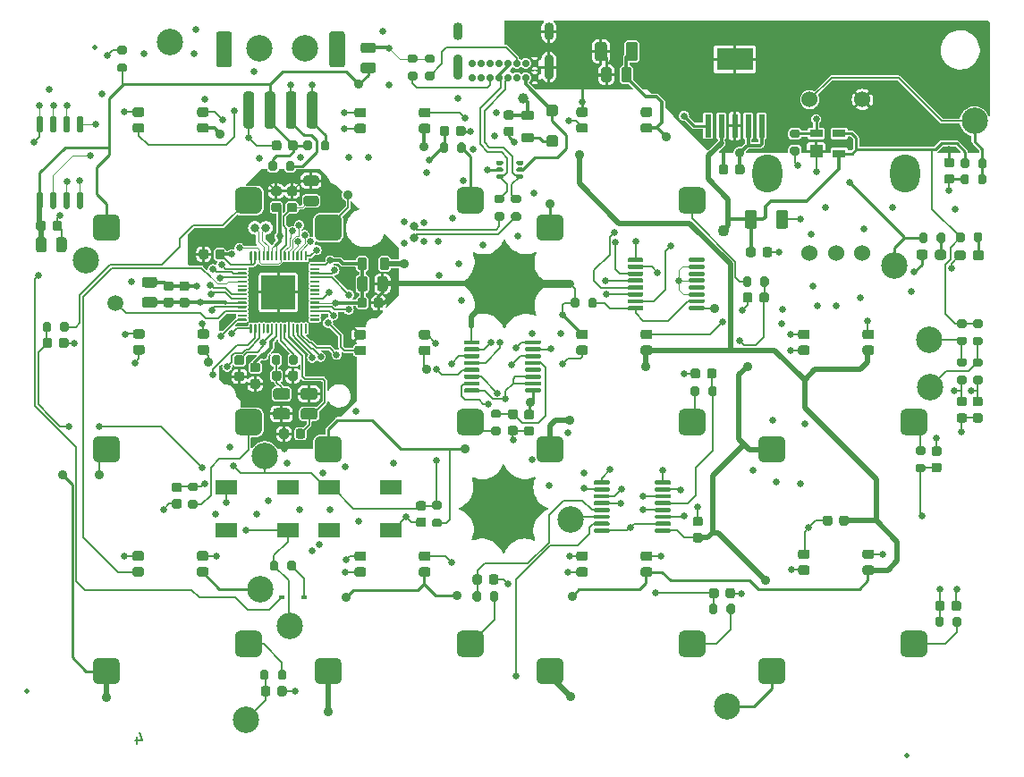
<source format=gbl>
G04 #@! TF.GenerationSoftware,KiCad,Pcbnew,7.0.6*
G04 #@! TF.CreationDate,2023-10-20T19:04:06+03:00*
G04 #@! TF.ProjectId,000018 PGKB,30303030-3138-4205-9047-4b422e6b6963,1.0*
G04 #@! TF.SameCoordinates,Original*
G04 #@! TF.FileFunction,Copper,L4,Bot*
G04 #@! TF.FilePolarity,Positive*
%FSLAX46Y46*%
G04 Gerber Fmt 4.6, Leading zero omitted, Abs format (unit mm)*
G04 Created by KiCad (PCBNEW 7.0.6) date 2023-10-20 19:04:06*
%MOMM*%
%LPD*%
G01*
G04 APERTURE LIST*
%ADD10C,0.150000*%
G04 #@! TA.AperFunction,NonConductor*
%ADD11C,0.150000*%
G04 #@! TD*
G04 #@! TA.AperFunction,ComponentPad*
%ADD12C,1.000000*%
G04 #@! TD*
G04 #@! TA.AperFunction,ComponentPad*
%ADD13O,2.800000X3.600000*%
G04 #@! TD*
G04 #@! TA.AperFunction,ComponentPad*
%ADD14C,1.524000*%
G04 #@! TD*
G04 #@! TA.AperFunction,TestPad*
%ADD15C,2.500000*%
G04 #@! TD*
G04 #@! TA.AperFunction,SMDPad,CuDef*
%ADD16R,0.600000X2.200000*%
G04 #@! TD*
G04 #@! TA.AperFunction,SMDPad,CuDef*
%ADD17R,3.450000X2.150000*%
G04 #@! TD*
G04 #@! TA.AperFunction,FiducialPad,Global*
%ADD18C,0.500000*%
G04 #@! TD*
G04 #@! TA.AperFunction,ComponentPad*
%ADD19C,0.700000*%
G04 #@! TD*
G04 #@! TA.AperFunction,ComponentPad*
%ADD20O,0.900000X1.700000*%
G04 #@! TD*
G04 #@! TA.AperFunction,ComponentPad*
%ADD21O,0.900000X2.400000*%
G04 #@! TD*
G04 #@! TA.AperFunction,SMDPad,CuDef*
%ADD22R,0.600000X0.450000*%
G04 #@! TD*
G04 #@! TA.AperFunction,SMDPad,CuDef*
%ADD23R,1.300000X1.200000*%
G04 #@! TD*
G04 #@! TA.AperFunction,SMDPad,CuDef*
%ADD24R,1.300000X0.800000*%
G04 #@! TD*
G04 #@! TA.AperFunction,TestPad*
%ADD25C,1.500000*%
G04 #@! TD*
G04 #@! TA.AperFunction,SMDPad,CuDef*
%ADD26R,2.000000X1.400000*%
G04 #@! TD*
G04 #@! TA.AperFunction,SMDPad,CuDef*
%ADD27R,3.200000X3.200000*%
G04 #@! TD*
G04 #@! TA.AperFunction,ViaPad*
%ADD28C,0.900000*%
G04 #@! TD*
G04 #@! TA.AperFunction,ViaPad*
%ADD29C,1.000000*%
G04 #@! TD*
G04 #@! TA.AperFunction,ViaPad*
%ADD30C,0.650000*%
G04 #@! TD*
G04 #@! TA.AperFunction,ViaPad*
%ADD31C,1.100000*%
G04 #@! TD*
G04 #@! TA.AperFunction,ViaPad*
%ADD32C,0.800000*%
G04 #@! TD*
G04 #@! TA.AperFunction,Conductor*
%ADD33C,0.300000*%
G04 #@! TD*
G04 #@! TA.AperFunction,Conductor*
%ADD34C,0.150000*%
G04 #@! TD*
G04 #@! TA.AperFunction,Conductor*
%ADD35C,0.500000*%
G04 #@! TD*
G04 #@! TA.AperFunction,Conductor*
%ADD36C,0.250000*%
G04 #@! TD*
G04 #@! TA.AperFunction,Conductor*
%ADD37C,0.100000*%
G04 #@! TD*
G04 #@! TA.AperFunction,Conductor*
%ADD38C,0.200000*%
G04 #@! TD*
G04 #@! TA.AperFunction,Conductor*
%ADD39C,0.800000*%
G04 #@! TD*
G04 APERTURE END LIST*
D10*
D11*
X54709523Y-171788152D02*
X54709523Y-172454819D01*
X54947618Y-171407200D02*
X55185713Y-172121485D01*
X55185713Y-172121485D02*
X54566666Y-172121485D01*
D12*
G04 #@! TO.P,H5,1*
G04 #@! TO.N,GND*
X87100000Y-150200000D03*
X87800000Y-148600000D03*
X87800000Y-151800000D03*
X89400000Y-147900000D03*
G04 #@! TA.AperFunction,ComponentPad*
G36*
X89423315Y-146005110D02*
G01*
X89434400Y-146006103D01*
X89446809Y-146014832D01*
X89459378Y-146020032D01*
X89465454Y-146027946D01*
X89476740Y-146035883D01*
X89484653Y-146052949D01*
X89490905Y-146061087D01*
X89544106Y-146189397D01*
X89583309Y-146257244D01*
X89872711Y-146670676D01*
X90048797Y-146846634D01*
X90269254Y-147015671D01*
X90509889Y-147154487D01*
X90766584Y-147260706D01*
X91034948Y-147332511D01*
X91310388Y-147368672D01*
X91588192Y-147368573D01*
X91863606Y-147332213D01*
X92131918Y-147260216D01*
X92260228Y-147207016D01*
X92280241Y-147204374D01*
X92327682Y-147187032D01*
X92378672Y-147195949D01*
X92418372Y-147229167D01*
X92436144Y-147277784D01*
X92427227Y-147328775D01*
X92372615Y-147446171D01*
X92294195Y-147692966D01*
X92247734Y-147947719D01*
X92233985Y-148206308D01*
X92253169Y-148464551D01*
X92304976Y-148718270D01*
X92388569Y-148963361D01*
X92502594Y-149195860D01*
X92645208Y-149412005D01*
X92814104Y-149608300D01*
X93006549Y-149781570D01*
X93219431Y-149929011D01*
X93449305Y-150048239D01*
X93570900Y-150092725D01*
X93613239Y-150122506D01*
X93635016Y-150169466D01*
X93630394Y-150221023D01*
X93600613Y-150263362D01*
X93553653Y-150285139D01*
X93547175Y-150284558D01*
X93538913Y-150290905D01*
X93410603Y-150344106D01*
X93342757Y-150383309D01*
X92929323Y-150672713D01*
X92753366Y-150848797D01*
X92584329Y-151069254D01*
X92445513Y-151309889D01*
X92339294Y-151566584D01*
X92267489Y-151834948D01*
X92231328Y-152110388D01*
X92231427Y-152388192D01*
X92267787Y-152663606D01*
X92339784Y-152931918D01*
X92392984Y-153060228D01*
X92395608Y-153080103D01*
X92412986Y-153127643D01*
X92404069Y-153178633D01*
X92370851Y-153218333D01*
X92322234Y-153236105D01*
X92271244Y-153227187D01*
X92153846Y-153172575D01*
X91907048Y-153094154D01*
X91652291Y-153047693D01*
X91393699Y-153033945D01*
X91135452Y-153053131D01*
X90881730Y-153104940D01*
X90636636Y-153188536D01*
X90404136Y-153302566D01*
X90187989Y-153445184D01*
X89991694Y-153614085D01*
X89818425Y-153806535D01*
X89670985Y-154019421D01*
X89551759Y-154249301D01*
X89507276Y-154370898D01*
X89477496Y-154413238D01*
X89430536Y-154435015D01*
X89378979Y-154430395D01*
X89336639Y-154400615D01*
X89314862Y-154353655D01*
X89315443Y-154347174D01*
X89309096Y-154338912D01*
X89255894Y-154210602D01*
X89216696Y-154142764D01*
X88927282Y-153729316D01*
X88751204Y-153553364D01*
X88530746Y-153384327D01*
X88290111Y-153245512D01*
X88033416Y-153139293D01*
X87765052Y-153067488D01*
X87489612Y-153031326D01*
X87211808Y-153031426D01*
X86936394Y-153067786D01*
X86668082Y-153139783D01*
X86539773Y-153192984D01*
X86519737Y-153195629D01*
X86508855Y-153199607D01*
X86500575Y-153198158D01*
X86488454Y-153199759D01*
X86472885Y-153193316D01*
X86457865Y-153190690D01*
X86449381Y-153183590D01*
X86440623Y-153179967D01*
X86432667Y-153169606D01*
X86418165Y-153157472D01*
X86413455Y-153144587D01*
X86409097Y-153138912D01*
X86407807Y-153129134D01*
X86400393Y-153108855D01*
X86403092Y-153093423D01*
X86402322Y-153087593D01*
X86405421Y-153080103D01*
X86409311Y-153057865D01*
X86463923Y-152940467D01*
X86542344Y-152693669D01*
X86588805Y-152438912D01*
X86602553Y-152180320D01*
X86583367Y-151922073D01*
X86531558Y-151668351D01*
X86447962Y-151423257D01*
X86333932Y-151190757D01*
X86191314Y-150974610D01*
X86022413Y-150778315D01*
X85829963Y-150605046D01*
X85617077Y-150457606D01*
X85387197Y-150338380D01*
X85265600Y-150293897D01*
X85253182Y-150285162D01*
X85239152Y-150279357D01*
X85232370Y-150270524D01*
X85223260Y-150264117D01*
X85216873Y-150250342D01*
X85207626Y-150238301D01*
X85206169Y-150227260D01*
X85201483Y-150217157D01*
X85202839Y-150202034D01*
X85200851Y-150186983D01*
X85205109Y-150176693D01*
X85206103Y-150165600D01*
X85214838Y-150153182D01*
X85220643Y-150139152D01*
X85229476Y-150132370D01*
X85235883Y-150123260D01*
X85249658Y-150116873D01*
X85261698Y-150107625D01*
X85390008Y-150054423D01*
X85466392Y-150010287D01*
X85867821Y-149729287D01*
X86047246Y-149549733D01*
X86216283Y-149329275D01*
X86355098Y-149088640D01*
X86461317Y-148831945D01*
X86533122Y-148563581D01*
X86569284Y-148288141D01*
X86569184Y-148010337D01*
X86532824Y-147734923D01*
X86460827Y-147466611D01*
X86407626Y-147338302D01*
X86405630Y-147323181D01*
X86400393Y-147308855D01*
X86402300Y-147297954D01*
X86400851Y-147286983D01*
X86406683Y-147272891D01*
X86409310Y-147257865D01*
X86416412Y-147249378D01*
X86420643Y-147239152D01*
X86432741Y-147229863D01*
X86442528Y-147218165D01*
X86452922Y-147214366D01*
X86461698Y-147207626D01*
X86476820Y-147205630D01*
X86491145Y-147200393D01*
X86502047Y-147202300D01*
X86513017Y-147200851D01*
X86527110Y-147206683D01*
X86542135Y-147209311D01*
X86659533Y-147263923D01*
X86906331Y-147342344D01*
X87161088Y-147388805D01*
X87419680Y-147402553D01*
X87677927Y-147383367D01*
X87931649Y-147331558D01*
X88176743Y-147247962D01*
X88409243Y-147133932D01*
X88625390Y-146991314D01*
X88821685Y-146822413D01*
X88994954Y-146629963D01*
X89142394Y-146417077D01*
X89261620Y-146187197D01*
X89306103Y-146065600D01*
X89310654Y-146059131D01*
X89319173Y-146038541D01*
X89332137Y-146028587D01*
X89335883Y-146023260D01*
X89343938Y-146019525D01*
X89360229Y-146007015D01*
X89375167Y-146005043D01*
X89382843Y-146001483D01*
X89394333Y-146002513D01*
X89411547Y-146000240D01*
X89423315Y-146005110D01*
G37*
G04 #@! TD.AperFunction*
X89400000Y-152500000D03*
X90900000Y-151900000D03*
X91000000Y-148600000D03*
X91700000Y-150200000D03*
G04 #@! TD*
G04 #@! TO.P,S3,1,1*
G04 #@! TO.N,+3V3*
G04 #@! TA.AperFunction,SMDPad,CuDef*
G36*
G01*
X95085000Y-164830000D02*
X95085000Y-166330000D01*
G75*
G02*
X94585000Y-166830000I-500000J0D01*
G01*
X93035000Y-166830000D01*
G75*
G02*
X92535000Y-166330000I0J500000D01*
G01*
X92535000Y-164830000D01*
G75*
G02*
X93035000Y-164330000I500000J0D01*
G01*
X94585000Y-164330000D01*
G75*
G02*
X95085000Y-164830000I0J-500000D01*
G01*
G37*
G04 #@! TD.AperFunction*
G04 #@! TO.P,S3,2,2*
G04 #@! TO.N,Net-(R7-Pad1)*
G04 #@! TA.AperFunction,SMDPad,CuDef*
G36*
G01*
X105985000Y-163750000D02*
X105985000Y-162250000D01*
G75*
G02*
X106485000Y-161750000I500000J0D01*
G01*
X108035000Y-161750000D01*
G75*
G02*
X108535000Y-162250000I0J-500000D01*
G01*
X108535000Y-163750000D01*
G75*
G02*
X108035000Y-164250000I-500000J0D01*
G01*
X106485000Y-164250000D01*
G75*
G02*
X105985000Y-163750000I0J500000D01*
G01*
G37*
G04 #@! TD.AperFunction*
G04 #@! TD*
G04 #@! TO.P,H6,1*
G04 #@! TO.N,GND*
X87200000Y-128900000D03*
X87900000Y-127300000D03*
X87900000Y-130500000D03*
X89500000Y-126600000D03*
G04 #@! TA.AperFunction,ComponentPad*
G36*
X89523315Y-124705110D02*
G01*
X89534400Y-124706103D01*
X89546809Y-124714832D01*
X89559378Y-124720032D01*
X89565454Y-124727946D01*
X89576740Y-124735883D01*
X89584653Y-124752949D01*
X89590905Y-124761087D01*
X89644106Y-124889397D01*
X89683309Y-124957244D01*
X89972711Y-125370676D01*
X90148797Y-125546634D01*
X90369254Y-125715671D01*
X90609889Y-125854487D01*
X90866584Y-125960706D01*
X91134948Y-126032511D01*
X91410388Y-126068672D01*
X91688192Y-126068573D01*
X91963606Y-126032213D01*
X92231918Y-125960216D01*
X92360228Y-125907016D01*
X92380241Y-125904374D01*
X92427682Y-125887032D01*
X92478672Y-125895949D01*
X92518372Y-125929167D01*
X92536144Y-125977784D01*
X92527227Y-126028775D01*
X92472615Y-126146171D01*
X92394195Y-126392966D01*
X92347734Y-126647719D01*
X92333985Y-126906308D01*
X92353169Y-127164551D01*
X92404976Y-127418270D01*
X92488569Y-127663361D01*
X92602594Y-127895860D01*
X92745208Y-128112005D01*
X92914104Y-128308300D01*
X93106549Y-128481570D01*
X93319431Y-128629011D01*
X93549305Y-128748239D01*
X93670900Y-128792725D01*
X93713239Y-128822506D01*
X93735016Y-128869466D01*
X93730394Y-128921023D01*
X93700613Y-128963362D01*
X93653653Y-128985139D01*
X93647175Y-128984558D01*
X93638913Y-128990905D01*
X93510603Y-129044106D01*
X93442757Y-129083309D01*
X93029323Y-129372713D01*
X92853366Y-129548797D01*
X92684329Y-129769254D01*
X92545513Y-130009889D01*
X92439294Y-130266584D01*
X92367489Y-130534948D01*
X92331328Y-130810388D01*
X92331427Y-131088192D01*
X92367787Y-131363606D01*
X92439784Y-131631918D01*
X92492984Y-131760228D01*
X92495608Y-131780103D01*
X92512986Y-131827643D01*
X92504069Y-131878633D01*
X92470851Y-131918333D01*
X92422234Y-131936105D01*
X92371244Y-131927187D01*
X92253846Y-131872575D01*
X92007048Y-131794154D01*
X91752291Y-131747693D01*
X91493699Y-131733945D01*
X91235452Y-131753131D01*
X90981730Y-131804940D01*
X90736636Y-131888536D01*
X90504136Y-132002566D01*
X90287989Y-132145184D01*
X90091694Y-132314085D01*
X89918425Y-132506535D01*
X89770985Y-132719421D01*
X89651759Y-132949301D01*
X89607276Y-133070898D01*
X89577496Y-133113238D01*
X89530536Y-133135015D01*
X89478979Y-133130395D01*
X89436639Y-133100615D01*
X89414862Y-133053655D01*
X89415443Y-133047174D01*
X89409096Y-133038912D01*
X89355894Y-132910602D01*
X89316696Y-132842764D01*
X89027282Y-132429316D01*
X88851204Y-132253364D01*
X88630746Y-132084327D01*
X88390111Y-131945512D01*
X88133416Y-131839293D01*
X87865052Y-131767488D01*
X87589612Y-131731326D01*
X87311808Y-131731426D01*
X87036394Y-131767786D01*
X86768082Y-131839783D01*
X86639773Y-131892984D01*
X86619737Y-131895629D01*
X86608855Y-131899607D01*
X86600575Y-131898158D01*
X86588454Y-131899759D01*
X86572885Y-131893316D01*
X86557865Y-131890690D01*
X86549381Y-131883590D01*
X86540623Y-131879967D01*
X86532667Y-131869606D01*
X86518165Y-131857472D01*
X86513455Y-131844587D01*
X86509097Y-131838912D01*
X86507807Y-131829134D01*
X86500393Y-131808855D01*
X86503092Y-131793423D01*
X86502322Y-131787593D01*
X86505421Y-131780103D01*
X86509311Y-131757865D01*
X86563923Y-131640467D01*
X86642344Y-131393669D01*
X86688805Y-131138912D01*
X86702553Y-130880320D01*
X86683367Y-130622073D01*
X86631558Y-130368351D01*
X86547962Y-130123257D01*
X86433932Y-129890757D01*
X86291314Y-129674610D01*
X86122413Y-129478315D01*
X85929963Y-129305046D01*
X85717077Y-129157606D01*
X85487197Y-129038380D01*
X85365600Y-128993897D01*
X85353182Y-128985162D01*
X85339152Y-128979357D01*
X85332370Y-128970524D01*
X85323260Y-128964117D01*
X85316873Y-128950342D01*
X85307626Y-128938301D01*
X85306169Y-128927260D01*
X85301483Y-128917157D01*
X85302839Y-128902034D01*
X85300851Y-128886983D01*
X85305109Y-128876693D01*
X85306103Y-128865600D01*
X85314838Y-128853182D01*
X85320643Y-128839152D01*
X85329476Y-128832370D01*
X85335883Y-128823260D01*
X85349658Y-128816873D01*
X85361698Y-128807625D01*
X85490008Y-128754423D01*
X85566392Y-128710287D01*
X85967821Y-128429287D01*
X86147246Y-128249733D01*
X86316283Y-128029275D01*
X86455098Y-127788640D01*
X86561317Y-127531945D01*
X86633122Y-127263581D01*
X86669284Y-126988141D01*
X86669184Y-126710337D01*
X86632824Y-126434923D01*
X86560827Y-126166611D01*
X86507626Y-126038302D01*
X86505630Y-126023181D01*
X86500393Y-126008855D01*
X86502300Y-125997954D01*
X86500851Y-125986983D01*
X86506683Y-125972891D01*
X86509310Y-125957865D01*
X86516412Y-125949378D01*
X86520643Y-125939152D01*
X86532741Y-125929863D01*
X86542528Y-125918165D01*
X86552922Y-125914366D01*
X86561698Y-125907626D01*
X86576820Y-125905630D01*
X86591145Y-125900393D01*
X86602047Y-125902300D01*
X86613017Y-125900851D01*
X86627110Y-125906683D01*
X86642135Y-125909311D01*
X86759533Y-125963923D01*
X87006331Y-126042344D01*
X87261088Y-126088805D01*
X87519680Y-126102553D01*
X87777927Y-126083367D01*
X88031649Y-126031558D01*
X88276743Y-125947962D01*
X88509243Y-125833932D01*
X88725390Y-125691314D01*
X88921685Y-125522413D01*
X89094954Y-125329963D01*
X89242394Y-125117077D01*
X89361620Y-124887197D01*
X89406103Y-124765600D01*
X89410654Y-124759131D01*
X89419173Y-124738541D01*
X89432137Y-124728587D01*
X89435883Y-124723260D01*
X89443938Y-124719525D01*
X89460229Y-124707015D01*
X89475167Y-124705043D01*
X89482843Y-124701483D01*
X89494333Y-124702513D01*
X89511547Y-124700240D01*
X89523315Y-124705110D01*
G37*
G04 #@! TD.AperFunction*
X89500000Y-131200000D03*
X91000000Y-130600000D03*
X91100000Y-127300000D03*
X91800000Y-128900000D03*
G04 #@! TD*
G04 #@! TO.P,S7,1,1*
G04 #@! TO.N,+3V3*
G04 #@! TA.AperFunction,SMDPad,CuDef*
G36*
G01*
X95085000Y-143830000D02*
X95085000Y-145330000D01*
G75*
G02*
X94585000Y-145830000I-500000J0D01*
G01*
X93035000Y-145830000D01*
G75*
G02*
X92535000Y-145330000I0J500000D01*
G01*
X92535000Y-143830000D01*
G75*
G02*
X93035000Y-143330000I500000J0D01*
G01*
X94585000Y-143330000D01*
G75*
G02*
X95085000Y-143830000I0J-500000D01*
G01*
G37*
G04 #@! TD.AperFunction*
G04 #@! TO.P,S7,2,2*
G04 #@! TO.N,Net-(R11-Pad1)*
G04 #@! TA.AperFunction,SMDPad,CuDef*
G36*
G01*
X105985000Y-142750000D02*
X105985000Y-141250000D01*
G75*
G02*
X106485000Y-140750000I500000J0D01*
G01*
X108035000Y-140750000D01*
G75*
G02*
X108535000Y-141250000I0J-500000D01*
G01*
X108535000Y-142750000D01*
G75*
G02*
X108035000Y-143250000I-500000J0D01*
G01*
X106485000Y-143250000D01*
G75*
G02*
X105985000Y-142750000I0J500000D01*
G01*
G37*
G04 #@! TD.AperFunction*
G04 #@! TD*
G04 #@! TO.P,S5,1,1*
G04 #@! TO.N,+3V3*
G04 #@! TA.AperFunction,SMDPad,CuDef*
G36*
G01*
X53085000Y-143830000D02*
X53085000Y-145330000D01*
G75*
G02*
X52585000Y-145830000I-500000J0D01*
G01*
X51035000Y-145830000D01*
G75*
G02*
X50535000Y-145330000I0J500000D01*
G01*
X50535000Y-143830000D01*
G75*
G02*
X51035000Y-143330000I500000J0D01*
G01*
X52585000Y-143330000D01*
G75*
G02*
X53085000Y-143830000I0J-500000D01*
G01*
G37*
G04 #@! TD.AperFunction*
G04 #@! TO.P,S5,2,2*
G04 #@! TO.N,Net-(R9-Pad1)*
G04 #@! TA.AperFunction,SMDPad,CuDef*
G36*
G01*
X63985000Y-142750000D02*
X63985000Y-141250000D01*
G75*
G02*
X64485000Y-140750000I500000J0D01*
G01*
X66035000Y-140750000D01*
G75*
G02*
X66535000Y-141250000I0J-500000D01*
G01*
X66535000Y-142750000D01*
G75*
G02*
X66035000Y-143250000I-500000J0D01*
G01*
X64485000Y-143250000D01*
G75*
G02*
X63985000Y-142750000I0J500000D01*
G01*
G37*
G04 #@! TD.AperFunction*
G04 #@! TD*
G04 #@! TO.P,S1,1,1*
G04 #@! TO.N,+3V3*
G04 #@! TA.AperFunction,SMDPad,CuDef*
G36*
G01*
X53085000Y-164830000D02*
X53085000Y-166330000D01*
G75*
G02*
X52585000Y-166830000I-500000J0D01*
G01*
X51035000Y-166830000D01*
G75*
G02*
X50535000Y-166330000I0J500000D01*
G01*
X50535000Y-164830000D01*
G75*
G02*
X51035000Y-164330000I500000J0D01*
G01*
X52585000Y-164330000D01*
G75*
G02*
X53085000Y-164830000I0J-500000D01*
G01*
G37*
G04 #@! TD.AperFunction*
G04 #@! TO.P,S1,2,2*
G04 #@! TO.N,Net-(R5-Pad1)*
G04 #@! TA.AperFunction,SMDPad,CuDef*
G36*
G01*
X63985000Y-163750000D02*
X63985000Y-162250000D01*
G75*
G02*
X64485000Y-161750000I500000J0D01*
G01*
X66035000Y-161750000D01*
G75*
G02*
X66535000Y-162250000I0J-500000D01*
G01*
X66535000Y-163750000D01*
G75*
G02*
X66035000Y-164250000I-500000J0D01*
G01*
X64485000Y-164250000D01*
G75*
G02*
X63985000Y-163750000I0J500000D01*
G01*
G37*
G04 #@! TD.AperFunction*
G04 #@! TD*
G04 #@! TO.P,S10,1,1*
G04 #@! TO.N,+3V3*
G04 #@! TA.AperFunction,SMDPad,CuDef*
G36*
G01*
X74085000Y-122830000D02*
X74085000Y-124330000D01*
G75*
G02*
X73585000Y-124830000I-500000J0D01*
G01*
X72035000Y-124830000D01*
G75*
G02*
X71535000Y-124330000I0J500000D01*
G01*
X71535000Y-122830000D01*
G75*
G02*
X72035000Y-122330000I500000J0D01*
G01*
X73585000Y-122330000D01*
G75*
G02*
X74085000Y-122830000I0J-500000D01*
G01*
G37*
G04 #@! TD.AperFunction*
G04 #@! TO.P,S10,2,2*
G04 #@! TO.N,Net-(R14-Pad1)*
G04 #@! TA.AperFunction,SMDPad,CuDef*
G36*
G01*
X84985000Y-121750000D02*
X84985000Y-120250000D01*
G75*
G02*
X85485000Y-119750000I500000J0D01*
G01*
X87035000Y-119750000D01*
G75*
G02*
X87535000Y-120250000I0J-500000D01*
G01*
X87535000Y-121750000D01*
G75*
G02*
X87035000Y-122250000I-500000J0D01*
G01*
X85485000Y-122250000D01*
G75*
G02*
X84985000Y-121750000I0J500000D01*
G01*
G37*
G04 #@! TD.AperFunction*
G04 #@! TD*
G04 #@! TO.P,S4,1,1*
G04 #@! TO.N,+3V3*
G04 #@! TA.AperFunction,SMDPad,CuDef*
G36*
G01*
X116085000Y-164830000D02*
X116085000Y-166330000D01*
G75*
G02*
X115585000Y-166830000I-500000J0D01*
G01*
X114035000Y-166830000D01*
G75*
G02*
X113535000Y-166330000I0J500000D01*
G01*
X113535000Y-164830000D01*
G75*
G02*
X114035000Y-164330000I500000J0D01*
G01*
X115585000Y-164330000D01*
G75*
G02*
X116085000Y-164830000I0J-500000D01*
G01*
G37*
G04 #@! TD.AperFunction*
G04 #@! TO.P,S4,2,2*
G04 #@! TO.N,Net-(R8-Pad1)*
G04 #@! TA.AperFunction,SMDPad,CuDef*
G36*
G01*
X126985000Y-163750000D02*
X126985000Y-162250000D01*
G75*
G02*
X127485000Y-161750000I500000J0D01*
G01*
X129035000Y-161750000D01*
G75*
G02*
X129535000Y-162250000I0J-500000D01*
G01*
X129535000Y-163750000D01*
G75*
G02*
X129035000Y-164250000I-500000J0D01*
G01*
X127485000Y-164250000D01*
G75*
G02*
X126985000Y-163750000I0J500000D01*
G01*
G37*
G04 #@! TD.AperFunction*
G04 #@! TD*
G04 #@! TO.P,S11,1,1*
G04 #@! TO.N,+3V3*
G04 #@! TA.AperFunction,SMDPad,CuDef*
G36*
G01*
X95085000Y-122830000D02*
X95085000Y-124330000D01*
G75*
G02*
X94585000Y-124830000I-500000J0D01*
G01*
X93035000Y-124830000D01*
G75*
G02*
X92535000Y-124330000I0J500000D01*
G01*
X92535000Y-122830000D01*
G75*
G02*
X93035000Y-122330000I500000J0D01*
G01*
X94585000Y-122330000D01*
G75*
G02*
X95085000Y-122830000I0J-500000D01*
G01*
G37*
G04 #@! TD.AperFunction*
G04 #@! TO.P,S11,2,2*
G04 #@! TO.N,Net-(R28-Pad1)*
G04 #@! TA.AperFunction,SMDPad,CuDef*
G36*
G01*
X105985000Y-121750000D02*
X105985000Y-120250000D01*
G75*
G02*
X106485000Y-119750000I500000J0D01*
G01*
X108035000Y-119750000D01*
G75*
G02*
X108535000Y-120250000I0J-500000D01*
G01*
X108535000Y-121750000D01*
G75*
G02*
X108035000Y-122250000I-500000J0D01*
G01*
X106485000Y-122250000D01*
G75*
G02*
X105985000Y-121750000I0J500000D01*
G01*
G37*
G04 #@! TD.AperFunction*
G04 #@! TD*
G04 #@! TO.P,S6,1,1*
G04 #@! TO.N,+3V3*
G04 #@! TA.AperFunction,SMDPad,CuDef*
G36*
G01*
X74085000Y-143830000D02*
X74085000Y-145330000D01*
G75*
G02*
X73585000Y-145830000I-500000J0D01*
G01*
X72035000Y-145830000D01*
G75*
G02*
X71535000Y-145330000I0J500000D01*
G01*
X71535000Y-143830000D01*
G75*
G02*
X72035000Y-143330000I500000J0D01*
G01*
X73585000Y-143330000D01*
G75*
G02*
X74085000Y-143830000I0J-500000D01*
G01*
G37*
G04 #@! TD.AperFunction*
G04 #@! TO.P,S6,2,2*
G04 #@! TO.N,Net-(R10-Pad1)*
G04 #@! TA.AperFunction,SMDPad,CuDef*
G36*
G01*
X84985000Y-142750000D02*
X84985000Y-141250000D01*
G75*
G02*
X85485000Y-140750000I500000J0D01*
G01*
X87035000Y-140750000D01*
G75*
G02*
X87535000Y-141250000I0J-500000D01*
G01*
X87535000Y-142750000D01*
G75*
G02*
X87035000Y-143250000I-500000J0D01*
G01*
X85485000Y-143250000D01*
G75*
G02*
X84985000Y-142750000I0J500000D01*
G01*
G37*
G04 #@! TD.AperFunction*
G04 #@! TD*
G04 #@! TO.P,S8,1,1*
G04 #@! TO.N,+3V3*
G04 #@! TA.AperFunction,SMDPad,CuDef*
G36*
G01*
X116085000Y-143830000D02*
X116085000Y-145330000D01*
G75*
G02*
X115585000Y-145830000I-500000J0D01*
G01*
X114035000Y-145830000D01*
G75*
G02*
X113535000Y-145330000I0J500000D01*
G01*
X113535000Y-143830000D01*
G75*
G02*
X114035000Y-143330000I500000J0D01*
G01*
X115585000Y-143330000D01*
G75*
G02*
X116085000Y-143830000I0J-500000D01*
G01*
G37*
G04 #@! TD.AperFunction*
G04 #@! TO.P,S8,2,2*
G04 #@! TO.N,Net-(R12-Pad1)*
G04 #@! TA.AperFunction,SMDPad,CuDef*
G36*
G01*
X126985000Y-142750000D02*
X126985000Y-141250000D01*
G75*
G02*
X127485000Y-140750000I500000J0D01*
G01*
X129035000Y-140750000D01*
G75*
G02*
X129535000Y-141250000I0J-500000D01*
G01*
X129535000Y-142750000D01*
G75*
G02*
X129035000Y-143250000I-500000J0D01*
G01*
X127485000Y-143250000D01*
G75*
G02*
X126985000Y-142750000I0J500000D01*
G01*
G37*
G04 #@! TD.AperFunction*
G04 #@! TD*
G04 #@! TO.P,S2,1,1*
G04 #@! TO.N,+3V3*
G04 #@! TA.AperFunction,SMDPad,CuDef*
G36*
G01*
X74085000Y-164830000D02*
X74085000Y-166330000D01*
G75*
G02*
X73585000Y-166830000I-500000J0D01*
G01*
X72035000Y-166830000D01*
G75*
G02*
X71535000Y-166330000I0J500000D01*
G01*
X71535000Y-164830000D01*
G75*
G02*
X72035000Y-164330000I500000J0D01*
G01*
X73585000Y-164330000D01*
G75*
G02*
X74085000Y-164830000I0J-500000D01*
G01*
G37*
G04 #@! TD.AperFunction*
G04 #@! TO.P,S2,2,2*
G04 #@! TO.N,Net-(R6-Pad1)*
G04 #@! TA.AperFunction,SMDPad,CuDef*
G36*
G01*
X84985000Y-163750000D02*
X84985000Y-162250000D01*
G75*
G02*
X85485000Y-161750000I500000J0D01*
G01*
X87035000Y-161750000D01*
G75*
G02*
X87535000Y-162250000I0J-500000D01*
G01*
X87535000Y-163750000D01*
G75*
G02*
X87035000Y-164250000I-500000J0D01*
G01*
X85485000Y-164250000D01*
G75*
G02*
X84985000Y-163750000I0J500000D01*
G01*
G37*
G04 #@! TD.AperFunction*
G04 #@! TD*
G04 #@! TO.P,S9,1,1*
G04 #@! TO.N,+3V3*
G04 #@! TA.AperFunction,SMDPad,CuDef*
G36*
G01*
X53085000Y-122830000D02*
X53085000Y-124330000D01*
G75*
G02*
X52585000Y-124830000I-500000J0D01*
G01*
X51035000Y-124830000D01*
G75*
G02*
X50535000Y-124330000I0J500000D01*
G01*
X50535000Y-122830000D01*
G75*
G02*
X51035000Y-122330000I500000J0D01*
G01*
X52585000Y-122330000D01*
G75*
G02*
X53085000Y-122830000I0J-500000D01*
G01*
G37*
G04 #@! TD.AperFunction*
G04 #@! TO.P,S9,2,2*
G04 #@! TO.N,Net-(R13-Pad1)*
G04 #@! TA.AperFunction,SMDPad,CuDef*
G36*
G01*
X63985000Y-121750000D02*
X63985000Y-120250000D01*
G75*
G02*
X64485000Y-119750000I500000J0D01*
G01*
X66035000Y-119750000D01*
G75*
G02*
X66535000Y-120250000I0J-500000D01*
G01*
X66535000Y-121750000D01*
G75*
G02*
X66035000Y-122250000I-500000J0D01*
G01*
X64485000Y-122250000D01*
G75*
G02*
X63985000Y-121750000I0J500000D01*
G01*
G37*
G04 #@! TD.AperFunction*
G04 #@! TD*
D13*
G04 #@! TO.P,S20,*
G04 #@! TO.N,*
X114400000Y-118450000D03*
X127400000Y-118450000D03*
D14*
G04 #@! TO.P,S20,A,A*
G04 #@! TO.N,Net-(R15-Pad2)*
X118400000Y-125950000D03*
G04 #@! TO.P,S20,B,B*
G04 #@! TO.N,Net-(R17-Pad2)*
X123400000Y-125950000D03*
G04 #@! TO.P,S20,C,C*
G04 #@! TO.N,GND*
X120900000Y-125950000D03*
G04 #@! TO.P,S20,S1,S1*
G04 #@! TO.N,Net-(R16-Pad2)*
X118400000Y-111450000D03*
G04 #@! TO.P,S20,S2,S2*
G04 #@! TO.N,GND*
X123400000Y-111450000D03*
G04 #@! TD*
G04 #@! TO.P,C38,1*
G04 #@! TO.N,+3V3*
G04 #@! TA.AperFunction,SMDPad,CuDef*
G36*
G01*
X112375000Y-126150000D02*
X112375000Y-125650000D01*
G75*
G02*
X112600000Y-125425000I225000J0D01*
G01*
X113050000Y-125425000D01*
G75*
G02*
X113275000Y-125650000I0J-225000D01*
G01*
X113275000Y-126150000D01*
G75*
G02*
X113050000Y-126375000I-225000J0D01*
G01*
X112600000Y-126375000D01*
G75*
G02*
X112375000Y-126150000I0J225000D01*
G01*
G37*
G04 #@! TD.AperFunction*
G04 #@! TO.P,C38,2*
G04 #@! TO.N,GND*
G04 #@! TA.AperFunction,SMDPad,CuDef*
G36*
G01*
X113925000Y-126150000D02*
X113925000Y-125650000D01*
G75*
G02*
X114150000Y-125425000I225000J0D01*
G01*
X114600000Y-125425000D01*
G75*
G02*
X114825000Y-125650000I0J-225000D01*
G01*
X114825000Y-126150000D01*
G75*
G02*
X114600000Y-126375000I-225000J0D01*
G01*
X114150000Y-126375000D01*
G75*
G02*
X113925000Y-126150000I0J225000D01*
G01*
G37*
G04 #@! TD.AperFunction*
G04 #@! TD*
D15*
G04 #@! TO.P,TP1,1,1*
G04 #@! TO.N,Net-(U2-I1)*
X64986721Y-170187635D03*
G04 #@! TD*
G04 #@! TO.P,TP11,1,1*
G04 #@! TO.N,/Main/Connectors/I2C1_SDA*
X66300000Y-106600000D03*
G04 #@! TD*
G04 #@! TO.P,C31,1*
G04 #@! TO.N,/Main/Microcontroller/3V3_MCU*
G04 #@! TA.AperFunction,SMDPad,CuDef*
G36*
G01*
X75575000Y-130950000D02*
X75575000Y-130450000D01*
G75*
G02*
X75800000Y-130225000I225000J0D01*
G01*
X76250000Y-130225000D01*
G75*
G02*
X76475000Y-130450000I0J-225000D01*
G01*
X76475000Y-130950000D01*
G75*
G02*
X76250000Y-131175000I-225000J0D01*
G01*
X75800000Y-131175000D01*
G75*
G02*
X75575000Y-130950000I0J225000D01*
G01*
G37*
G04 #@! TD.AperFunction*
G04 #@! TO.P,C31,2*
G04 #@! TO.N,GND*
G04 #@! TA.AperFunction,SMDPad,CuDef*
G36*
G01*
X77125000Y-130950000D02*
X77125000Y-130450000D01*
G75*
G02*
X77350000Y-130225000I225000J0D01*
G01*
X77800000Y-130225000D01*
G75*
G02*
X78025000Y-130450000I0J-225000D01*
G01*
X78025000Y-130950000D01*
G75*
G02*
X77800000Y-131175000I-225000J0D01*
G01*
X77350000Y-131175000D01*
G75*
G02*
X77125000Y-130950000I0J225000D01*
G01*
G37*
G04 #@! TD.AperFunction*
G04 #@! TD*
G04 #@! TO.P,U2,1,E1*
G04 #@! TO.N,GND*
G04 #@! TA.AperFunction,SMDPad,CuDef*
G36*
G01*
X98050000Y-152075000D02*
X99350000Y-152075000D01*
G75*
G02*
X99450000Y-152175000I0J-100000D01*
G01*
X99450000Y-152375000D01*
G75*
G02*
X99350000Y-152475000I-100000J0D01*
G01*
X98050000Y-152475000D01*
G75*
G02*
X97950000Y-152375000I0J100000D01*
G01*
X97950000Y-152175000D01*
G75*
G02*
X98050000Y-152075000I100000J0D01*
G01*
G37*
G04 #@! TD.AperFunction*
G04 #@! TO.P,U2,2,I1*
G04 #@! TO.N,Net-(U2-I1)*
G04 #@! TA.AperFunction,SMDPad,CuDef*
G36*
G01*
X98050000Y-151425000D02*
X99350000Y-151425000D01*
G75*
G02*
X99450000Y-151525000I0J-100000D01*
G01*
X99450000Y-151725000D01*
G75*
G02*
X99350000Y-151825000I-100000J0D01*
G01*
X98050000Y-151825000D01*
G75*
G02*
X97950000Y-151725000I0J100000D01*
G01*
X97950000Y-151525000D01*
G75*
G02*
X98050000Y-151425000I100000J0D01*
G01*
G37*
G04 #@! TD.AperFunction*
G04 #@! TO.P,U2,3,O1*
G04 #@! TO.N,/Main/Buttons/Button1*
G04 #@! TA.AperFunction,SMDPad,CuDef*
G36*
G01*
X98050000Y-150775000D02*
X99350000Y-150775000D01*
G75*
G02*
X99450000Y-150875000I0J-100000D01*
G01*
X99450000Y-151075000D01*
G75*
G02*
X99350000Y-151175000I-100000J0D01*
G01*
X98050000Y-151175000D01*
G75*
G02*
X97950000Y-151075000I0J100000D01*
G01*
X97950000Y-150875000D01*
G75*
G02*
X98050000Y-150775000I100000J0D01*
G01*
G37*
G04 #@! TD.AperFunction*
G04 #@! TO.P,U2,4,I2*
G04 #@! TO.N,Net-(U2-I2)*
G04 #@! TA.AperFunction,SMDPad,CuDef*
G36*
G01*
X98050000Y-150125000D02*
X99350000Y-150125000D01*
G75*
G02*
X99450000Y-150225000I0J-100000D01*
G01*
X99450000Y-150425000D01*
G75*
G02*
X99350000Y-150525000I-100000J0D01*
G01*
X98050000Y-150525000D01*
G75*
G02*
X97950000Y-150425000I0J100000D01*
G01*
X97950000Y-150225000D01*
G75*
G02*
X98050000Y-150125000I100000J0D01*
G01*
G37*
G04 #@! TD.AperFunction*
G04 #@! TO.P,U2,5,O2*
G04 #@! TO.N,/Main/Buttons/Button2*
G04 #@! TA.AperFunction,SMDPad,CuDef*
G36*
G01*
X98050000Y-149475000D02*
X99350000Y-149475000D01*
G75*
G02*
X99450000Y-149575000I0J-100000D01*
G01*
X99450000Y-149775000D01*
G75*
G02*
X99350000Y-149875000I-100000J0D01*
G01*
X98050000Y-149875000D01*
G75*
G02*
X97950000Y-149775000I0J100000D01*
G01*
X97950000Y-149575000D01*
G75*
G02*
X98050000Y-149475000I100000J0D01*
G01*
G37*
G04 #@! TD.AperFunction*
G04 #@! TO.P,U2,6,I3*
G04 #@! TO.N,Net-(U2-I3)*
G04 #@! TA.AperFunction,SMDPad,CuDef*
G36*
G01*
X98050000Y-148825000D02*
X99350000Y-148825000D01*
G75*
G02*
X99450000Y-148925000I0J-100000D01*
G01*
X99450000Y-149125000D01*
G75*
G02*
X99350000Y-149225000I-100000J0D01*
G01*
X98050000Y-149225000D01*
G75*
G02*
X97950000Y-149125000I0J100000D01*
G01*
X97950000Y-148925000D01*
G75*
G02*
X98050000Y-148825000I100000J0D01*
G01*
G37*
G04 #@! TD.AperFunction*
G04 #@! TO.P,U2,7,O3*
G04 #@! TO.N,/Main/Buttons/Button3*
G04 #@! TA.AperFunction,SMDPad,CuDef*
G36*
G01*
X98050000Y-148175000D02*
X99350000Y-148175000D01*
G75*
G02*
X99450000Y-148275000I0J-100000D01*
G01*
X99450000Y-148475000D01*
G75*
G02*
X99350000Y-148575000I-100000J0D01*
G01*
X98050000Y-148575000D01*
G75*
G02*
X97950000Y-148475000I0J100000D01*
G01*
X97950000Y-148275000D01*
G75*
G02*
X98050000Y-148175000I100000J0D01*
G01*
G37*
G04 #@! TD.AperFunction*
G04 #@! TO.P,U2,8,GND*
G04 #@! TO.N,GND*
G04 #@! TA.AperFunction,SMDPad,CuDef*
G36*
G01*
X98050000Y-147525000D02*
X99350000Y-147525000D01*
G75*
G02*
X99450000Y-147625000I0J-100000D01*
G01*
X99450000Y-147825000D01*
G75*
G02*
X99350000Y-147925000I-100000J0D01*
G01*
X98050000Y-147925000D01*
G75*
G02*
X97950000Y-147825000I0J100000D01*
G01*
X97950000Y-147625000D01*
G75*
G02*
X98050000Y-147525000I100000J0D01*
G01*
G37*
G04 #@! TD.AperFunction*
G04 #@! TO.P,U2,9,O4*
G04 #@! TO.N,/Main/Buttons/Button4*
G04 #@! TA.AperFunction,SMDPad,CuDef*
G36*
G01*
X103850000Y-147525000D02*
X105150000Y-147525000D01*
G75*
G02*
X105250000Y-147625000I0J-100000D01*
G01*
X105250000Y-147825000D01*
G75*
G02*
X105150000Y-147925000I-100000J0D01*
G01*
X103850000Y-147925000D01*
G75*
G02*
X103750000Y-147825000I0J100000D01*
G01*
X103750000Y-147625000D01*
G75*
G02*
X103850000Y-147525000I100000J0D01*
G01*
G37*
G04 #@! TD.AperFunction*
G04 #@! TO.P,U2,10,I4*
G04 #@! TO.N,Net-(U2-I4)*
G04 #@! TA.AperFunction,SMDPad,CuDef*
G36*
G01*
X103850000Y-148175000D02*
X105150000Y-148175000D01*
G75*
G02*
X105250000Y-148275000I0J-100000D01*
G01*
X105250000Y-148475000D01*
G75*
G02*
X105150000Y-148575000I-100000J0D01*
G01*
X103850000Y-148575000D01*
G75*
G02*
X103750000Y-148475000I0J100000D01*
G01*
X103750000Y-148275000D01*
G75*
G02*
X103850000Y-148175000I100000J0D01*
G01*
G37*
G04 #@! TD.AperFunction*
G04 #@! TO.P,U2,11,O5*
G04 #@! TO.N,/Main/Buttons/Button7*
G04 #@! TA.AperFunction,SMDPad,CuDef*
G36*
G01*
X103850000Y-148825000D02*
X105150000Y-148825000D01*
G75*
G02*
X105250000Y-148925000I0J-100000D01*
G01*
X105250000Y-149125000D01*
G75*
G02*
X105150000Y-149225000I-100000J0D01*
G01*
X103850000Y-149225000D01*
G75*
G02*
X103750000Y-149125000I0J100000D01*
G01*
X103750000Y-148925000D01*
G75*
G02*
X103850000Y-148825000I100000J0D01*
G01*
G37*
G04 #@! TD.AperFunction*
G04 #@! TO.P,U2,12,I5*
G04 #@! TO.N,Net-(U2-I5)*
G04 #@! TA.AperFunction,SMDPad,CuDef*
G36*
G01*
X103850000Y-149475000D02*
X105150000Y-149475000D01*
G75*
G02*
X105250000Y-149575000I0J-100000D01*
G01*
X105250000Y-149775000D01*
G75*
G02*
X105150000Y-149875000I-100000J0D01*
G01*
X103850000Y-149875000D01*
G75*
G02*
X103750000Y-149775000I0J100000D01*
G01*
X103750000Y-149575000D01*
G75*
G02*
X103850000Y-149475000I100000J0D01*
G01*
G37*
G04 #@! TD.AperFunction*
G04 #@! TO.P,U2,13,O6*
G04 #@! TO.N,/Main/Buttons/Button8*
G04 #@! TA.AperFunction,SMDPad,CuDef*
G36*
G01*
X103850000Y-150125000D02*
X105150000Y-150125000D01*
G75*
G02*
X105250000Y-150225000I0J-100000D01*
G01*
X105250000Y-150425000D01*
G75*
G02*
X105150000Y-150525000I-100000J0D01*
G01*
X103850000Y-150525000D01*
G75*
G02*
X103750000Y-150425000I0J100000D01*
G01*
X103750000Y-150225000D01*
G75*
G02*
X103850000Y-150125000I100000J0D01*
G01*
G37*
G04 #@! TD.AperFunction*
G04 #@! TO.P,U2,14,I6*
G04 #@! TO.N,Net-(U2-I6)*
G04 #@! TA.AperFunction,SMDPad,CuDef*
G36*
G01*
X103850000Y-150775000D02*
X105150000Y-150775000D01*
G75*
G02*
X105250000Y-150875000I0J-100000D01*
G01*
X105250000Y-151075000D01*
G75*
G02*
X105150000Y-151175000I-100000J0D01*
G01*
X103850000Y-151175000D01*
G75*
G02*
X103750000Y-151075000I0J100000D01*
G01*
X103750000Y-150875000D01*
G75*
G02*
X103850000Y-150775000I100000J0D01*
G01*
G37*
G04 #@! TD.AperFunction*
G04 #@! TO.P,U2,15,E2*
G04 #@! TO.N,GND*
G04 #@! TA.AperFunction,SMDPad,CuDef*
G36*
G01*
X103850000Y-151425000D02*
X105150000Y-151425000D01*
G75*
G02*
X105250000Y-151525000I0J-100000D01*
G01*
X105250000Y-151725000D01*
G75*
G02*
X105150000Y-151825000I-100000J0D01*
G01*
X103850000Y-151825000D01*
G75*
G02*
X103750000Y-151725000I0J100000D01*
G01*
X103750000Y-151525000D01*
G75*
G02*
X103850000Y-151425000I100000J0D01*
G01*
G37*
G04 #@! TD.AperFunction*
G04 #@! TO.P,U2,16,VCC*
G04 #@! TO.N,+3V3*
G04 #@! TA.AperFunction,SMDPad,CuDef*
G36*
G01*
X103850000Y-152075000D02*
X105150000Y-152075000D01*
G75*
G02*
X105250000Y-152175000I0J-100000D01*
G01*
X105250000Y-152375000D01*
G75*
G02*
X105150000Y-152475000I-100000J0D01*
G01*
X103850000Y-152475000D01*
G75*
G02*
X103750000Y-152375000I0J100000D01*
G01*
X103750000Y-152175000D01*
G75*
G02*
X103850000Y-152075000I100000J0D01*
G01*
G37*
G04 #@! TD.AperFunction*
G04 #@! TD*
D16*
G04 #@! TO.P,U6,1,~{SHDN}*
G04 #@! TO.N,/Main/Neopixel LEDs/NEOPIXEL_VDD*
X113840000Y-113937500D03*
G04 #@! TO.P,U6,2,VI*
X112570000Y-113937500D03*
G04 #@! TO.P,U6,3,GND*
G04 #@! TO.N,GND*
X111300000Y-113937500D03*
G04 #@! TO.P,U6,4,VO*
G04 #@! TO.N,+3V3*
X110030000Y-113937500D03*
G04 #@! TO.P,U6,5,PG*
G04 #@! TO.N,Net-(D15-K)*
X108760000Y-113937500D03*
D17*
G04 #@! TO.P,U6,6,GND*
G04 #@! TO.N,GND*
X111300000Y-107637500D03*
G04 #@! TD*
G04 #@! TO.P,R3,1*
G04 #@! TO.N,/Main/USB Connector/USB_D_P*
G04 #@! TA.AperFunction,SMDPad,CuDef*
G36*
G01*
X90325000Y-120475000D02*
X90875000Y-120475000D01*
G75*
G02*
X91075000Y-120675000I0J-200000D01*
G01*
X91075000Y-121075000D01*
G75*
G02*
X90875000Y-121275000I-200000J0D01*
G01*
X90325000Y-121275000D01*
G75*
G02*
X90125000Y-121075000I0J200000D01*
G01*
X90125000Y-120675000D01*
G75*
G02*
X90325000Y-120475000I200000J0D01*
G01*
G37*
G04 #@! TD.AperFunction*
G04 #@! TO.P,R3,2*
G04 #@! TO.N,/Main/Microcontroller/USB_MCU_D_P*
G04 #@! TA.AperFunction,SMDPad,CuDef*
G36*
G01*
X90325000Y-122125000D02*
X90875000Y-122125000D01*
G75*
G02*
X91075000Y-122325000I0J-200000D01*
G01*
X91075000Y-122725000D01*
G75*
G02*
X90875000Y-122925000I-200000J0D01*
G01*
X90325000Y-122925000D01*
G75*
G02*
X90125000Y-122725000I0J200000D01*
G01*
X90125000Y-122325000D01*
G75*
G02*
X90325000Y-122125000I200000J0D01*
G01*
G37*
G04 #@! TD.AperFunction*
G04 #@! TD*
G04 #@! TO.P,R11,1*
G04 #@! TO.N,Net-(R11-Pad1)*
G04 #@! TA.AperFunction,SMDPad,CuDef*
G36*
G01*
X107133281Y-139345860D02*
X107133281Y-138795860D01*
G75*
G02*
X107333281Y-138595860I200000J0D01*
G01*
X107733281Y-138595860D01*
G75*
G02*
X107933281Y-138795860I0J-200000D01*
G01*
X107933281Y-139345860D01*
G75*
G02*
X107733281Y-139545860I-200000J0D01*
G01*
X107333281Y-139545860D01*
G75*
G02*
X107133281Y-139345860I0J200000D01*
G01*
G37*
G04 #@! TD.AperFunction*
G04 #@! TO.P,R11,2*
G04 #@! TO.N,Net-(U2-I5)*
G04 #@! TA.AperFunction,SMDPad,CuDef*
G36*
G01*
X108783281Y-139345860D02*
X108783281Y-138795860D01*
G75*
G02*
X108983281Y-138595860I200000J0D01*
G01*
X109383281Y-138595860D01*
G75*
G02*
X109583281Y-138795860I0J-200000D01*
G01*
X109583281Y-139345860D01*
G75*
G02*
X109383281Y-139545860I-200000J0D01*
G01*
X108983281Y-139545860D01*
G75*
G02*
X108783281Y-139345860I0J200000D01*
G01*
G37*
G04 #@! TD.AperFunction*
G04 #@! TD*
D15*
G04 #@! TO.P,TP12,1,1*
G04 #@! TO.N,/Main/Connectors/I2C1_SCL*
X70600000Y-106600000D03*
G04 #@! TD*
G04 #@! TO.P,TP6,1,1*
G04 #@! TO.N,/Main/Microcontroller/1V2*
X49900000Y-126700000D03*
G04 #@! TD*
G04 #@! TO.P,R12,1*
G04 #@! TO.N,Net-(R12-Pad1)*
G04 #@! TA.AperFunction,SMDPad,CuDef*
G36*
G01*
X128625000Y-144300000D02*
X129175000Y-144300000D01*
G75*
G02*
X129375000Y-144500000I0J-200000D01*
G01*
X129375000Y-144900000D01*
G75*
G02*
X129175000Y-145100000I-200000J0D01*
G01*
X128625000Y-145100000D01*
G75*
G02*
X128425000Y-144900000I0J200000D01*
G01*
X128425000Y-144500000D01*
G75*
G02*
X128625000Y-144300000I200000J0D01*
G01*
G37*
G04 #@! TD.AperFunction*
G04 #@! TO.P,R12,2*
G04 #@! TO.N,Net-(U2-I6)*
G04 #@! TA.AperFunction,SMDPad,CuDef*
G36*
G01*
X128625000Y-145950000D02*
X129175000Y-145950000D01*
G75*
G02*
X129375000Y-146150000I0J-200000D01*
G01*
X129375000Y-146550000D01*
G75*
G02*
X129175000Y-146750000I-200000J0D01*
G01*
X128625000Y-146750000D01*
G75*
G02*
X128425000Y-146550000I0J200000D01*
G01*
X128425000Y-146150000D01*
G75*
G02*
X128625000Y-145950000I200000J0D01*
G01*
G37*
G04 #@! TD.AperFunction*
G04 #@! TD*
G04 #@! TO.P,D7,1,VDD*
G04 #@! TO.N,/Main/Neopixel LEDs/NEOPIXEL_VDD*
G04 #@! TA.AperFunction,SMDPad,CuDef*
G36*
G01*
X102400000Y-135417500D02*
X102400000Y-134967500D01*
G75*
G02*
X102625000Y-134742500I225000J0D01*
G01*
X103275000Y-134742500D01*
G75*
G02*
X103500000Y-134967500I0J-225000D01*
G01*
X103500000Y-135417500D01*
G75*
G02*
X103275000Y-135642500I-225000J0D01*
G01*
X102625000Y-135642500D01*
G75*
G02*
X102400000Y-135417500I0J225000D01*
G01*
G37*
G04 #@! TD.AperFunction*
G04 #@! TO.P,D7,2,DOUT*
G04 #@! TO.N,Net-(D7-DOUT)*
G04 #@! TA.AperFunction,SMDPad,CuDef*
G36*
G01*
X102400000Y-133917500D02*
X102400000Y-133467500D01*
G75*
G02*
X102625000Y-133242500I225000J0D01*
G01*
X103275000Y-133242500D01*
G75*
G02*
X103500000Y-133467500I0J-225000D01*
G01*
X103500000Y-133917500D01*
G75*
G02*
X103275000Y-134142500I-225000J0D01*
G01*
X102625000Y-134142500D01*
G75*
G02*
X102400000Y-133917500I0J225000D01*
G01*
G37*
G04 #@! TD.AperFunction*
G04 #@! TO.P,D7,3,VSS*
G04 #@! TO.N,GND*
G04 #@! TA.AperFunction,SMDPad,CuDef*
G36*
G01*
X96300000Y-133917500D02*
X96300000Y-133467500D01*
G75*
G02*
X96525000Y-133242500I225000J0D01*
G01*
X97175000Y-133242500D01*
G75*
G02*
X97400000Y-133467500I0J-225000D01*
G01*
X97400000Y-133917500D01*
G75*
G02*
X97175000Y-134142500I-225000J0D01*
G01*
X96525000Y-134142500D01*
G75*
G02*
X96300000Y-133917500I0J225000D01*
G01*
G37*
G04 #@! TD.AperFunction*
G04 #@! TO.P,D7,4,DIN*
G04 #@! TO.N,Net-(D6-DOUT)*
G04 #@! TA.AperFunction,SMDPad,CuDef*
G36*
G01*
X96300000Y-135417500D02*
X96300000Y-134967500D01*
G75*
G02*
X96525000Y-134742500I225000J0D01*
G01*
X97175000Y-134742500D01*
G75*
G02*
X97400000Y-134967500I0J-225000D01*
G01*
X97400000Y-135417500D01*
G75*
G02*
X97175000Y-135642500I-225000J0D01*
G01*
X96525000Y-135642500D01*
G75*
G02*
X96300000Y-135417500I0J225000D01*
G01*
G37*
G04 #@! TD.AperFunction*
G04 #@! TD*
G04 #@! TO.P,D15,1,K*
G04 #@! TO.N,Net-(D15-K)*
G04 #@! TA.AperFunction,SMDPad,CuDef*
G36*
G01*
X132100000Y-126437500D02*
X132100000Y-125962500D01*
G75*
G02*
X132337500Y-125725000I237500J0D01*
G01*
X132912500Y-125725000D01*
G75*
G02*
X133150000Y-125962500I0J-237500D01*
G01*
X133150000Y-126437500D01*
G75*
G02*
X132912500Y-126675000I-237500J0D01*
G01*
X132337500Y-126675000D01*
G75*
G02*
X132100000Y-126437500I0J237500D01*
G01*
G37*
G04 #@! TD.AperFunction*
G04 #@! TO.P,D15,2,A*
G04 #@! TO.N,Net-(D15-A)*
G04 #@! TA.AperFunction,SMDPad,CuDef*
G36*
G01*
X133850000Y-126437500D02*
X133850000Y-125962500D01*
G75*
G02*
X134087500Y-125725000I237500J0D01*
G01*
X134662500Y-125725000D01*
G75*
G02*
X134900000Y-125962500I0J-237500D01*
G01*
X134900000Y-126437500D01*
G75*
G02*
X134662500Y-126675000I-237500J0D01*
G01*
X134087500Y-126675000D01*
G75*
G02*
X133850000Y-126437500I0J237500D01*
G01*
G37*
G04 #@! TD.AperFunction*
G04 #@! TD*
G04 #@! TO.P,R14,1*
G04 #@! TO.N,Net-(R14-Pad1)*
G04 #@! TA.AperFunction,SMDPad,CuDef*
G36*
G01*
X85825000Y-115725000D02*
X85825000Y-116275000D01*
G75*
G02*
X85625000Y-116475000I-200000J0D01*
G01*
X85225000Y-116475000D01*
G75*
G02*
X85025000Y-116275000I0J200000D01*
G01*
X85025000Y-115725000D01*
G75*
G02*
X85225000Y-115525000I200000J0D01*
G01*
X85625000Y-115525000D01*
G75*
G02*
X85825000Y-115725000I0J-200000D01*
G01*
G37*
G04 #@! TD.AperFunction*
G04 #@! TO.P,R14,2*
G04 #@! TO.N,Net-(U1-I2)*
G04 #@! TA.AperFunction,SMDPad,CuDef*
G36*
G01*
X84175000Y-115725000D02*
X84175000Y-116275000D01*
G75*
G02*
X83975000Y-116475000I-200000J0D01*
G01*
X83575000Y-116475000D01*
G75*
G02*
X83375000Y-116275000I0J200000D01*
G01*
X83375000Y-115725000D01*
G75*
G02*
X83575000Y-115525000I200000J0D01*
G01*
X83975000Y-115525000D01*
G75*
G02*
X84175000Y-115725000I0J-200000D01*
G01*
G37*
G04 #@! TD.AperFunction*
G04 #@! TD*
G04 #@! TO.P,C40,1*
G04 #@! TO.N,/Main/Neopixel LEDs/NEOPIXEL_VDD*
G04 #@! TA.AperFunction,SMDPad,CuDef*
G36*
G01*
X122092283Y-151070715D02*
X122092283Y-151570715D01*
G75*
G02*
X121867283Y-151795715I-225000J0D01*
G01*
X121417283Y-151795715D01*
G75*
G02*
X121192283Y-151570715I0J225000D01*
G01*
X121192283Y-151070715D01*
G75*
G02*
X121417283Y-150845715I225000J0D01*
G01*
X121867283Y-150845715D01*
G75*
G02*
X122092283Y-151070715I0J-225000D01*
G01*
G37*
G04 #@! TD.AperFunction*
G04 #@! TO.P,C40,2*
G04 #@! TO.N,GND*
G04 #@! TA.AperFunction,SMDPad,CuDef*
G36*
G01*
X120542283Y-151070715D02*
X120542283Y-151570715D01*
G75*
G02*
X120317283Y-151795715I-225000J0D01*
G01*
X119867283Y-151795715D01*
G75*
G02*
X119642283Y-151570715I0J225000D01*
G01*
X119642283Y-151070715D01*
G75*
G02*
X119867283Y-150845715I225000J0D01*
G01*
X120317283Y-150845715D01*
G75*
G02*
X120542283Y-151070715I0J-225000D01*
G01*
G37*
G04 #@! TD.AperFunction*
G04 #@! TD*
G04 #@! TO.P,R2,1*
G04 #@! TO.N,/Main/USB Connector/CC1*
G04 #@! TA.AperFunction,SMDPad,CuDef*
G36*
G01*
X81075000Y-109625000D02*
X80525000Y-109625000D01*
G75*
G02*
X80325000Y-109425000I0J200000D01*
G01*
X80325000Y-109025000D01*
G75*
G02*
X80525000Y-108825000I200000J0D01*
G01*
X81075000Y-108825000D01*
G75*
G02*
X81275000Y-109025000I0J-200000D01*
G01*
X81275000Y-109425000D01*
G75*
G02*
X81075000Y-109625000I-200000J0D01*
G01*
G37*
G04 #@! TD.AperFunction*
G04 #@! TO.P,R2,2*
G04 #@! TO.N,GND*
G04 #@! TA.AperFunction,SMDPad,CuDef*
G36*
G01*
X81075000Y-107975000D02*
X80525000Y-107975000D01*
G75*
G02*
X80325000Y-107775000I0J200000D01*
G01*
X80325000Y-107375000D01*
G75*
G02*
X80525000Y-107175000I200000J0D01*
G01*
X81075000Y-107175000D01*
G75*
G02*
X81275000Y-107375000I0J-200000D01*
G01*
X81275000Y-107775000D01*
G75*
G02*
X81075000Y-107975000I-200000J0D01*
G01*
G37*
G04 #@! TD.AperFunction*
G04 #@! TD*
G04 #@! TO.P,TP15,1,1*
G04 #@! TO.N,/Main/Neopixel LEDs/NEOPIXEL_VDD*
X66400000Y-157800000D03*
G04 #@! TD*
G04 #@! TO.P,C33,1*
G04 #@! TO.N,/Main/Microcontroller/3V3_MCU*
G04 #@! TA.AperFunction,SMDPad,CuDef*
G36*
G01*
X63025000Y-125850000D02*
X63025000Y-126350000D01*
G75*
G02*
X62800000Y-126575000I-225000J0D01*
G01*
X62350000Y-126575000D01*
G75*
G02*
X62125000Y-126350000I0J225000D01*
G01*
X62125000Y-125850000D01*
G75*
G02*
X62350000Y-125625000I225000J0D01*
G01*
X62800000Y-125625000D01*
G75*
G02*
X63025000Y-125850000I0J-225000D01*
G01*
G37*
G04 #@! TD.AperFunction*
G04 #@! TO.P,C33,2*
G04 #@! TO.N,GND*
G04 #@! TA.AperFunction,SMDPad,CuDef*
G36*
G01*
X61475000Y-125850000D02*
X61475000Y-126350000D01*
G75*
G02*
X61250000Y-126575000I-225000J0D01*
G01*
X60800000Y-126575000D01*
G75*
G02*
X60575000Y-126350000I0J225000D01*
G01*
X60575000Y-125850000D01*
G75*
G02*
X60800000Y-125625000I225000J0D01*
G01*
X61250000Y-125625000D01*
G75*
G02*
X61475000Y-125850000I0J-225000D01*
G01*
G37*
G04 #@! TD.AperFunction*
G04 #@! TD*
G04 #@! TO.P,C35,1*
G04 #@! TO.N,/Main/Microcontroller/3V3_MCU*
G04 #@! TA.AperFunction,SMDPad,CuDef*
G36*
G01*
X59450000Y-131125000D02*
X58950000Y-131125000D01*
G75*
G02*
X58725000Y-130900000I0J225000D01*
G01*
X58725000Y-130450000D01*
G75*
G02*
X58950000Y-130225000I225000J0D01*
G01*
X59450000Y-130225000D01*
G75*
G02*
X59675000Y-130450000I0J-225000D01*
G01*
X59675000Y-130900000D01*
G75*
G02*
X59450000Y-131125000I-225000J0D01*
G01*
G37*
G04 #@! TD.AperFunction*
G04 #@! TO.P,C35,2*
G04 #@! TO.N,GND*
G04 #@! TA.AperFunction,SMDPad,CuDef*
G36*
G01*
X59450000Y-129575000D02*
X58950000Y-129575000D01*
G75*
G02*
X58725000Y-129350000I0J225000D01*
G01*
X58725000Y-128900000D01*
G75*
G02*
X58950000Y-128675000I225000J0D01*
G01*
X59450000Y-128675000D01*
G75*
G02*
X59675000Y-128900000I0J-225000D01*
G01*
X59675000Y-129350000D01*
G75*
G02*
X59450000Y-129575000I-225000J0D01*
G01*
G37*
G04 #@! TD.AperFunction*
G04 #@! TD*
G04 #@! TO.P,D16,1,K*
G04 #@! TO.N,GND*
G04 #@! TA.AperFunction,SMDPad,CuDef*
G36*
G01*
X128505714Y-126387356D02*
X128505714Y-125912356D01*
G75*
G02*
X128743214Y-125674856I237500J0D01*
G01*
X129318214Y-125674856D01*
G75*
G02*
X129555714Y-125912356I0J-237500D01*
G01*
X129555714Y-126387356D01*
G75*
G02*
X129318214Y-126624856I-237500J0D01*
G01*
X128743214Y-126624856D01*
G75*
G02*
X128505714Y-126387356I0J237500D01*
G01*
G37*
G04 #@! TD.AperFunction*
G04 #@! TO.P,D16,2,A*
G04 #@! TO.N,Net-(D16-A)*
G04 #@! TA.AperFunction,SMDPad,CuDef*
G36*
G01*
X130255714Y-126387356D02*
X130255714Y-125912356D01*
G75*
G02*
X130493214Y-125674856I237500J0D01*
G01*
X131068214Y-125674856D01*
G75*
G02*
X131305714Y-125912356I0J-237500D01*
G01*
X131305714Y-126387356D01*
G75*
G02*
X131068214Y-126624856I-237500J0D01*
G01*
X130493214Y-126624856D01*
G75*
G02*
X130255714Y-126387356I0J237500D01*
G01*
G37*
G04 #@! TD.AperFunction*
G04 #@! TD*
G04 #@! TO.P,C9,1*
G04 #@! TO.N,Net-(U1-I5)*
G04 #@! TA.AperFunction,SMDPad,CuDef*
G36*
G01*
X90044738Y-140798149D02*
X90544738Y-140798149D01*
G75*
G02*
X90769738Y-141023149I0J-225000D01*
G01*
X90769738Y-141473149D01*
G75*
G02*
X90544738Y-141698149I-225000J0D01*
G01*
X90044738Y-141698149D01*
G75*
G02*
X89819738Y-141473149I0J225000D01*
G01*
X89819738Y-141023149D01*
G75*
G02*
X90044738Y-140798149I225000J0D01*
G01*
G37*
G04 #@! TD.AperFunction*
G04 #@! TO.P,C9,2*
G04 #@! TO.N,GND*
G04 #@! TA.AperFunction,SMDPad,CuDef*
G36*
G01*
X90044738Y-142348149D02*
X90544738Y-142348149D01*
G75*
G02*
X90769738Y-142573149I0J-225000D01*
G01*
X90769738Y-143023149D01*
G75*
G02*
X90544738Y-143248149I-225000J0D01*
G01*
X90044738Y-143248149D01*
G75*
G02*
X89819738Y-143023149I0J225000D01*
G01*
X89819738Y-142573149D01*
G75*
G02*
X90044738Y-142348149I225000J0D01*
G01*
G37*
G04 #@! TD.AperFunction*
G04 #@! TD*
G04 #@! TO.P,R5,1*
G04 #@! TO.N,Net-(R5-Pad1)*
G04 #@! TA.AperFunction,SMDPad,CuDef*
G36*
G01*
X68832906Y-165660141D02*
X68832906Y-166210141D01*
G75*
G02*
X68632906Y-166410141I-200000J0D01*
G01*
X68232906Y-166410141D01*
G75*
G02*
X68032906Y-166210141I0J200000D01*
G01*
X68032906Y-165660141D01*
G75*
G02*
X68232906Y-165460141I200000J0D01*
G01*
X68632906Y-165460141D01*
G75*
G02*
X68832906Y-165660141I0J-200000D01*
G01*
G37*
G04 #@! TD.AperFunction*
G04 #@! TO.P,R5,2*
G04 #@! TO.N,Net-(U2-I1)*
G04 #@! TA.AperFunction,SMDPad,CuDef*
G36*
G01*
X67182906Y-165660141D02*
X67182906Y-166210141D01*
G75*
G02*
X66982906Y-166410141I-200000J0D01*
G01*
X66582906Y-166410141D01*
G75*
G02*
X66382906Y-166210141I0J200000D01*
G01*
X66382906Y-165660141D01*
G75*
G02*
X66582906Y-165460141I200000J0D01*
G01*
X66982906Y-165460141D01*
G75*
G02*
X67182906Y-165660141I0J-200000D01*
G01*
G37*
G04 #@! TD.AperFunction*
G04 #@! TD*
G04 #@! TO.P,D1,1,VDD*
G04 #@! TO.N,/Main/Neopixel LEDs/NEOPIXEL_VDD*
G04 #@! TA.AperFunction,SMDPad,CuDef*
G36*
G01*
X60373849Y-156389764D02*
X60373849Y-155939764D01*
G75*
G02*
X60598849Y-155714764I225000J0D01*
G01*
X61248849Y-155714764D01*
G75*
G02*
X61473849Y-155939764I0J-225000D01*
G01*
X61473849Y-156389764D01*
G75*
G02*
X61248849Y-156614764I-225000J0D01*
G01*
X60598849Y-156614764D01*
G75*
G02*
X60373849Y-156389764I0J225000D01*
G01*
G37*
G04 #@! TD.AperFunction*
G04 #@! TO.P,D1,2,DOUT*
G04 #@! TO.N,Net-(D1-DOUT)*
G04 #@! TA.AperFunction,SMDPad,CuDef*
G36*
G01*
X60373849Y-154889764D02*
X60373849Y-154439764D01*
G75*
G02*
X60598849Y-154214764I225000J0D01*
G01*
X61248849Y-154214764D01*
G75*
G02*
X61473849Y-154439764I0J-225000D01*
G01*
X61473849Y-154889764D01*
G75*
G02*
X61248849Y-155114764I-225000J0D01*
G01*
X60598849Y-155114764D01*
G75*
G02*
X60373849Y-154889764I0J225000D01*
G01*
G37*
G04 #@! TD.AperFunction*
G04 #@! TO.P,D1,3,VSS*
G04 #@! TO.N,GND*
G04 #@! TA.AperFunction,SMDPad,CuDef*
G36*
G01*
X54273849Y-154889764D02*
X54273849Y-154439764D01*
G75*
G02*
X54498849Y-154214764I225000J0D01*
G01*
X55148849Y-154214764D01*
G75*
G02*
X55373849Y-154439764I0J-225000D01*
G01*
X55373849Y-154889764D01*
G75*
G02*
X55148849Y-155114764I-225000J0D01*
G01*
X54498849Y-155114764D01*
G75*
G02*
X54273849Y-154889764I0J225000D01*
G01*
G37*
G04 #@! TD.AperFunction*
G04 #@! TO.P,D1,4,DIN*
G04 #@! TO.N,/Main/Microcontroller/NEOPIX_DRIVE*
G04 #@! TA.AperFunction,SMDPad,CuDef*
G36*
G01*
X54273849Y-156389764D02*
X54273849Y-155939764D01*
G75*
G02*
X54498849Y-155714764I225000J0D01*
G01*
X55148849Y-155714764D01*
G75*
G02*
X55373849Y-155939764I0J-225000D01*
G01*
X55373849Y-156389764D01*
G75*
G02*
X55148849Y-156614764I-225000J0D01*
G01*
X54498849Y-156614764D01*
G75*
G02*
X54273849Y-156389764I0J225000D01*
G01*
G37*
G04 #@! TD.AperFunction*
G04 #@! TD*
G04 #@! TO.P,R22,1*
G04 #@! TO.N,+3V3*
G04 #@! TA.AperFunction,SMDPad,CuDef*
G36*
G01*
X53575000Y-108825000D02*
X53025000Y-108825000D01*
G75*
G02*
X52825000Y-108625000I0J200000D01*
G01*
X52825000Y-108225000D01*
G75*
G02*
X53025000Y-108025000I200000J0D01*
G01*
X53575000Y-108025000D01*
G75*
G02*
X53775000Y-108225000I0J-200000D01*
G01*
X53775000Y-108625000D01*
G75*
G02*
X53575000Y-108825000I-200000J0D01*
G01*
G37*
G04 #@! TD.AperFunction*
G04 #@! TO.P,R22,2*
G04 #@! TO.N,/Main/Memory/~{CS}_MEMORY*
G04 #@! TA.AperFunction,SMDPad,CuDef*
G36*
G01*
X53575000Y-107175000D02*
X53025000Y-107175000D01*
G75*
G02*
X52825000Y-106975000I0J200000D01*
G01*
X52825000Y-106575000D01*
G75*
G02*
X53025000Y-106375000I200000J0D01*
G01*
X53575000Y-106375000D01*
G75*
G02*
X53775000Y-106575000I0J-200000D01*
G01*
X53775000Y-106975000D01*
G75*
G02*
X53575000Y-107175000I-200000J0D01*
G01*
G37*
G04 #@! TD.AperFunction*
G04 #@! TD*
G04 #@! TO.P,C27,1*
G04 #@! TO.N,Net-(U5-XIN)*
G04 #@! TA.AperFunction,SMDPad,CuDef*
G36*
G01*
X70625000Y-142850000D02*
X70625000Y-143350000D01*
G75*
G02*
X70400000Y-143575000I-225000J0D01*
G01*
X69950000Y-143575000D01*
G75*
G02*
X69725000Y-143350000I0J225000D01*
G01*
X69725000Y-142850000D01*
G75*
G02*
X69950000Y-142625000I225000J0D01*
G01*
X70400000Y-142625000D01*
G75*
G02*
X70625000Y-142850000I0J-225000D01*
G01*
G37*
G04 #@! TD.AperFunction*
G04 #@! TO.P,C27,2*
G04 #@! TO.N,GND*
G04 #@! TA.AperFunction,SMDPad,CuDef*
G36*
G01*
X69075000Y-142850000D02*
X69075000Y-143350000D01*
G75*
G02*
X68850000Y-143575000I-225000J0D01*
G01*
X68400000Y-143575000D01*
G75*
G02*
X68175000Y-143350000I0J225000D01*
G01*
X68175000Y-142850000D01*
G75*
G02*
X68400000Y-142625000I225000J0D01*
G01*
X68850000Y-142625000D01*
G75*
G02*
X69075000Y-142850000I0J-225000D01*
G01*
G37*
G04 #@! TD.AperFunction*
G04 #@! TD*
G04 #@! TO.P,TP4,1,1*
G04 #@! TO.N,Net-(R17-Pad2)*
X129700000Y-134200000D03*
G04 #@! TD*
G04 #@! TO.P,J2,1,Pin_1*
G04 #@! TO.N,GND*
G04 #@! TA.AperFunction,SMDPad,CuDef*
G36*
G01*
X64800000Y-113950000D02*
X64800000Y-110950000D01*
G75*
G02*
X65050000Y-110700000I250000J0D01*
G01*
X65550000Y-110700000D01*
G75*
G02*
X65800000Y-110950000I0J-250000D01*
G01*
X65800000Y-113950000D01*
G75*
G02*
X65550000Y-114200000I-250000J0D01*
G01*
X65050000Y-114200000D01*
G75*
G02*
X64800000Y-113950000I0J250000D01*
G01*
G37*
G04 #@! TD.AperFunction*
G04 #@! TO.P,J2,2,Pin_2*
G04 #@! TO.N,+3V3*
G04 #@! TA.AperFunction,SMDPad,CuDef*
G36*
G01*
X66800000Y-113950000D02*
X66800000Y-110950000D01*
G75*
G02*
X67050000Y-110700000I250000J0D01*
G01*
X67550000Y-110700000D01*
G75*
G02*
X67800000Y-110950000I0J-250000D01*
G01*
X67800000Y-113950000D01*
G75*
G02*
X67550000Y-114200000I-250000J0D01*
G01*
X67050000Y-114200000D01*
G75*
G02*
X66800000Y-113950000I0J250000D01*
G01*
G37*
G04 #@! TD.AperFunction*
G04 #@! TO.P,J2,3,Pin_3*
G04 #@! TO.N,/Main/Connectors/I2C1_SDA*
G04 #@! TA.AperFunction,SMDPad,CuDef*
G36*
G01*
X68800000Y-113950000D02*
X68800000Y-110950000D01*
G75*
G02*
X69050000Y-110700000I250000J0D01*
G01*
X69550000Y-110700000D01*
G75*
G02*
X69800000Y-110950000I0J-250000D01*
G01*
X69800000Y-113950000D01*
G75*
G02*
X69550000Y-114200000I-250000J0D01*
G01*
X69050000Y-114200000D01*
G75*
G02*
X68800000Y-113950000I0J250000D01*
G01*
G37*
G04 #@! TD.AperFunction*
G04 #@! TO.P,J2,4,Pin_4*
G04 #@! TO.N,/Main/Connectors/I2C1_SCL*
G04 #@! TA.AperFunction,SMDPad,CuDef*
G36*
G01*
X70800000Y-113950000D02*
X70800000Y-110950000D01*
G75*
G02*
X71050000Y-110700000I250000J0D01*
G01*
X71550000Y-110700000D01*
G75*
G02*
X71800000Y-110950000I0J-250000D01*
G01*
X71800000Y-113950000D01*
G75*
G02*
X71550000Y-114200000I-250000J0D01*
G01*
X71050000Y-114200000D01*
G75*
G02*
X70800000Y-113950000I0J250000D01*
G01*
G37*
G04 #@! TD.AperFunction*
G04 #@! TO.P,J2,MP*
G04 #@! TO.N,N/C*
G04 #@! TA.AperFunction,SMDPad,CuDef*
G36*
G01*
X62200000Y-108149999D02*
X62200000Y-105250001D01*
G75*
G02*
X62450001Y-105000000I250001J0D01*
G01*
X63449999Y-105000000D01*
G75*
G02*
X63700000Y-105250001I0J-250001D01*
G01*
X63700000Y-108149999D01*
G75*
G02*
X63449999Y-108400000I-250001J0D01*
G01*
X62450001Y-108400000D01*
G75*
G02*
X62200000Y-108149999I0J250001D01*
G01*
G37*
G04 #@! TD.AperFunction*
G04 #@! TA.AperFunction,SMDPad,CuDef*
G36*
G01*
X72900000Y-108149999D02*
X72900000Y-105250001D01*
G75*
G02*
X73150001Y-105000000I250001J0D01*
G01*
X74149999Y-105000000D01*
G75*
G02*
X74400000Y-105250001I0J-250001D01*
G01*
X74400000Y-108149999D01*
G75*
G02*
X74149999Y-108400000I-250001J0D01*
G01*
X73150001Y-108400000D01*
G75*
G02*
X72900000Y-108149999I0J250001D01*
G01*
G37*
G04 #@! TD.AperFunction*
G04 #@! TD*
G04 #@! TO.P,C11,1*
G04 #@! TO.N,Net-(U2-I6)*
G04 #@! TA.AperFunction,SMDPad,CuDef*
G36*
G01*
X130657152Y-146753454D02*
X130157152Y-146753454D01*
G75*
G02*
X129932152Y-146528454I0J225000D01*
G01*
X129932152Y-146078454D01*
G75*
G02*
X130157152Y-145853454I225000J0D01*
G01*
X130657152Y-145853454D01*
G75*
G02*
X130882152Y-146078454I0J-225000D01*
G01*
X130882152Y-146528454D01*
G75*
G02*
X130657152Y-146753454I-225000J0D01*
G01*
G37*
G04 #@! TD.AperFunction*
G04 #@! TO.P,C11,2*
G04 #@! TO.N,GND*
G04 #@! TA.AperFunction,SMDPad,CuDef*
G36*
G01*
X130657152Y-145203454D02*
X130157152Y-145203454D01*
G75*
G02*
X129932152Y-144978454I0J225000D01*
G01*
X129932152Y-144528454D01*
G75*
G02*
X130157152Y-144303454I225000J0D01*
G01*
X130657152Y-144303454D01*
G75*
G02*
X130882152Y-144528454I0J-225000D01*
G01*
X130882152Y-144978454D01*
G75*
G02*
X130657152Y-145203454I-225000J0D01*
G01*
G37*
G04 #@! TD.AperFunction*
G04 #@! TD*
G04 #@! TO.P,U1,1,E1*
G04 #@! TO.N,GND*
G04 #@! TA.AperFunction,SMDPad,CuDef*
G36*
G01*
X85750000Y-138800000D02*
X87050000Y-138800000D01*
G75*
G02*
X87150000Y-138900000I0J-100000D01*
G01*
X87150000Y-139100000D01*
G75*
G02*
X87050000Y-139200000I-100000J0D01*
G01*
X85750000Y-139200000D01*
G75*
G02*
X85650000Y-139100000I0J100000D01*
G01*
X85650000Y-138900000D01*
G75*
G02*
X85750000Y-138800000I100000J0D01*
G01*
G37*
G04 #@! TD.AperFunction*
G04 #@! TO.P,U1,2,I1*
G04 #@! TO.N,Net-(U1-I1)*
G04 #@! TA.AperFunction,SMDPad,CuDef*
G36*
G01*
X85750000Y-138150000D02*
X87050000Y-138150000D01*
G75*
G02*
X87150000Y-138250000I0J-100000D01*
G01*
X87150000Y-138450000D01*
G75*
G02*
X87050000Y-138550000I-100000J0D01*
G01*
X85750000Y-138550000D01*
G75*
G02*
X85650000Y-138450000I0J100000D01*
G01*
X85650000Y-138250000D01*
G75*
G02*
X85750000Y-138150000I100000J0D01*
G01*
G37*
G04 #@! TD.AperFunction*
G04 #@! TO.P,U1,3,O1*
G04 #@! TO.N,/Main/Buttons/Button9*
G04 #@! TA.AperFunction,SMDPad,CuDef*
G36*
G01*
X85750000Y-137500000D02*
X87050000Y-137500000D01*
G75*
G02*
X87150000Y-137600000I0J-100000D01*
G01*
X87150000Y-137800000D01*
G75*
G02*
X87050000Y-137900000I-100000J0D01*
G01*
X85750000Y-137900000D01*
G75*
G02*
X85650000Y-137800000I0J100000D01*
G01*
X85650000Y-137600000D01*
G75*
G02*
X85750000Y-137500000I100000J0D01*
G01*
G37*
G04 #@! TD.AperFunction*
G04 #@! TO.P,U1,4,I2*
G04 #@! TO.N,Net-(U1-I2)*
G04 #@! TA.AperFunction,SMDPad,CuDef*
G36*
G01*
X85750000Y-136850000D02*
X87050000Y-136850000D01*
G75*
G02*
X87150000Y-136950000I0J-100000D01*
G01*
X87150000Y-137150000D01*
G75*
G02*
X87050000Y-137250000I-100000J0D01*
G01*
X85750000Y-137250000D01*
G75*
G02*
X85650000Y-137150000I0J100000D01*
G01*
X85650000Y-136950000D01*
G75*
G02*
X85750000Y-136850000I100000J0D01*
G01*
G37*
G04 #@! TD.AperFunction*
G04 #@! TO.P,U1,5,O2*
G04 #@! TO.N,/Main/Buttons/Button10*
G04 #@! TA.AperFunction,SMDPad,CuDef*
G36*
G01*
X85750000Y-136200000D02*
X87050000Y-136200000D01*
G75*
G02*
X87150000Y-136300000I0J-100000D01*
G01*
X87150000Y-136500000D01*
G75*
G02*
X87050000Y-136600000I-100000J0D01*
G01*
X85750000Y-136600000D01*
G75*
G02*
X85650000Y-136500000I0J100000D01*
G01*
X85650000Y-136300000D01*
G75*
G02*
X85750000Y-136200000I100000J0D01*
G01*
G37*
G04 #@! TD.AperFunction*
G04 #@! TO.P,U1,6,I3*
G04 #@! TO.N,Net-(U1-I3)*
G04 #@! TA.AperFunction,SMDPad,CuDef*
G36*
G01*
X85750000Y-135550000D02*
X87050000Y-135550000D01*
G75*
G02*
X87150000Y-135650000I0J-100000D01*
G01*
X87150000Y-135850000D01*
G75*
G02*
X87050000Y-135950000I-100000J0D01*
G01*
X85750000Y-135950000D01*
G75*
G02*
X85650000Y-135850000I0J100000D01*
G01*
X85650000Y-135650000D01*
G75*
G02*
X85750000Y-135550000I100000J0D01*
G01*
G37*
G04 #@! TD.AperFunction*
G04 #@! TO.P,U1,7,O3*
G04 #@! TO.N,/Main/Buttons/Button11*
G04 #@! TA.AperFunction,SMDPad,CuDef*
G36*
G01*
X85750000Y-134900000D02*
X87050000Y-134900000D01*
G75*
G02*
X87150000Y-135000000I0J-100000D01*
G01*
X87150000Y-135200000D01*
G75*
G02*
X87050000Y-135300000I-100000J0D01*
G01*
X85750000Y-135300000D01*
G75*
G02*
X85650000Y-135200000I0J100000D01*
G01*
X85650000Y-135000000D01*
G75*
G02*
X85750000Y-134900000I100000J0D01*
G01*
G37*
G04 #@! TD.AperFunction*
G04 #@! TO.P,U1,8,GND*
G04 #@! TO.N,GND*
G04 #@! TA.AperFunction,SMDPad,CuDef*
G36*
G01*
X85750000Y-134250000D02*
X87050000Y-134250000D01*
G75*
G02*
X87150000Y-134350000I0J-100000D01*
G01*
X87150000Y-134550000D01*
G75*
G02*
X87050000Y-134650000I-100000J0D01*
G01*
X85750000Y-134650000D01*
G75*
G02*
X85650000Y-134550000I0J100000D01*
G01*
X85650000Y-134350000D01*
G75*
G02*
X85750000Y-134250000I100000J0D01*
G01*
G37*
G04 #@! TD.AperFunction*
G04 #@! TO.P,U1,9,O4*
G04 #@! TO.N,/Main/Buttons/Button5*
G04 #@! TA.AperFunction,SMDPad,CuDef*
G36*
G01*
X91550000Y-134250000D02*
X92850000Y-134250000D01*
G75*
G02*
X92950000Y-134350000I0J-100000D01*
G01*
X92950000Y-134550000D01*
G75*
G02*
X92850000Y-134650000I-100000J0D01*
G01*
X91550000Y-134650000D01*
G75*
G02*
X91450000Y-134550000I0J100000D01*
G01*
X91450000Y-134350000D01*
G75*
G02*
X91550000Y-134250000I100000J0D01*
G01*
G37*
G04 #@! TD.AperFunction*
G04 #@! TO.P,U1,10,I4*
G04 #@! TO.N,Net-(U1-I4)*
G04 #@! TA.AperFunction,SMDPad,CuDef*
G36*
G01*
X91550000Y-134900000D02*
X92850000Y-134900000D01*
G75*
G02*
X92950000Y-135000000I0J-100000D01*
G01*
X92950000Y-135200000D01*
G75*
G02*
X92850000Y-135300000I-100000J0D01*
G01*
X91550000Y-135300000D01*
G75*
G02*
X91450000Y-135200000I0J100000D01*
G01*
X91450000Y-135000000D01*
G75*
G02*
X91550000Y-134900000I100000J0D01*
G01*
G37*
G04 #@! TD.AperFunction*
G04 #@! TO.P,U1,11,O5*
G04 #@! TO.N,/Main/Buttons/Button6*
G04 #@! TA.AperFunction,SMDPad,CuDef*
G36*
G01*
X91550000Y-135550000D02*
X92850000Y-135550000D01*
G75*
G02*
X92950000Y-135650000I0J-100000D01*
G01*
X92950000Y-135850000D01*
G75*
G02*
X92850000Y-135950000I-100000J0D01*
G01*
X91550000Y-135950000D01*
G75*
G02*
X91450000Y-135850000I0J100000D01*
G01*
X91450000Y-135650000D01*
G75*
G02*
X91550000Y-135550000I100000J0D01*
G01*
G37*
G04 #@! TD.AperFunction*
G04 #@! TO.P,U1,12,I5*
G04 #@! TO.N,Net-(U1-I5)*
G04 #@! TA.AperFunction,SMDPad,CuDef*
G36*
G01*
X91550000Y-136200000D02*
X92850000Y-136200000D01*
G75*
G02*
X92950000Y-136300000I0J-100000D01*
G01*
X92950000Y-136500000D01*
G75*
G02*
X92850000Y-136600000I-100000J0D01*
G01*
X91550000Y-136600000D01*
G75*
G02*
X91450000Y-136500000I0J100000D01*
G01*
X91450000Y-136300000D01*
G75*
G02*
X91550000Y-136200000I100000J0D01*
G01*
G37*
G04 #@! TD.AperFunction*
G04 #@! TO.P,U1,13,O6*
G04 #@! TO.N,unconnected-(U1-O6-Pad13)*
G04 #@! TA.AperFunction,SMDPad,CuDef*
G36*
G01*
X91550000Y-136850000D02*
X92850000Y-136850000D01*
G75*
G02*
X92950000Y-136950000I0J-100000D01*
G01*
X92950000Y-137150000D01*
G75*
G02*
X92850000Y-137250000I-100000J0D01*
G01*
X91550000Y-137250000D01*
G75*
G02*
X91450000Y-137150000I0J100000D01*
G01*
X91450000Y-136950000D01*
G75*
G02*
X91550000Y-136850000I100000J0D01*
G01*
G37*
G04 #@! TD.AperFunction*
G04 #@! TO.P,U1,14,I6*
G04 #@! TO.N,GND*
G04 #@! TA.AperFunction,SMDPad,CuDef*
G36*
G01*
X91550000Y-137500000D02*
X92850000Y-137500000D01*
G75*
G02*
X92950000Y-137600000I0J-100000D01*
G01*
X92950000Y-137800000D01*
G75*
G02*
X92850000Y-137900000I-100000J0D01*
G01*
X91550000Y-137900000D01*
G75*
G02*
X91450000Y-137800000I0J100000D01*
G01*
X91450000Y-137600000D01*
G75*
G02*
X91550000Y-137500000I100000J0D01*
G01*
G37*
G04 #@! TD.AperFunction*
G04 #@! TO.P,U1,15,E2*
G04 #@! TA.AperFunction,SMDPad,CuDef*
G36*
G01*
X91550000Y-138150000D02*
X92850000Y-138150000D01*
G75*
G02*
X92950000Y-138250000I0J-100000D01*
G01*
X92950000Y-138450000D01*
G75*
G02*
X92850000Y-138550000I-100000J0D01*
G01*
X91550000Y-138550000D01*
G75*
G02*
X91450000Y-138450000I0J100000D01*
G01*
X91450000Y-138250000D01*
G75*
G02*
X91550000Y-138150000I100000J0D01*
G01*
G37*
G04 #@! TD.AperFunction*
G04 #@! TO.P,U1,16,VCC*
G04 #@! TO.N,+3V3*
G04 #@! TA.AperFunction,SMDPad,CuDef*
G36*
G01*
X91550000Y-138800000D02*
X92850000Y-138800000D01*
G75*
G02*
X92950000Y-138900000I0J-100000D01*
G01*
X92950000Y-139100000D01*
G75*
G02*
X92850000Y-139200000I-100000J0D01*
G01*
X91550000Y-139200000D01*
G75*
G02*
X91450000Y-139100000I0J100000D01*
G01*
X91450000Y-138900000D01*
G75*
G02*
X91550000Y-138800000I100000J0D01*
G01*
G37*
G04 #@! TD.AperFunction*
G04 #@! TD*
G04 #@! TO.P,Y1,1*
G04 #@! TO.N,Net-(U5-XIN)*
G04 #@! TA.AperFunction,SMDPad,CuDef*
G36*
G01*
X71800000Y-140950315D02*
X71800000Y-141500315D01*
G75*
G02*
X71525000Y-141775315I-275000J0D01*
G01*
X70475000Y-141775315D01*
G75*
G02*
X70200000Y-141500315I0J275000D01*
G01*
X70200000Y-140950315D01*
G75*
G02*
X70475000Y-140675315I275000J0D01*
G01*
X71525000Y-140675315D01*
G75*
G02*
X71800000Y-140950315I0J-275000D01*
G01*
G37*
G04 #@! TD.AperFunction*
G04 #@! TO.P,Y1,2,GND*
G04 #@! TO.N,GND*
G04 #@! TA.AperFunction,SMDPad,CuDef*
G36*
G01*
X69200000Y-140950315D02*
X69200000Y-141500315D01*
G75*
G02*
X68925000Y-141775315I-275000J0D01*
G01*
X67875000Y-141775315D01*
G75*
G02*
X67600000Y-141500315I0J275000D01*
G01*
X67600000Y-140950315D01*
G75*
G02*
X67875000Y-140675315I275000J0D01*
G01*
X68925000Y-140675315D01*
G75*
G02*
X69200000Y-140950315I0J-275000D01*
G01*
G37*
G04 #@! TD.AperFunction*
G04 #@! TO.P,Y1,3*
G04 #@! TO.N,Net-(C30-Pad1)*
G04 #@! TA.AperFunction,SMDPad,CuDef*
G36*
G01*
X69200000Y-139050315D02*
X69200000Y-139600315D01*
G75*
G02*
X68925000Y-139875315I-275000J0D01*
G01*
X67875000Y-139875315D01*
G75*
G02*
X67600000Y-139600315I0J275000D01*
G01*
X67600000Y-139050315D01*
G75*
G02*
X67875000Y-138775315I275000J0D01*
G01*
X68925000Y-138775315D01*
G75*
G02*
X69200000Y-139050315I0J-275000D01*
G01*
G37*
G04 #@! TD.AperFunction*
G04 #@! TO.P,Y1,4,GND*
G04 #@! TO.N,GND*
G04 #@! TA.AperFunction,SMDPad,CuDef*
G36*
G01*
X71800000Y-139050315D02*
X71800000Y-139600315D01*
G75*
G02*
X71525000Y-139875315I-275000J0D01*
G01*
X70475000Y-139875315D01*
G75*
G02*
X70200000Y-139600315I0J275000D01*
G01*
X70200000Y-139050315D01*
G75*
G02*
X70475000Y-138775315I275000J0D01*
G01*
X71525000Y-138775315D01*
G75*
G02*
X71800000Y-139050315I0J-275000D01*
G01*
G37*
G04 #@! TD.AperFunction*
G04 #@! TD*
G04 #@! TO.P,C17,1*
G04 #@! TO.N,GND*
G04 #@! TA.AperFunction,SMDPad,CuDef*
G36*
G01*
X133050000Y-142050000D02*
X132550000Y-142050000D01*
G75*
G02*
X132325000Y-141825000I0J225000D01*
G01*
X132325000Y-141375000D01*
G75*
G02*
X132550000Y-141150000I225000J0D01*
G01*
X133050000Y-141150000D01*
G75*
G02*
X133275000Y-141375000I0J-225000D01*
G01*
X133275000Y-141825000D01*
G75*
G02*
X133050000Y-142050000I-225000J0D01*
G01*
G37*
G04 #@! TD.AperFunction*
G04 #@! TO.P,C17,2*
G04 #@! TO.N,Net-(U3-I3)*
G04 #@! TA.AperFunction,SMDPad,CuDef*
G36*
G01*
X133050000Y-140500000D02*
X132550000Y-140500000D01*
G75*
G02*
X132325000Y-140275000I0J225000D01*
G01*
X132325000Y-139825000D01*
G75*
G02*
X132550000Y-139600000I225000J0D01*
G01*
X133050000Y-139600000D01*
G75*
G02*
X133275000Y-139825000I0J-225000D01*
G01*
X133275000Y-140275000D01*
G75*
G02*
X133050000Y-140500000I-225000J0D01*
G01*
G37*
G04 #@! TD.AperFunction*
G04 #@! TD*
G04 #@! TO.P,TP7,1,1*
G04 #@! TO.N,/Main/Microcontroller/USBBOOT*
X69149789Y-161299326D03*
G04 #@! TD*
G04 #@! TO.P,D3,1,VDD*
G04 #@! TO.N,/Main/Neopixel LEDs/NEOPIXEL_VDD*
G04 #@! TA.AperFunction,SMDPad,CuDef*
G36*
G01*
X102390556Y-156412768D02*
X102390556Y-155962768D01*
G75*
G02*
X102615556Y-155737768I225000J0D01*
G01*
X103265556Y-155737768D01*
G75*
G02*
X103490556Y-155962768I0J-225000D01*
G01*
X103490556Y-156412768D01*
G75*
G02*
X103265556Y-156637768I-225000J0D01*
G01*
X102615556Y-156637768D01*
G75*
G02*
X102390556Y-156412768I0J225000D01*
G01*
G37*
G04 #@! TD.AperFunction*
G04 #@! TO.P,D3,2,DOUT*
G04 #@! TO.N,Net-(D3-DOUT)*
G04 #@! TA.AperFunction,SMDPad,CuDef*
G36*
G01*
X102390556Y-154912768D02*
X102390556Y-154462768D01*
G75*
G02*
X102615556Y-154237768I225000J0D01*
G01*
X103265556Y-154237768D01*
G75*
G02*
X103490556Y-154462768I0J-225000D01*
G01*
X103490556Y-154912768D01*
G75*
G02*
X103265556Y-155137768I-225000J0D01*
G01*
X102615556Y-155137768D01*
G75*
G02*
X102390556Y-154912768I0J225000D01*
G01*
G37*
G04 #@! TD.AperFunction*
G04 #@! TO.P,D3,3,VSS*
G04 #@! TO.N,GND*
G04 #@! TA.AperFunction,SMDPad,CuDef*
G36*
G01*
X96290556Y-154912768D02*
X96290556Y-154462768D01*
G75*
G02*
X96515556Y-154237768I225000J0D01*
G01*
X97165556Y-154237768D01*
G75*
G02*
X97390556Y-154462768I0J-225000D01*
G01*
X97390556Y-154912768D01*
G75*
G02*
X97165556Y-155137768I-225000J0D01*
G01*
X96515556Y-155137768D01*
G75*
G02*
X96290556Y-154912768I0J225000D01*
G01*
G37*
G04 #@! TD.AperFunction*
G04 #@! TO.P,D3,4,DIN*
G04 #@! TO.N,Net-(D2-DOUT)*
G04 #@! TA.AperFunction,SMDPad,CuDef*
G36*
G01*
X96290556Y-156412768D02*
X96290556Y-155962768D01*
G75*
G02*
X96515556Y-155737768I225000J0D01*
G01*
X97165556Y-155737768D01*
G75*
G02*
X97390556Y-155962768I0J-225000D01*
G01*
X97390556Y-156412768D01*
G75*
G02*
X97165556Y-156637768I-225000J0D01*
G01*
X96515556Y-156637768D01*
G75*
G02*
X96290556Y-156412768I0J225000D01*
G01*
G37*
G04 #@! TD.AperFunction*
G04 #@! TD*
D18*
G04 #@! TO.P,FD2,*
G04 #@! TO.N,*
X50700000Y-106500000D03*
G04 #@! TD*
G04 #@! TO.P,R6,1*
G04 #@! TO.N,Net-(R6-Pad1)*
G04 #@! TA.AperFunction,SMDPad,CuDef*
G36*
G01*
X88925000Y-158225000D02*
X88925000Y-158775000D01*
G75*
G02*
X88725000Y-158975000I-200000J0D01*
G01*
X88325000Y-158975000D01*
G75*
G02*
X88125000Y-158775000I0J200000D01*
G01*
X88125000Y-158225000D01*
G75*
G02*
X88325000Y-158025000I200000J0D01*
G01*
X88725000Y-158025000D01*
G75*
G02*
X88925000Y-158225000I0J-200000D01*
G01*
G37*
G04 #@! TD.AperFunction*
G04 #@! TO.P,R6,2*
G04 #@! TO.N,Net-(U2-I2)*
G04 #@! TA.AperFunction,SMDPad,CuDef*
G36*
G01*
X87275000Y-158225000D02*
X87275000Y-158775000D01*
G75*
G02*
X87075000Y-158975000I-200000J0D01*
G01*
X86675000Y-158975000D01*
G75*
G02*
X86475000Y-158775000I0J200000D01*
G01*
X86475000Y-158225000D01*
G75*
G02*
X86675000Y-158025000I200000J0D01*
G01*
X87075000Y-158025000D01*
G75*
G02*
X87275000Y-158225000I0J-200000D01*
G01*
G37*
G04 #@! TD.AperFunction*
G04 #@! TD*
G04 #@! TO.P,R28,1*
G04 #@! TO.N,Net-(R28-Pad1)*
G04 #@! TA.AperFunction,SMDPad,CuDef*
G36*
G01*
X112075000Y-128975000D02*
X112075000Y-128425000D01*
G75*
G02*
X112275000Y-128225000I200000J0D01*
G01*
X112675000Y-128225000D01*
G75*
G02*
X112875000Y-128425000I0J-200000D01*
G01*
X112875000Y-128975000D01*
G75*
G02*
X112675000Y-129175000I-200000J0D01*
G01*
X112275000Y-129175000D01*
G75*
G02*
X112075000Y-128975000I0J200000D01*
G01*
G37*
G04 #@! TD.AperFunction*
G04 #@! TO.P,R28,2*
G04 #@! TO.N,Net-(U1-I3)*
G04 #@! TA.AperFunction,SMDPad,CuDef*
G36*
G01*
X113725000Y-128975000D02*
X113725000Y-128425000D01*
G75*
G02*
X113925000Y-128225000I200000J0D01*
G01*
X114325000Y-128225000D01*
G75*
G02*
X114525000Y-128425000I0J-200000D01*
G01*
X114525000Y-128975000D01*
G75*
G02*
X114325000Y-129175000I-200000J0D01*
G01*
X113925000Y-129175000D01*
G75*
G02*
X113725000Y-128975000I0J200000D01*
G01*
G37*
G04 #@! TD.AperFunction*
G04 #@! TD*
D19*
G04 #@! TO.P,J1,A1,GND*
G04 #@! TO.N,GND*
X86405000Y-109360000D03*
G04 #@! TO.P,J1,A4,VBUS*
G04 #@! TO.N,Net-(D11-V+)*
X87255000Y-109360000D03*
G04 #@! TO.P,J1,A5,CC1*
G04 #@! TO.N,/Main/USB Connector/CC1*
X88105000Y-109360000D03*
G04 #@! TO.P,J1,A6,D+*
G04 #@! TO.N,/Main/USB Connector/USB_D_N*
X88955000Y-109360000D03*
G04 #@! TO.P,J1,A7,D-*
G04 #@! TO.N,/Main/USB Connector/USB_D_P*
X89805000Y-109360000D03*
G04 #@! TO.P,J1,A8,SBU1*
G04 #@! TO.N,unconnected-(J1-SBU1-PadA8)*
X90655000Y-109360000D03*
G04 #@! TO.P,J1,A9,VBUS*
G04 #@! TO.N,Net-(D11-V+)*
X91505000Y-109360000D03*
G04 #@! TO.P,J1,A12,GND*
G04 #@! TO.N,GND*
X92355000Y-109360000D03*
G04 #@! TO.P,J1,B1,GND*
X92355000Y-108010000D03*
G04 #@! TO.P,J1,B4,VBUS*
G04 #@! TO.N,Net-(D11-V+)*
X91505000Y-108010000D03*
G04 #@! TO.P,J1,B5,CC2*
G04 #@! TO.N,/Main/USB Connector/CC2*
X90655000Y-108010000D03*
G04 #@! TO.P,J1,B6,D+*
G04 #@! TO.N,/Main/USB Connector/USB_D_N*
X89805000Y-108010000D03*
G04 #@! TO.P,J1,B7,D-*
G04 #@! TO.N,/Main/USB Connector/USB_D_P*
X88955000Y-108010000D03*
G04 #@! TO.P,J1,B8,SBU2*
G04 #@! TO.N,unconnected-(J1-SBU2-PadB8)*
X88105000Y-108010000D03*
G04 #@! TO.P,J1,B9,VBUS*
G04 #@! TO.N,Net-(D11-V+)*
X87255000Y-108010000D03*
G04 #@! TO.P,J1,B12,GND*
G04 #@! TO.N,GND*
X86405000Y-108010000D03*
D20*
G04 #@! TO.P,J1,S1,SHIELD*
X85055000Y-105000000D03*
D21*
X85055000Y-108380000D03*
D20*
X93705000Y-105000000D03*
D21*
X93705000Y-108380000D03*
G04 #@! TD*
G04 #@! TO.P,FB1,1*
G04 #@! TO.N,Net-(D12-K)*
G04 #@! TA.AperFunction,SMDPad,CuDef*
G36*
G01*
X92081250Y-115500000D02*
X91318750Y-115500000D01*
G75*
G02*
X91100000Y-115281250I0J218750D01*
G01*
X91100000Y-114843750D01*
G75*
G02*
X91318750Y-114625000I218750J0D01*
G01*
X92081250Y-114625000D01*
G75*
G02*
X92300000Y-114843750I0J-218750D01*
G01*
X92300000Y-115281250D01*
G75*
G02*
X92081250Y-115500000I-218750J0D01*
G01*
G37*
G04 #@! TD.AperFunction*
G04 #@! TO.P,FB1,2*
G04 #@! TO.N,/Main/Neopixel LEDs/NEOPIXEL_VDD*
G04 #@! TA.AperFunction,SMDPad,CuDef*
G36*
G01*
X92081250Y-113375000D02*
X91318750Y-113375000D01*
G75*
G02*
X91100000Y-113156250I0J218750D01*
G01*
X91100000Y-112718750D01*
G75*
G02*
X91318750Y-112500000I218750J0D01*
G01*
X92081250Y-112500000D01*
G75*
G02*
X92300000Y-112718750I0J-218750D01*
G01*
X92300000Y-113156250D01*
G75*
G02*
X92081250Y-113375000I-218750J0D01*
G01*
G37*
G04 #@! TD.AperFunction*
G04 #@! TD*
G04 #@! TO.P,C13,1*
G04 #@! TO.N,Net-(U1-I2)*
G04 #@! TA.AperFunction,SMDPad,CuDef*
G36*
G01*
X83366060Y-114682430D02*
X83366060Y-114182430D01*
G75*
G02*
X83591060Y-113957430I225000J0D01*
G01*
X84041060Y-113957430D01*
G75*
G02*
X84266060Y-114182430I0J-225000D01*
G01*
X84266060Y-114682430D01*
G75*
G02*
X84041060Y-114907430I-225000J0D01*
G01*
X83591060Y-114907430D01*
G75*
G02*
X83366060Y-114682430I0J225000D01*
G01*
G37*
G04 #@! TD.AperFunction*
G04 #@! TO.P,C13,2*
G04 #@! TO.N,GND*
G04 #@! TA.AperFunction,SMDPad,CuDef*
G36*
G01*
X84916060Y-114682430D02*
X84916060Y-114182430D01*
G75*
G02*
X85141060Y-113957430I225000J0D01*
G01*
X85591060Y-113957430D01*
G75*
G02*
X85816060Y-114182430I0J-225000D01*
G01*
X85816060Y-114682430D01*
G75*
G02*
X85591060Y-114907430I-225000J0D01*
G01*
X85141060Y-114907430D01*
G75*
G02*
X84916060Y-114682430I0J225000D01*
G01*
G37*
G04 #@! TD.AperFunction*
G04 #@! TD*
D18*
G04 #@! TO.P,FD4,*
G04 #@! TO.N,*
X127600000Y-173600000D03*
G04 #@! TD*
G04 #@! TO.P,D12,1,K*
G04 #@! TO.N,Net-(D12-K)*
G04 #@! TA.AperFunction,SMDPad,CuDef*
G36*
G01*
X94385000Y-115950000D02*
X93615000Y-115950000D01*
G75*
G02*
X93450000Y-115785000I0J165000D01*
G01*
X93450000Y-115015000D01*
G75*
G02*
X93615000Y-114850000I165000J0D01*
G01*
X94385000Y-114850000D01*
G75*
G02*
X94550000Y-115015000I0J-165000D01*
G01*
X94550000Y-115785000D01*
G75*
G02*
X94385000Y-115950000I-165000J0D01*
G01*
G37*
G04 #@! TD.AperFunction*
G04 #@! TO.P,D12,2,A*
G04 #@! TO.N,Net-(D11-V+)*
G04 #@! TA.AperFunction,SMDPad,CuDef*
G36*
G01*
X94385000Y-113050000D02*
X93615000Y-113050000D01*
G75*
G02*
X93450000Y-112885000I0J165000D01*
G01*
X93450000Y-112115000D01*
G75*
G02*
X93615000Y-111950000I165000J0D01*
G01*
X94385000Y-111950000D01*
G75*
G02*
X94550000Y-112115000I0J-165000D01*
G01*
X94550000Y-112885000D01*
G75*
G02*
X94385000Y-113050000I-165000J0D01*
G01*
G37*
G04 #@! TD.AperFunction*
G04 #@! TD*
G04 #@! TO.P,R24,1*
G04 #@! TO.N,/Main/Microcontroller/~{RESET}*
G04 #@! TA.AperFunction,SMDPad,CuDef*
G36*
G01*
X82825000Y-149475000D02*
X83375000Y-149475000D01*
G75*
G02*
X83575000Y-149675000I0J-200000D01*
G01*
X83575000Y-150075000D01*
G75*
G02*
X83375000Y-150275000I-200000J0D01*
G01*
X82825000Y-150275000D01*
G75*
G02*
X82625000Y-150075000I0J200000D01*
G01*
X82625000Y-149675000D01*
G75*
G02*
X82825000Y-149475000I200000J0D01*
G01*
G37*
G04 #@! TD.AperFunction*
G04 #@! TO.P,R24,2*
G04 #@! TO.N,+3V3*
G04 #@! TA.AperFunction,SMDPad,CuDef*
G36*
G01*
X82825000Y-151125000D02*
X83375000Y-151125000D01*
G75*
G02*
X83575000Y-151325000I0J-200000D01*
G01*
X83575000Y-151725000D01*
G75*
G02*
X83375000Y-151925000I-200000J0D01*
G01*
X82825000Y-151925000D01*
G75*
G02*
X82625000Y-151725000I0J200000D01*
G01*
X82625000Y-151325000D01*
G75*
G02*
X82825000Y-151125000I200000J0D01*
G01*
G37*
G04 #@! TD.AperFunction*
G04 #@! TD*
G04 #@! TO.P,R17,1*
G04 #@! TO.N,+3V3*
G04 #@! TA.AperFunction,SMDPad,CuDef*
G36*
G01*
X132525000Y-132275000D02*
X133075000Y-132275000D01*
G75*
G02*
X133275000Y-132475000I0J-200000D01*
G01*
X133275000Y-132875000D01*
G75*
G02*
X133075000Y-133075000I-200000J0D01*
G01*
X132525000Y-133075000D01*
G75*
G02*
X132325000Y-132875000I0J200000D01*
G01*
X132325000Y-132475000D01*
G75*
G02*
X132525000Y-132275000I200000J0D01*
G01*
G37*
G04 #@! TD.AperFunction*
G04 #@! TO.P,R17,2*
G04 #@! TO.N,Net-(R17-Pad2)*
G04 #@! TA.AperFunction,SMDPad,CuDef*
G36*
G01*
X132525000Y-133925000D02*
X133075000Y-133925000D01*
G75*
G02*
X133275000Y-134125000I0J-200000D01*
G01*
X133275000Y-134525000D01*
G75*
G02*
X133075000Y-134725000I-200000J0D01*
G01*
X132525000Y-134725000D01*
G75*
G02*
X132325000Y-134525000I0J200000D01*
G01*
X132325000Y-134125000D01*
G75*
G02*
X132525000Y-133925000I200000J0D01*
G01*
G37*
G04 #@! TD.AperFunction*
G04 #@! TD*
G04 #@! TO.P,R27,1*
G04 #@! TO.N,+3V3*
G04 #@! TA.AperFunction,SMDPad,CuDef*
G36*
G01*
X70475000Y-116075000D02*
X70475000Y-115525000D01*
G75*
G02*
X70675000Y-115325000I200000J0D01*
G01*
X71075000Y-115325000D01*
G75*
G02*
X71275000Y-115525000I0J-200000D01*
G01*
X71275000Y-116075000D01*
G75*
G02*
X71075000Y-116275000I-200000J0D01*
G01*
X70675000Y-116275000D01*
G75*
G02*
X70475000Y-116075000I0J200000D01*
G01*
G37*
G04 #@! TD.AperFunction*
G04 #@! TO.P,R27,2*
G04 #@! TO.N,/Main/Connectors/I2C1_SCL*
G04 #@! TA.AperFunction,SMDPad,CuDef*
G36*
G01*
X72125000Y-116075000D02*
X72125000Y-115525000D01*
G75*
G02*
X72325000Y-115325000I200000J0D01*
G01*
X72725000Y-115325000D01*
G75*
G02*
X72925000Y-115525000I0J-200000D01*
G01*
X72925000Y-116075000D01*
G75*
G02*
X72725000Y-116275000I-200000J0D01*
G01*
X72325000Y-116275000D01*
G75*
G02*
X72125000Y-116075000I0J200000D01*
G01*
G37*
G04 #@! TD.AperFunction*
G04 #@! TD*
G04 #@! TO.P,C18,1*
G04 #@! TO.N,GND*
G04 #@! TA.AperFunction,SMDPad,CuDef*
G36*
G01*
X134550000Y-142050000D02*
X134050000Y-142050000D01*
G75*
G02*
X133825000Y-141825000I0J225000D01*
G01*
X133825000Y-141375000D01*
G75*
G02*
X134050000Y-141150000I225000J0D01*
G01*
X134550000Y-141150000D01*
G75*
G02*
X134775000Y-141375000I0J-225000D01*
G01*
X134775000Y-141825000D01*
G75*
G02*
X134550000Y-142050000I-225000J0D01*
G01*
G37*
G04 #@! TD.AperFunction*
G04 #@! TO.P,C18,2*
G04 #@! TO.N,Net-(U3-I1)*
G04 #@! TA.AperFunction,SMDPad,CuDef*
G36*
G01*
X134550000Y-140500000D02*
X134050000Y-140500000D01*
G75*
G02*
X133825000Y-140275000I0J225000D01*
G01*
X133825000Y-139825000D01*
G75*
G02*
X134050000Y-139600000I225000J0D01*
G01*
X134550000Y-139600000D01*
G75*
G02*
X134775000Y-139825000I0J-225000D01*
G01*
X134775000Y-140275000D01*
G75*
G02*
X134550000Y-140500000I-225000J0D01*
G01*
G37*
G04 #@! TD.AperFunction*
G04 #@! TD*
D15*
G04 #@! TO.P,TP13,1,1*
G04 #@! TO.N,+3V3*
X110597137Y-168902694D03*
G04 #@! TD*
G04 #@! TO.P,C3,1*
G04 #@! TO.N,GND*
G04 #@! TA.AperFunction,SMDPad,CuDef*
G36*
G01*
X81850000Y-151925000D02*
X81350000Y-151925000D01*
G75*
G02*
X81125000Y-151700000I0J225000D01*
G01*
X81125000Y-151250000D01*
G75*
G02*
X81350000Y-151025000I225000J0D01*
G01*
X81850000Y-151025000D01*
G75*
G02*
X82075000Y-151250000I0J-225000D01*
G01*
X82075000Y-151700000D01*
G75*
G02*
X81850000Y-151925000I-225000J0D01*
G01*
G37*
G04 #@! TD.AperFunction*
G04 #@! TO.P,C3,2*
G04 #@! TO.N,/Main/Microcontroller/~{RESET}*
G04 #@! TA.AperFunction,SMDPad,CuDef*
G36*
G01*
X81850000Y-150375000D02*
X81350000Y-150375000D01*
G75*
G02*
X81125000Y-150150000I0J225000D01*
G01*
X81125000Y-149700000D01*
G75*
G02*
X81350000Y-149475000I225000J0D01*
G01*
X81850000Y-149475000D01*
G75*
G02*
X82075000Y-149700000I0J-225000D01*
G01*
X82075000Y-150150000D01*
G75*
G02*
X81850000Y-150375000I-225000J0D01*
G01*
G37*
G04 #@! TD.AperFunction*
G04 #@! TD*
G04 #@! TO.P,D10,1,VDD*
G04 #@! TO.N,/Main/Neopixel LEDs/NEOPIXEL_VDD*
G04 #@! TA.AperFunction,SMDPad,CuDef*
G36*
G01*
X81400000Y-114417500D02*
X81400000Y-113967500D01*
G75*
G02*
X81625000Y-113742500I225000J0D01*
G01*
X82275000Y-113742500D01*
G75*
G02*
X82500000Y-113967500I0J-225000D01*
G01*
X82500000Y-114417500D01*
G75*
G02*
X82275000Y-114642500I-225000J0D01*
G01*
X81625000Y-114642500D01*
G75*
G02*
X81400000Y-114417500I0J225000D01*
G01*
G37*
G04 #@! TD.AperFunction*
G04 #@! TO.P,D10,2,DOUT*
G04 #@! TO.N,Net-(D10-DOUT)*
G04 #@! TA.AperFunction,SMDPad,CuDef*
G36*
G01*
X81400000Y-112917500D02*
X81400000Y-112467500D01*
G75*
G02*
X81625000Y-112242500I225000J0D01*
G01*
X82275000Y-112242500D01*
G75*
G02*
X82500000Y-112467500I0J-225000D01*
G01*
X82500000Y-112917500D01*
G75*
G02*
X82275000Y-113142500I-225000J0D01*
G01*
X81625000Y-113142500D01*
G75*
G02*
X81400000Y-112917500I0J225000D01*
G01*
G37*
G04 #@! TD.AperFunction*
G04 #@! TO.P,D10,3,VSS*
G04 #@! TO.N,GND*
G04 #@! TA.AperFunction,SMDPad,CuDef*
G36*
G01*
X75300000Y-112917500D02*
X75300000Y-112467500D01*
G75*
G02*
X75525000Y-112242500I225000J0D01*
G01*
X76175000Y-112242500D01*
G75*
G02*
X76400000Y-112467500I0J-225000D01*
G01*
X76400000Y-112917500D01*
G75*
G02*
X76175000Y-113142500I-225000J0D01*
G01*
X75525000Y-113142500D01*
G75*
G02*
X75300000Y-112917500I0J225000D01*
G01*
G37*
G04 #@! TD.AperFunction*
G04 #@! TO.P,D10,4,DIN*
G04 #@! TO.N,Net-(D10-DIN)*
G04 #@! TA.AperFunction,SMDPad,CuDef*
G36*
G01*
X75300000Y-114417500D02*
X75300000Y-113967500D01*
G75*
G02*
X75525000Y-113742500I225000J0D01*
G01*
X76175000Y-113742500D01*
G75*
G02*
X76400000Y-113967500I0J-225000D01*
G01*
X76400000Y-114417500D01*
G75*
G02*
X76175000Y-114642500I-225000J0D01*
G01*
X75525000Y-114642500D01*
G75*
G02*
X75300000Y-114417500I0J225000D01*
G01*
G37*
G04 #@! TD.AperFunction*
G04 #@! TD*
G04 #@! TO.P,C12,1*
G04 #@! TO.N,Net-(U1-I1)*
G04 #@! TA.AperFunction,SMDPad,CuDef*
G36*
G01*
X45775000Y-134750000D02*
X45775000Y-134250000D01*
G75*
G02*
X46000000Y-134025000I225000J0D01*
G01*
X46450000Y-134025000D01*
G75*
G02*
X46675000Y-134250000I0J-225000D01*
G01*
X46675000Y-134750000D01*
G75*
G02*
X46450000Y-134975000I-225000J0D01*
G01*
X46000000Y-134975000D01*
G75*
G02*
X45775000Y-134750000I0J225000D01*
G01*
G37*
G04 #@! TD.AperFunction*
G04 #@! TO.P,C12,2*
G04 #@! TO.N,GND*
G04 #@! TA.AperFunction,SMDPad,CuDef*
G36*
G01*
X47325000Y-134750000D02*
X47325000Y-134250000D01*
G75*
G02*
X47550000Y-134025000I225000J0D01*
G01*
X48000000Y-134025000D01*
G75*
G02*
X48225000Y-134250000I0J-225000D01*
G01*
X48225000Y-134750000D01*
G75*
G02*
X48000000Y-134975000I-225000J0D01*
G01*
X47550000Y-134975000D01*
G75*
G02*
X47325000Y-134750000I0J225000D01*
G01*
G37*
G04 #@! TD.AperFunction*
G04 #@! TD*
G04 #@! TO.P,R33,1*
G04 #@! TO.N,Net-(D16-A)*
G04 #@! TA.AperFunction,SMDPad,CuDef*
G36*
G01*
X131223643Y-124278051D02*
X131223643Y-124828051D01*
G75*
G02*
X131023643Y-125028051I-200000J0D01*
G01*
X130623643Y-125028051D01*
G75*
G02*
X130423643Y-124828051I0J200000D01*
G01*
X130423643Y-124278051D01*
G75*
G02*
X130623643Y-124078051I200000J0D01*
G01*
X131023643Y-124078051D01*
G75*
G02*
X131223643Y-124278051I0J-200000D01*
G01*
G37*
G04 #@! TD.AperFunction*
G04 #@! TO.P,R33,2*
G04 #@! TO.N,PERIP_~{RESET}*
G04 #@! TA.AperFunction,SMDPad,CuDef*
G36*
G01*
X129573643Y-124278051D02*
X129573643Y-124828051D01*
G75*
G02*
X129373643Y-125028051I-200000J0D01*
G01*
X128973643Y-125028051D01*
G75*
G02*
X128773643Y-124828051I0J200000D01*
G01*
X128773643Y-124278051D01*
G75*
G02*
X128973643Y-124078051I200000J0D01*
G01*
X129373643Y-124078051D01*
G75*
G02*
X129573643Y-124278051I0J-200000D01*
G01*
G37*
G04 #@! TD.AperFunction*
G04 #@! TD*
G04 #@! TO.P,D11,1,1*
G04 #@! TO.N,/Main/USB Connector/USB_D_N*
G04 #@! TA.AperFunction,SMDPad,CuDef*
G36*
G01*
X88725000Y-118850000D02*
X88725000Y-118650000D01*
G75*
G02*
X88825000Y-118550000I100000J0D01*
G01*
X89275000Y-118550000D01*
G75*
G02*
X89375000Y-118650000I0J-100000D01*
G01*
X89375000Y-118850000D01*
G75*
G02*
X89275000Y-118950000I-100000J0D01*
G01*
X88825000Y-118950000D01*
G75*
G02*
X88725000Y-118850000I0J100000D01*
G01*
G37*
G04 #@! TD.AperFunction*
G04 #@! TO.P,D11,2,V-*
G04 #@! TO.N,GND*
G04 #@! TA.AperFunction,SMDPad,CuDef*
G36*
G01*
X88725000Y-118200000D02*
X88725000Y-118000000D01*
G75*
G02*
X88825000Y-117900000I100000J0D01*
G01*
X89275000Y-117900000D01*
G75*
G02*
X89375000Y-118000000I0J-100000D01*
G01*
X89375000Y-118200000D01*
G75*
G02*
X89275000Y-118300000I-100000J0D01*
G01*
X88825000Y-118300000D01*
G75*
G02*
X88725000Y-118200000I0J100000D01*
G01*
G37*
G04 #@! TD.AperFunction*
G04 #@! TO.P,D11,3,3*
G04 #@! TO.N,unconnected-(D11-Pad3)*
G04 #@! TA.AperFunction,SMDPad,CuDef*
G36*
G01*
X88725000Y-117550000D02*
X88725000Y-117350000D01*
G75*
G02*
X88825000Y-117250000I100000J0D01*
G01*
X89275000Y-117250000D01*
G75*
G02*
X89375000Y-117350000I0J-100000D01*
G01*
X89375000Y-117550000D01*
G75*
G02*
X89275000Y-117650000I-100000J0D01*
G01*
X88825000Y-117650000D01*
G75*
G02*
X88725000Y-117550000I0J100000D01*
G01*
G37*
G04 #@! TD.AperFunction*
G04 #@! TO.P,D11,4,4*
G04 #@! TO.N,unconnected-(D11-Pad4)*
G04 #@! TA.AperFunction,SMDPad,CuDef*
G36*
G01*
X90625000Y-117550000D02*
X90625000Y-117350000D01*
G75*
G02*
X90725000Y-117250000I100000J0D01*
G01*
X91175000Y-117250000D01*
G75*
G02*
X91275000Y-117350000I0J-100000D01*
G01*
X91275000Y-117550000D01*
G75*
G02*
X91175000Y-117650000I-100000J0D01*
G01*
X90725000Y-117650000D01*
G75*
G02*
X90625000Y-117550000I0J100000D01*
G01*
G37*
G04 #@! TD.AperFunction*
G04 #@! TO.P,D11,5,V+*
G04 #@! TO.N,Net-(D11-V+)*
G04 #@! TA.AperFunction,SMDPad,CuDef*
G36*
G01*
X90625000Y-118200000D02*
X90625000Y-118000000D01*
G75*
G02*
X90725000Y-117900000I100000J0D01*
G01*
X91175000Y-117900000D01*
G75*
G02*
X91275000Y-118000000I0J-100000D01*
G01*
X91275000Y-118200000D01*
G75*
G02*
X91175000Y-118300000I-100000J0D01*
G01*
X90725000Y-118300000D01*
G75*
G02*
X90625000Y-118200000I0J100000D01*
G01*
G37*
G04 #@! TD.AperFunction*
G04 #@! TO.P,D11,6,6*
G04 #@! TO.N,/Main/USB Connector/USB_D_P*
G04 #@! TA.AperFunction,SMDPad,CuDef*
G36*
G01*
X90625000Y-118850000D02*
X90625000Y-118650000D01*
G75*
G02*
X90725000Y-118550000I100000J0D01*
G01*
X91175000Y-118550000D01*
G75*
G02*
X91275000Y-118650000I0J-100000D01*
G01*
X91275000Y-118850000D01*
G75*
G02*
X91175000Y-118950000I-100000J0D01*
G01*
X90725000Y-118950000D01*
G75*
G02*
X90625000Y-118850000I0J100000D01*
G01*
G37*
G04 #@! TD.AperFunction*
G04 #@! TD*
G04 #@! TO.P,TP8,1,1*
G04 #@! TO.N,/Main/Microcontroller/~{RESET}*
X66800000Y-145200000D03*
G04 #@! TD*
D22*
G04 #@! TO.P,D13,1,K*
G04 #@! TO.N,Net-(D13-K)*
X70550000Y-158600000D03*
G04 #@! TO.P,D13,2,A*
G04 #@! TO.N,/Main/Memory/~{CS}_MEMORY*
X68450000Y-158600000D03*
G04 #@! TD*
G04 #@! TO.P,R20,1*
G04 #@! TO.N,Net-(R17-Pad2)*
G04 #@! TA.AperFunction,SMDPad,CuDef*
G36*
G01*
X132525000Y-135950000D02*
X133075000Y-135950000D01*
G75*
G02*
X133275000Y-136150000I0J-200000D01*
G01*
X133275000Y-136550000D01*
G75*
G02*
X133075000Y-136750000I-200000J0D01*
G01*
X132525000Y-136750000D01*
G75*
G02*
X132325000Y-136550000I0J200000D01*
G01*
X132325000Y-136150000D01*
G75*
G02*
X132525000Y-135950000I200000J0D01*
G01*
G37*
G04 #@! TD.AperFunction*
G04 #@! TO.P,R20,2*
G04 #@! TO.N,Net-(U3-I3)*
G04 #@! TA.AperFunction,SMDPad,CuDef*
G36*
G01*
X132525000Y-137600000D02*
X133075000Y-137600000D01*
G75*
G02*
X133275000Y-137800000I0J-200000D01*
G01*
X133275000Y-138200000D01*
G75*
G02*
X133075000Y-138400000I-200000J0D01*
G01*
X132525000Y-138400000D01*
G75*
G02*
X132325000Y-138200000I0J200000D01*
G01*
X132325000Y-137800000D01*
G75*
G02*
X132525000Y-137600000I200000J0D01*
G01*
G37*
G04 #@! TD.AperFunction*
G04 #@! TD*
G04 #@! TO.P,C20,1*
G04 #@! TO.N,+3V3*
G04 #@! TA.AperFunction,SMDPad,CuDef*
G36*
G01*
X45150000Y-125675000D02*
X45150000Y-124725000D01*
G75*
G02*
X45400000Y-124475000I250000J0D01*
G01*
X45900000Y-124475000D01*
G75*
G02*
X46150000Y-124725000I0J-250000D01*
G01*
X46150000Y-125675000D01*
G75*
G02*
X45900000Y-125925000I-250000J0D01*
G01*
X45400000Y-125925000D01*
G75*
G02*
X45150000Y-125675000I0J250000D01*
G01*
G37*
G04 #@! TD.AperFunction*
G04 #@! TO.P,C20,2*
G04 #@! TO.N,GND*
G04 #@! TA.AperFunction,SMDPad,CuDef*
G36*
G01*
X47050000Y-125675000D02*
X47050000Y-124725000D01*
G75*
G02*
X47300000Y-124475000I250000J0D01*
G01*
X47800000Y-124475000D01*
G75*
G02*
X48050000Y-124725000I0J-250000D01*
G01*
X48050000Y-125675000D01*
G75*
G02*
X47800000Y-125925000I-250000J0D01*
G01*
X47300000Y-125925000D01*
G75*
G02*
X47050000Y-125675000I0J250000D01*
G01*
G37*
G04 #@! TD.AperFunction*
G04 #@! TD*
G04 #@! TO.P,R13,1*
G04 #@! TO.N,Net-(R13-Pad1)*
G04 #@! TA.AperFunction,SMDPad,CuDef*
G36*
G01*
X48225000Y-132725000D02*
X48225000Y-133275000D01*
G75*
G02*
X48025000Y-133475000I-200000J0D01*
G01*
X47625000Y-133475000D01*
G75*
G02*
X47425000Y-133275000I0J200000D01*
G01*
X47425000Y-132725000D01*
G75*
G02*
X47625000Y-132525000I200000J0D01*
G01*
X48025000Y-132525000D01*
G75*
G02*
X48225000Y-132725000I0J-200000D01*
G01*
G37*
G04 #@! TD.AperFunction*
G04 #@! TO.P,R13,2*
G04 #@! TO.N,Net-(U1-I1)*
G04 #@! TA.AperFunction,SMDPad,CuDef*
G36*
G01*
X46575000Y-132725000D02*
X46575000Y-133275000D01*
G75*
G02*
X46375000Y-133475000I-200000J0D01*
G01*
X45975000Y-133475000D01*
G75*
G02*
X45775000Y-133275000I0J200000D01*
G01*
X45775000Y-132725000D01*
G75*
G02*
X45975000Y-132525000I200000J0D01*
G01*
X46375000Y-132525000D01*
G75*
G02*
X46575000Y-132725000I0J-200000D01*
G01*
G37*
G04 #@! TD.AperFunction*
G04 #@! TD*
D23*
G04 #@! TO.P,U7,1,GND*
G04 #@! TO.N,GND*
X119000000Y-116350000D03*
D24*
G04 #@! TO.P,U7,2,RST*
G04 #@! TO.N,PERIP_~{RESET}*
X119000000Y-114650000D03*
G04 #@! TO.P,U7,3,~{MR}*
G04 #@! TO.N,+3V3*
X121200000Y-114650000D03*
G04 #@! TO.P,U7,4,VCC*
X121200000Y-116550000D03*
G04 #@! TD*
G04 #@! TO.P,C21,1*
G04 #@! TO.N,+3V3*
G04 #@! TA.AperFunction,SMDPad,CuDef*
G36*
G01*
X77075000Y-108950000D02*
X76125000Y-108950000D01*
G75*
G02*
X75875000Y-108700000I0J250000D01*
G01*
X75875000Y-108200000D01*
G75*
G02*
X76125000Y-107950000I250000J0D01*
G01*
X77075000Y-107950000D01*
G75*
G02*
X77325000Y-108200000I0J-250000D01*
G01*
X77325000Y-108700000D01*
G75*
G02*
X77075000Y-108950000I-250000J0D01*
G01*
G37*
G04 #@! TD.AperFunction*
G04 #@! TO.P,C21,2*
G04 #@! TO.N,GND*
G04 #@! TA.AperFunction,SMDPad,CuDef*
G36*
G01*
X77075000Y-107050000D02*
X76125000Y-107050000D01*
G75*
G02*
X75875000Y-106800000I0J250000D01*
G01*
X75875000Y-106300000D01*
G75*
G02*
X76125000Y-106050000I250000J0D01*
G01*
X77075000Y-106050000D01*
G75*
G02*
X77325000Y-106300000I0J-250000D01*
G01*
X77325000Y-106800000D01*
G75*
G02*
X77075000Y-107050000I-250000J0D01*
G01*
G37*
G04 #@! TD.AperFunction*
G04 #@! TD*
G04 #@! TO.P,C19,1*
G04 #@! TO.N,+3V3*
G04 #@! TA.AperFunction,SMDPad,CuDef*
G36*
G01*
X45154573Y-123654434D02*
X45154573Y-123154434D01*
G75*
G02*
X45379573Y-122929434I225000J0D01*
G01*
X45829573Y-122929434D01*
G75*
G02*
X46054573Y-123154434I0J-225000D01*
G01*
X46054573Y-123654434D01*
G75*
G02*
X45829573Y-123879434I-225000J0D01*
G01*
X45379573Y-123879434D01*
G75*
G02*
X45154573Y-123654434I0J225000D01*
G01*
G37*
G04 #@! TD.AperFunction*
G04 #@! TO.P,C19,2*
G04 #@! TO.N,GND*
G04 #@! TA.AperFunction,SMDPad,CuDef*
G36*
G01*
X46704573Y-123654434D02*
X46704573Y-123154434D01*
G75*
G02*
X46929573Y-122929434I225000J0D01*
G01*
X47379573Y-122929434D01*
G75*
G02*
X47604573Y-123154434I0J-225000D01*
G01*
X47604573Y-123654434D01*
G75*
G02*
X47379573Y-123879434I-225000J0D01*
G01*
X46929573Y-123879434D01*
G75*
G02*
X46704573Y-123654434I0J225000D01*
G01*
G37*
G04 #@! TD.AperFunction*
G04 #@! TD*
G04 #@! TO.P,C2,1*
G04 #@! TO.N,/Main/Neopixel LEDs/NEOPIXEL_VDD*
G04 #@! TA.AperFunction,SMDPad,CuDef*
G36*
G01*
X89650000Y-112475000D02*
X90150000Y-112475000D01*
G75*
G02*
X90375000Y-112700000I0J-225000D01*
G01*
X90375000Y-113150000D01*
G75*
G02*
X90150000Y-113375000I-225000J0D01*
G01*
X89650000Y-113375000D01*
G75*
G02*
X89425000Y-113150000I0J225000D01*
G01*
X89425000Y-112700000D01*
G75*
G02*
X89650000Y-112475000I225000J0D01*
G01*
G37*
G04 #@! TD.AperFunction*
G04 #@! TO.P,C2,2*
G04 #@! TO.N,GND*
G04 #@! TA.AperFunction,SMDPad,CuDef*
G36*
G01*
X89650000Y-114025000D02*
X90150000Y-114025000D01*
G75*
G02*
X90375000Y-114250000I0J-225000D01*
G01*
X90375000Y-114700000D01*
G75*
G02*
X90150000Y-114925000I-225000J0D01*
G01*
X89650000Y-114925000D01*
G75*
G02*
X89425000Y-114700000I0J225000D01*
G01*
X89425000Y-114250000D01*
G75*
G02*
X89650000Y-114025000I225000J0D01*
G01*
G37*
G04 #@! TD.AperFunction*
G04 #@! TD*
G04 #@! TO.P,C32,1*
G04 #@! TO.N,/Main/Microcontroller/3V3_MCU*
G04 #@! TA.AperFunction,SMDPad,CuDef*
G36*
G01*
X57950000Y-131125000D02*
X57450000Y-131125000D01*
G75*
G02*
X57225000Y-130900000I0J225000D01*
G01*
X57225000Y-130450000D01*
G75*
G02*
X57450000Y-130225000I225000J0D01*
G01*
X57950000Y-130225000D01*
G75*
G02*
X58175000Y-130450000I0J-225000D01*
G01*
X58175000Y-130900000D01*
G75*
G02*
X57950000Y-131125000I-225000J0D01*
G01*
G37*
G04 #@! TD.AperFunction*
G04 #@! TO.P,C32,2*
G04 #@! TO.N,GND*
G04 #@! TA.AperFunction,SMDPad,CuDef*
G36*
G01*
X57950000Y-129575000D02*
X57450000Y-129575000D01*
G75*
G02*
X57225000Y-129350000I0J225000D01*
G01*
X57225000Y-128900000D01*
G75*
G02*
X57450000Y-128675000I225000J0D01*
G01*
X57950000Y-128675000D01*
G75*
G02*
X58175000Y-128900000I0J-225000D01*
G01*
X58175000Y-129350000D01*
G75*
G02*
X57950000Y-129575000I-225000J0D01*
G01*
G37*
G04 #@! TD.AperFunction*
G04 #@! TD*
G04 #@! TO.P,C30,1*
G04 #@! TO.N,Net-(C30-Pad1)*
G04 #@! TA.AperFunction,SMDPad,CuDef*
G36*
G01*
X67475000Y-137850000D02*
X67475000Y-137350000D01*
G75*
G02*
X67700000Y-137125000I225000J0D01*
G01*
X68150000Y-137125000D01*
G75*
G02*
X68375000Y-137350000I0J-225000D01*
G01*
X68375000Y-137850000D01*
G75*
G02*
X68150000Y-138075000I-225000J0D01*
G01*
X67700000Y-138075000D01*
G75*
G02*
X67475000Y-137850000I0J225000D01*
G01*
G37*
G04 #@! TD.AperFunction*
G04 #@! TO.P,C30,2*
G04 #@! TO.N,GND*
G04 #@! TA.AperFunction,SMDPad,CuDef*
G36*
G01*
X69025000Y-137850000D02*
X69025000Y-137350000D01*
G75*
G02*
X69250000Y-137125000I225000J0D01*
G01*
X69700000Y-137125000D01*
G75*
G02*
X69925000Y-137350000I0J-225000D01*
G01*
X69925000Y-137850000D01*
G75*
G02*
X69700000Y-138075000I-225000J0D01*
G01*
X69250000Y-138075000D01*
G75*
G02*
X69025000Y-137850000I0J225000D01*
G01*
G37*
G04 #@! TD.AperFunction*
G04 #@! TD*
G04 #@! TO.P,C36,1*
G04 #@! TO.N,/Main/Neopixel LEDs/NEOPIXEL_VDD*
G04 #@! TA.AperFunction,SMDPad,CuDef*
G36*
G01*
X112226274Y-117828133D02*
X112226274Y-118328133D01*
G75*
G02*
X112001274Y-118553133I-225000J0D01*
G01*
X111551274Y-118553133D01*
G75*
G02*
X111326274Y-118328133I0J225000D01*
G01*
X111326274Y-117828133D01*
G75*
G02*
X111551274Y-117603133I225000J0D01*
G01*
X112001274Y-117603133D01*
G75*
G02*
X112226274Y-117828133I0J-225000D01*
G01*
G37*
G04 #@! TD.AperFunction*
G04 #@! TO.P,C36,2*
G04 #@! TO.N,GND*
G04 #@! TA.AperFunction,SMDPad,CuDef*
G36*
G01*
X110676274Y-117828133D02*
X110676274Y-118328133D01*
G75*
G02*
X110451274Y-118553133I-225000J0D01*
G01*
X110001274Y-118553133D01*
G75*
G02*
X109776274Y-118328133I0J225000D01*
G01*
X109776274Y-117828133D01*
G75*
G02*
X110001274Y-117603133I225000J0D01*
G01*
X110451274Y-117603133D01*
G75*
G02*
X110676274Y-117828133I0J-225000D01*
G01*
G37*
G04 #@! TD.AperFunction*
G04 #@! TD*
G04 #@! TO.P,D9,1,VDD*
G04 #@! TO.N,/Main/Neopixel LEDs/NEOPIXEL_VDD*
G04 #@! TA.AperFunction,SMDPad,CuDef*
G36*
G01*
X60400000Y-114375000D02*
X60400000Y-113925000D01*
G75*
G02*
X60625000Y-113700000I225000J0D01*
G01*
X61275000Y-113700000D01*
G75*
G02*
X61500000Y-113925000I0J-225000D01*
G01*
X61500000Y-114375000D01*
G75*
G02*
X61275000Y-114600000I-225000J0D01*
G01*
X60625000Y-114600000D01*
G75*
G02*
X60400000Y-114375000I0J225000D01*
G01*
G37*
G04 #@! TD.AperFunction*
G04 #@! TO.P,D9,2,DOUT*
G04 #@! TO.N,Net-(D10-DIN)*
G04 #@! TA.AperFunction,SMDPad,CuDef*
G36*
G01*
X60400000Y-112875000D02*
X60400000Y-112425000D01*
G75*
G02*
X60625000Y-112200000I225000J0D01*
G01*
X61275000Y-112200000D01*
G75*
G02*
X61500000Y-112425000I0J-225000D01*
G01*
X61500000Y-112875000D01*
G75*
G02*
X61275000Y-113100000I-225000J0D01*
G01*
X60625000Y-113100000D01*
G75*
G02*
X60400000Y-112875000I0J225000D01*
G01*
G37*
G04 #@! TD.AperFunction*
G04 #@! TO.P,D9,3,VSS*
G04 #@! TO.N,GND*
G04 #@! TA.AperFunction,SMDPad,CuDef*
G36*
G01*
X54300000Y-112875000D02*
X54300000Y-112425000D01*
G75*
G02*
X54525000Y-112200000I225000J0D01*
G01*
X55175000Y-112200000D01*
G75*
G02*
X55400000Y-112425000I0J-225000D01*
G01*
X55400000Y-112875000D01*
G75*
G02*
X55175000Y-113100000I-225000J0D01*
G01*
X54525000Y-113100000D01*
G75*
G02*
X54300000Y-112875000I0J225000D01*
G01*
G37*
G04 #@! TD.AperFunction*
G04 #@! TO.P,D9,4,DIN*
G04 #@! TO.N,Net-(D8-DOUT)*
G04 #@! TA.AperFunction,SMDPad,CuDef*
G36*
G01*
X54300000Y-114375000D02*
X54300000Y-113925000D01*
G75*
G02*
X54525000Y-113700000I225000J0D01*
G01*
X55175000Y-113700000D01*
G75*
G02*
X55400000Y-113925000I0J-225000D01*
G01*
X55400000Y-114375000D01*
G75*
G02*
X55175000Y-114600000I-225000J0D01*
G01*
X54525000Y-114600000D01*
G75*
G02*
X54300000Y-114375000I0J225000D01*
G01*
G37*
G04 #@! TD.AperFunction*
G04 #@! TD*
D15*
G04 #@! TO.P,TP14,1,1*
G04 #@! TO.N,PERIP_~{RESET}*
X126400000Y-127200000D03*
G04 #@! TD*
G04 #@! TO.P,D4,1,VDD*
G04 #@! TO.N,/Main/Neopixel LEDs/NEOPIXEL_VDD*
G04 #@! TA.AperFunction,SMDPad,CuDef*
G36*
G01*
X123400000Y-156232500D02*
X123400000Y-155782500D01*
G75*
G02*
X123625000Y-155557500I225000J0D01*
G01*
X124275000Y-155557500D01*
G75*
G02*
X124500000Y-155782500I0J-225000D01*
G01*
X124500000Y-156232500D01*
G75*
G02*
X124275000Y-156457500I-225000J0D01*
G01*
X123625000Y-156457500D01*
G75*
G02*
X123400000Y-156232500I0J225000D01*
G01*
G37*
G04 #@! TD.AperFunction*
G04 #@! TO.P,D4,2,DOUT*
G04 #@! TO.N,Net-(D4-DOUT)*
G04 #@! TA.AperFunction,SMDPad,CuDef*
G36*
G01*
X123400000Y-154732500D02*
X123400000Y-154282500D01*
G75*
G02*
X123625000Y-154057500I225000J0D01*
G01*
X124275000Y-154057500D01*
G75*
G02*
X124500000Y-154282500I0J-225000D01*
G01*
X124500000Y-154732500D01*
G75*
G02*
X124275000Y-154957500I-225000J0D01*
G01*
X123625000Y-154957500D01*
G75*
G02*
X123400000Y-154732500I0J225000D01*
G01*
G37*
G04 #@! TD.AperFunction*
G04 #@! TO.P,D4,3,VSS*
G04 #@! TO.N,GND*
G04 #@! TA.AperFunction,SMDPad,CuDef*
G36*
G01*
X117300000Y-154732500D02*
X117300000Y-154282500D01*
G75*
G02*
X117525000Y-154057500I225000J0D01*
G01*
X118175000Y-154057500D01*
G75*
G02*
X118400000Y-154282500I0J-225000D01*
G01*
X118400000Y-154732500D01*
G75*
G02*
X118175000Y-154957500I-225000J0D01*
G01*
X117525000Y-154957500D01*
G75*
G02*
X117300000Y-154732500I0J225000D01*
G01*
G37*
G04 #@! TD.AperFunction*
G04 #@! TO.P,D4,4,DIN*
G04 #@! TO.N,Net-(D3-DOUT)*
G04 #@! TA.AperFunction,SMDPad,CuDef*
G36*
G01*
X117300000Y-156232500D02*
X117300000Y-155782500D01*
G75*
G02*
X117525000Y-155557500I225000J0D01*
G01*
X118175000Y-155557500D01*
G75*
G02*
X118400000Y-155782500I0J-225000D01*
G01*
X118400000Y-156232500D01*
G75*
G02*
X118175000Y-156457500I-225000J0D01*
G01*
X117525000Y-156457500D01*
G75*
G02*
X117300000Y-156232500I0J225000D01*
G01*
G37*
G04 #@! TD.AperFunction*
G04 #@! TD*
G04 #@! TO.P,C23,1*
G04 #@! TO.N,/Main/Microcontroller/1V2*
G04 #@! TA.AperFunction,SMDPad,CuDef*
G36*
G01*
X71675000Y-121550000D02*
X70725000Y-121550000D01*
G75*
G02*
X70475000Y-121300000I0J250000D01*
G01*
X70475000Y-120800000D01*
G75*
G02*
X70725000Y-120550000I250000J0D01*
G01*
X71675000Y-120550000D01*
G75*
G02*
X71925000Y-120800000I0J-250000D01*
G01*
X71925000Y-121300000D01*
G75*
G02*
X71675000Y-121550000I-250000J0D01*
G01*
G37*
G04 #@! TD.AperFunction*
G04 #@! TO.P,C23,2*
G04 #@! TO.N,GND*
G04 #@! TA.AperFunction,SMDPad,CuDef*
G36*
G01*
X71675000Y-119650000D02*
X70725000Y-119650000D01*
G75*
G02*
X70475000Y-119400000I0J250000D01*
G01*
X70475000Y-118900000D01*
G75*
G02*
X70725000Y-118650000I250000J0D01*
G01*
X71675000Y-118650000D01*
G75*
G02*
X71925000Y-118900000I0J-250000D01*
G01*
X71925000Y-119400000D01*
G75*
G02*
X71675000Y-119650000I-250000J0D01*
G01*
G37*
G04 #@! TD.AperFunction*
G04 #@! TD*
D25*
G04 #@! TO.P,TP9,1,1*
G04 #@! TO.N,/Main/Microcontroller/TP10*
X52700000Y-130700000D03*
G04 #@! TD*
G04 #@! TO.P,C29,1*
G04 #@! TO.N,/Main/Microcontroller/3V3_MCU*
G04 #@! TA.AperFunction,SMDPad,CuDef*
G36*
G01*
X65650000Y-136375000D02*
X66150000Y-136375000D01*
G75*
G02*
X66375000Y-136600000I0J-225000D01*
G01*
X66375000Y-137050000D01*
G75*
G02*
X66150000Y-137275000I-225000J0D01*
G01*
X65650000Y-137275000D01*
G75*
G02*
X65425000Y-137050000I0J225000D01*
G01*
X65425000Y-136600000D01*
G75*
G02*
X65650000Y-136375000I225000J0D01*
G01*
G37*
G04 #@! TD.AperFunction*
G04 #@! TO.P,C29,2*
G04 #@! TO.N,GND*
G04 #@! TA.AperFunction,SMDPad,CuDef*
G36*
G01*
X65650000Y-137925000D02*
X66150000Y-137925000D01*
G75*
G02*
X66375000Y-138150000I0J-225000D01*
G01*
X66375000Y-138600000D01*
G75*
G02*
X66150000Y-138825000I-225000J0D01*
G01*
X65650000Y-138825000D01*
G75*
G02*
X65425000Y-138600000I0J225000D01*
G01*
X65425000Y-138150000D01*
G75*
G02*
X65650000Y-137925000I225000J0D01*
G01*
G37*
G04 #@! TD.AperFunction*
G04 #@! TD*
G04 #@! TO.P,C39,1*
G04 #@! TO.N,/Main/Neopixel LEDs/NEOPIXEL_VDD*
G04 #@! TA.AperFunction,SMDPad,CuDef*
G36*
G01*
X101550000Y-108625000D02*
X101550000Y-109575000D01*
G75*
G02*
X101300000Y-109825000I-250000J0D01*
G01*
X100800000Y-109825000D01*
G75*
G02*
X100550000Y-109575000I0J250000D01*
G01*
X100550000Y-108625000D01*
G75*
G02*
X100800000Y-108375000I250000J0D01*
G01*
X101300000Y-108375000D01*
G75*
G02*
X101550000Y-108625000I0J-250000D01*
G01*
G37*
G04 #@! TD.AperFunction*
G04 #@! TO.P,C39,2*
G04 #@! TO.N,GND*
G04 #@! TA.AperFunction,SMDPad,CuDef*
G36*
G01*
X99650000Y-108625000D02*
X99650000Y-109575000D01*
G75*
G02*
X99400000Y-109825000I-250000J0D01*
G01*
X98900000Y-109825000D01*
G75*
G02*
X98650000Y-109575000I0J250000D01*
G01*
X98650000Y-108625000D01*
G75*
G02*
X98900000Y-108375000I250000J0D01*
G01*
X99400000Y-108375000D01*
G75*
G02*
X99650000Y-108625000I0J-250000D01*
G01*
G37*
G04 #@! TD.AperFunction*
G04 #@! TD*
D15*
G04 #@! TO.P,TP2,1,1*
G04 #@! TO.N,/Main/Buttons/Button1*
X95800000Y-151200000D03*
G04 #@! TD*
G04 #@! TO.P,TP16,1,1*
G04 #@! TO.N,Net-(D10-DIN)*
X57800000Y-106000000D03*
G04 #@! TD*
G04 #@! TO.P,C1,1*
G04 #@! TO.N,/Main/Neopixel LEDs/NEOPIXEL_VDD*
G04 #@! TA.AperFunction,SMDPad,CuDef*
G36*
G01*
X102150000Y-106250000D02*
X102150000Y-107550000D01*
G75*
G02*
X101900000Y-107800000I-250000J0D01*
G01*
X101250000Y-107800000D01*
G75*
G02*
X101000000Y-107550000I0J250000D01*
G01*
X101000000Y-106250000D01*
G75*
G02*
X101250000Y-106000000I250000J0D01*
G01*
X101900000Y-106000000D01*
G75*
G02*
X102150000Y-106250000I0J-250000D01*
G01*
G37*
G04 #@! TD.AperFunction*
G04 #@! TO.P,C1,2*
G04 #@! TO.N,GND*
G04 #@! TA.AperFunction,SMDPad,CuDef*
G36*
G01*
X99200000Y-106250000D02*
X99200000Y-107550000D01*
G75*
G02*
X98950000Y-107800000I-250000J0D01*
G01*
X98300000Y-107800000D01*
G75*
G02*
X98050000Y-107550000I0J250000D01*
G01*
X98050000Y-106250000D01*
G75*
G02*
X98300000Y-106000000I250000J0D01*
G01*
X98950000Y-106000000D01*
G75*
G02*
X99200000Y-106250000I0J-250000D01*
G01*
G37*
G04 #@! TD.AperFunction*
G04 #@! TD*
G04 #@! TO.P,D8,1,VDD*
G04 #@! TO.N,/Main/Neopixel LEDs/NEOPIXEL_VDD*
G04 #@! TA.AperFunction,SMDPad,CuDef*
G36*
G01*
X123400000Y-135417500D02*
X123400000Y-134967500D01*
G75*
G02*
X123625000Y-134742500I225000J0D01*
G01*
X124275000Y-134742500D01*
G75*
G02*
X124500000Y-134967500I0J-225000D01*
G01*
X124500000Y-135417500D01*
G75*
G02*
X124275000Y-135642500I-225000J0D01*
G01*
X123625000Y-135642500D01*
G75*
G02*
X123400000Y-135417500I0J225000D01*
G01*
G37*
G04 #@! TD.AperFunction*
G04 #@! TO.P,D8,2,DOUT*
G04 #@! TO.N,Net-(D8-DOUT)*
G04 #@! TA.AperFunction,SMDPad,CuDef*
G36*
G01*
X123400000Y-133917500D02*
X123400000Y-133467500D01*
G75*
G02*
X123625000Y-133242500I225000J0D01*
G01*
X124275000Y-133242500D01*
G75*
G02*
X124500000Y-133467500I0J-225000D01*
G01*
X124500000Y-133917500D01*
G75*
G02*
X124275000Y-134142500I-225000J0D01*
G01*
X123625000Y-134142500D01*
G75*
G02*
X123400000Y-133917500I0J225000D01*
G01*
G37*
G04 #@! TD.AperFunction*
G04 #@! TO.P,D8,3,VSS*
G04 #@! TO.N,GND*
G04 #@! TA.AperFunction,SMDPad,CuDef*
G36*
G01*
X117300000Y-133917500D02*
X117300000Y-133467500D01*
G75*
G02*
X117525000Y-133242500I225000J0D01*
G01*
X118175000Y-133242500D01*
G75*
G02*
X118400000Y-133467500I0J-225000D01*
G01*
X118400000Y-133917500D01*
G75*
G02*
X118175000Y-134142500I-225000J0D01*
G01*
X117525000Y-134142500D01*
G75*
G02*
X117300000Y-133917500I0J225000D01*
G01*
G37*
G04 #@! TD.AperFunction*
G04 #@! TO.P,D8,4,DIN*
G04 #@! TO.N,Net-(D7-DOUT)*
G04 #@! TA.AperFunction,SMDPad,CuDef*
G36*
G01*
X117300000Y-135417500D02*
X117300000Y-134967500D01*
G75*
G02*
X117525000Y-134742500I225000J0D01*
G01*
X118175000Y-134742500D01*
G75*
G02*
X118400000Y-134967500I0J-225000D01*
G01*
X118400000Y-135417500D01*
G75*
G02*
X118175000Y-135642500I-225000J0D01*
G01*
X117525000Y-135642500D01*
G75*
G02*
X117300000Y-135417500I0J225000D01*
G01*
G37*
G04 #@! TD.AperFunction*
G04 #@! TD*
G04 #@! TO.P,C5,1*
G04 #@! TO.N,Net-(U2-I2)*
G04 #@! TA.AperFunction,SMDPad,CuDef*
G36*
G01*
X86475000Y-157150000D02*
X86475000Y-156650000D01*
G75*
G02*
X86700000Y-156425000I225000J0D01*
G01*
X87150000Y-156425000D01*
G75*
G02*
X87375000Y-156650000I0J-225000D01*
G01*
X87375000Y-157150000D01*
G75*
G02*
X87150000Y-157375000I-225000J0D01*
G01*
X86700000Y-157375000D01*
G75*
G02*
X86475000Y-157150000I0J225000D01*
G01*
G37*
G04 #@! TD.AperFunction*
G04 #@! TO.P,C5,2*
G04 #@! TO.N,GND*
G04 #@! TA.AperFunction,SMDPad,CuDef*
G36*
G01*
X88025000Y-157150000D02*
X88025000Y-156650000D01*
G75*
G02*
X88250000Y-156425000I225000J0D01*
G01*
X88700000Y-156425000D01*
G75*
G02*
X88925000Y-156650000I0J-225000D01*
G01*
X88925000Y-157150000D01*
G75*
G02*
X88700000Y-157375000I-225000J0D01*
G01*
X88250000Y-157375000D01*
G75*
G02*
X88025000Y-157150000I0J225000D01*
G01*
G37*
G04 #@! TD.AperFunction*
G04 #@! TD*
G04 #@! TO.P,D2,1,VDD*
G04 #@! TO.N,/Main/Neopixel LEDs/NEOPIXEL_VDD*
G04 #@! TA.AperFunction,SMDPad,CuDef*
G36*
G01*
X81400000Y-156417500D02*
X81400000Y-155967500D01*
G75*
G02*
X81625000Y-155742500I225000J0D01*
G01*
X82275000Y-155742500D01*
G75*
G02*
X82500000Y-155967500I0J-225000D01*
G01*
X82500000Y-156417500D01*
G75*
G02*
X82275000Y-156642500I-225000J0D01*
G01*
X81625000Y-156642500D01*
G75*
G02*
X81400000Y-156417500I0J225000D01*
G01*
G37*
G04 #@! TD.AperFunction*
G04 #@! TO.P,D2,2,DOUT*
G04 #@! TO.N,Net-(D2-DOUT)*
G04 #@! TA.AperFunction,SMDPad,CuDef*
G36*
G01*
X81400000Y-154917500D02*
X81400000Y-154467500D01*
G75*
G02*
X81625000Y-154242500I225000J0D01*
G01*
X82275000Y-154242500D01*
G75*
G02*
X82500000Y-154467500I0J-225000D01*
G01*
X82500000Y-154917500D01*
G75*
G02*
X82275000Y-155142500I-225000J0D01*
G01*
X81625000Y-155142500D01*
G75*
G02*
X81400000Y-154917500I0J225000D01*
G01*
G37*
G04 #@! TD.AperFunction*
G04 #@! TO.P,D2,3,VSS*
G04 #@! TO.N,GND*
G04 #@! TA.AperFunction,SMDPad,CuDef*
G36*
G01*
X75300000Y-154917500D02*
X75300000Y-154467500D01*
G75*
G02*
X75525000Y-154242500I225000J0D01*
G01*
X76175000Y-154242500D01*
G75*
G02*
X76400000Y-154467500I0J-225000D01*
G01*
X76400000Y-154917500D01*
G75*
G02*
X76175000Y-155142500I-225000J0D01*
G01*
X75525000Y-155142500D01*
G75*
G02*
X75300000Y-154917500I0J225000D01*
G01*
G37*
G04 #@! TD.AperFunction*
G04 #@! TO.P,D2,4,DIN*
G04 #@! TO.N,Net-(D1-DOUT)*
G04 #@! TA.AperFunction,SMDPad,CuDef*
G36*
G01*
X75300000Y-156417500D02*
X75300000Y-155967500D01*
G75*
G02*
X75525000Y-155742500I225000J0D01*
G01*
X76175000Y-155742500D01*
G75*
G02*
X76400000Y-155967500I0J-225000D01*
G01*
X76400000Y-156417500D01*
G75*
G02*
X76175000Y-156642500I-225000J0D01*
G01*
X75525000Y-156642500D01*
G75*
G02*
X75300000Y-156417500I0J225000D01*
G01*
G37*
G04 #@! TD.AperFunction*
G04 #@! TD*
G04 #@! TO.P,R29,1*
G04 #@! TO.N,PERIP_~{RESET}*
G04 #@! TA.AperFunction,SMDPad,CuDef*
G36*
G01*
X116725000Y-114275000D02*
X117275000Y-114275000D01*
G75*
G02*
X117475000Y-114475000I0J-200000D01*
G01*
X117475000Y-114875000D01*
G75*
G02*
X117275000Y-115075000I-200000J0D01*
G01*
X116725000Y-115075000D01*
G75*
G02*
X116525000Y-114875000I0J200000D01*
G01*
X116525000Y-114475000D01*
G75*
G02*
X116725000Y-114275000I200000J0D01*
G01*
G37*
G04 #@! TD.AperFunction*
G04 #@! TO.P,R29,2*
G04 #@! TO.N,/Main/Microcontroller/~{RESET}*
G04 #@! TA.AperFunction,SMDPad,CuDef*
G36*
G01*
X116725000Y-115925000D02*
X117275000Y-115925000D01*
G75*
G02*
X117475000Y-116125000I0J-200000D01*
G01*
X117475000Y-116525000D01*
G75*
G02*
X117275000Y-116725000I-200000J0D01*
G01*
X116725000Y-116725000D01*
G75*
G02*
X116525000Y-116525000I0J200000D01*
G01*
X116525000Y-116125000D01*
G75*
G02*
X116725000Y-115925000I200000J0D01*
G01*
G37*
G04 #@! TD.AperFunction*
G04 #@! TD*
G04 #@! TO.P,R18,1*
G04 #@! TO.N,Net-(R15-Pad2)*
G04 #@! TA.AperFunction,SMDPad,CuDef*
G36*
G01*
X134025000Y-135950000D02*
X134575000Y-135950000D01*
G75*
G02*
X134775000Y-136150000I0J-200000D01*
G01*
X134775000Y-136550000D01*
G75*
G02*
X134575000Y-136750000I-200000J0D01*
G01*
X134025000Y-136750000D01*
G75*
G02*
X133825000Y-136550000I0J200000D01*
G01*
X133825000Y-136150000D01*
G75*
G02*
X134025000Y-135950000I200000J0D01*
G01*
G37*
G04 #@! TD.AperFunction*
G04 #@! TO.P,R18,2*
G04 #@! TO.N,Net-(U3-I1)*
G04 #@! TA.AperFunction,SMDPad,CuDef*
G36*
G01*
X134025000Y-137600000D02*
X134575000Y-137600000D01*
G75*
G02*
X134775000Y-137800000I0J-200000D01*
G01*
X134775000Y-138200000D01*
G75*
G02*
X134575000Y-138400000I-200000J0D01*
G01*
X134025000Y-138400000D01*
G75*
G02*
X133825000Y-138200000I0J200000D01*
G01*
X133825000Y-137800000D01*
G75*
G02*
X134025000Y-137600000I200000J0D01*
G01*
G37*
G04 #@! TD.AperFunction*
G04 #@! TD*
G04 #@! TO.P,D5,1,VDD*
G04 #@! TO.N,/Main/Neopixel LEDs/NEOPIXEL_VDD*
G04 #@! TA.AperFunction,SMDPad,CuDef*
G36*
G01*
X60442132Y-135375000D02*
X60442132Y-134925000D01*
G75*
G02*
X60667132Y-134700000I225000J0D01*
G01*
X61317132Y-134700000D01*
G75*
G02*
X61542132Y-134925000I0J-225000D01*
G01*
X61542132Y-135375000D01*
G75*
G02*
X61317132Y-135600000I-225000J0D01*
G01*
X60667132Y-135600000D01*
G75*
G02*
X60442132Y-135375000I0J225000D01*
G01*
G37*
G04 #@! TD.AperFunction*
G04 #@! TO.P,D5,2,DOUT*
G04 #@! TO.N,Net-(D5-DOUT)*
G04 #@! TA.AperFunction,SMDPad,CuDef*
G36*
G01*
X60442132Y-133875000D02*
X60442132Y-133425000D01*
G75*
G02*
X60667132Y-133200000I225000J0D01*
G01*
X61317132Y-133200000D01*
G75*
G02*
X61542132Y-133425000I0J-225000D01*
G01*
X61542132Y-133875000D01*
G75*
G02*
X61317132Y-134100000I-225000J0D01*
G01*
X60667132Y-134100000D01*
G75*
G02*
X60442132Y-133875000I0J225000D01*
G01*
G37*
G04 #@! TD.AperFunction*
G04 #@! TO.P,D5,3,VSS*
G04 #@! TO.N,GND*
G04 #@! TA.AperFunction,SMDPad,CuDef*
G36*
G01*
X54342132Y-133875000D02*
X54342132Y-133425000D01*
G75*
G02*
X54567132Y-133200000I225000J0D01*
G01*
X55217132Y-133200000D01*
G75*
G02*
X55442132Y-133425000I0J-225000D01*
G01*
X55442132Y-133875000D01*
G75*
G02*
X55217132Y-134100000I-225000J0D01*
G01*
X54567132Y-134100000D01*
G75*
G02*
X54342132Y-133875000I0J225000D01*
G01*
G37*
G04 #@! TD.AperFunction*
G04 #@! TO.P,D5,4,DIN*
G04 #@! TO.N,Net-(D4-DOUT)*
G04 #@! TA.AperFunction,SMDPad,CuDef*
G36*
G01*
X54342132Y-135375000D02*
X54342132Y-134925000D01*
G75*
G02*
X54567132Y-134700000I225000J0D01*
G01*
X55217132Y-134700000D01*
G75*
G02*
X55442132Y-134925000I0J-225000D01*
G01*
X55442132Y-135375000D01*
G75*
G02*
X55217132Y-135600000I-225000J0D01*
G01*
X54567132Y-135600000D01*
G75*
G02*
X54342132Y-135375000I0J225000D01*
G01*
G37*
G04 #@! TD.AperFunction*
G04 #@! TD*
G04 #@! TO.P,C22,1*
G04 #@! TO.N,+3V3*
G04 #@! TA.AperFunction,SMDPad,CuDef*
G36*
G01*
X69925000Y-115550000D02*
X69925000Y-116050000D01*
G75*
G02*
X69700000Y-116275000I-225000J0D01*
G01*
X69250000Y-116275000D01*
G75*
G02*
X69025000Y-116050000I0J225000D01*
G01*
X69025000Y-115550000D01*
G75*
G02*
X69250000Y-115325000I225000J0D01*
G01*
X69700000Y-115325000D01*
G75*
G02*
X69925000Y-115550000I0J-225000D01*
G01*
G37*
G04 #@! TD.AperFunction*
G04 #@! TO.P,C22,2*
G04 #@! TO.N,GND*
G04 #@! TA.AperFunction,SMDPad,CuDef*
G36*
G01*
X68375000Y-115550000D02*
X68375000Y-116050000D01*
G75*
G02*
X68150000Y-116275000I-225000J0D01*
G01*
X67700000Y-116275000D01*
G75*
G02*
X67475000Y-116050000I0J225000D01*
G01*
X67475000Y-115550000D01*
G75*
G02*
X67700000Y-115325000I225000J0D01*
G01*
X68150000Y-115325000D01*
G75*
G02*
X68375000Y-115550000I0J-225000D01*
G01*
G37*
G04 #@! TD.AperFunction*
G04 #@! TD*
G04 #@! TO.P,R25,1*
G04 #@! TO.N,Net-(C30-Pad1)*
G04 #@! TA.AperFunction,SMDPad,CuDef*
G36*
G01*
X67475000Y-136375000D02*
X67475000Y-135825000D01*
G75*
G02*
X67675000Y-135625000I200000J0D01*
G01*
X68075000Y-135625000D01*
G75*
G02*
X68275000Y-135825000I0J-200000D01*
G01*
X68275000Y-136375000D01*
G75*
G02*
X68075000Y-136575000I-200000J0D01*
G01*
X67675000Y-136575000D01*
G75*
G02*
X67475000Y-136375000I0J200000D01*
G01*
G37*
G04 #@! TD.AperFunction*
G04 #@! TO.P,R25,2*
G04 #@! TO.N,Net-(U5-XOUT)*
G04 #@! TA.AperFunction,SMDPad,CuDef*
G36*
G01*
X69125000Y-136375000D02*
X69125000Y-135825000D01*
G75*
G02*
X69325000Y-135625000I200000J0D01*
G01*
X69725000Y-135625000D01*
G75*
G02*
X69925000Y-135825000I0J-200000D01*
G01*
X69925000Y-136375000D01*
G75*
G02*
X69725000Y-136575000I-200000J0D01*
G01*
X69325000Y-136575000D01*
G75*
G02*
X69125000Y-136375000I0J200000D01*
G01*
G37*
G04 #@! TD.AperFunction*
G04 #@! TD*
G04 #@! TO.P,C26,1*
G04 #@! TO.N,/Main/Microcontroller/1V2*
G04 #@! TA.AperFunction,SMDPad,CuDef*
G36*
G01*
X69650000Y-122125000D02*
X69150000Y-122125000D01*
G75*
G02*
X68925000Y-121900000I0J225000D01*
G01*
X68925000Y-121450000D01*
G75*
G02*
X69150000Y-121225000I225000J0D01*
G01*
X69650000Y-121225000D01*
G75*
G02*
X69875000Y-121450000I0J-225000D01*
G01*
X69875000Y-121900000D01*
G75*
G02*
X69650000Y-122125000I-225000J0D01*
G01*
G37*
G04 #@! TD.AperFunction*
G04 #@! TO.P,C26,2*
G04 #@! TO.N,GND*
G04 #@! TA.AperFunction,SMDPad,CuDef*
G36*
G01*
X69650000Y-120575000D02*
X69150000Y-120575000D01*
G75*
G02*
X68925000Y-120350000I0J225000D01*
G01*
X68925000Y-119900000D01*
G75*
G02*
X69150000Y-119675000I225000J0D01*
G01*
X69650000Y-119675000D01*
G75*
G02*
X69875000Y-119900000I0J-225000D01*
G01*
X69875000Y-120350000D01*
G75*
G02*
X69650000Y-120575000I-225000J0D01*
G01*
G37*
G04 #@! TD.AperFunction*
G04 #@! TD*
G04 #@! TO.P,R26,1*
G04 #@! TO.N,+3V3*
G04 #@! TA.AperFunction,SMDPad,CuDef*
G36*
G01*
X67175000Y-118025000D02*
X67175000Y-117475000D01*
G75*
G02*
X67375000Y-117275000I200000J0D01*
G01*
X67775000Y-117275000D01*
G75*
G02*
X67975000Y-117475000I0J-200000D01*
G01*
X67975000Y-118025000D01*
G75*
G02*
X67775000Y-118225000I-200000J0D01*
G01*
X67375000Y-118225000D01*
G75*
G02*
X67175000Y-118025000I0J200000D01*
G01*
G37*
G04 #@! TD.AperFunction*
G04 #@! TO.P,R26,2*
G04 #@! TO.N,/Main/Connectors/I2C1_SDA*
G04 #@! TA.AperFunction,SMDPad,CuDef*
G36*
G01*
X68825000Y-118025000D02*
X68825000Y-117475000D01*
G75*
G02*
X69025000Y-117275000I200000J0D01*
G01*
X69425000Y-117275000D01*
G75*
G02*
X69625000Y-117475000I0J-200000D01*
G01*
X69625000Y-118025000D01*
G75*
G02*
X69425000Y-118225000I-200000J0D01*
G01*
X69025000Y-118225000D01*
G75*
G02*
X68825000Y-118025000I0J200000D01*
G01*
G37*
G04 #@! TD.AperFunction*
G04 #@! TD*
G04 #@! TO.P,FB2,1*
G04 #@! TO.N,+3V3*
G04 #@! TA.AperFunction,SMDPad,CuDef*
G36*
G01*
X78600000Y-126618750D02*
X78600000Y-127381250D01*
G75*
G02*
X78381250Y-127600000I-218750J0D01*
G01*
X77943750Y-127600000D01*
G75*
G02*
X77725000Y-127381250I0J218750D01*
G01*
X77725000Y-126618750D01*
G75*
G02*
X77943750Y-126400000I218750J0D01*
G01*
X78381250Y-126400000D01*
G75*
G02*
X78600000Y-126618750I0J-218750D01*
G01*
G37*
G04 #@! TD.AperFunction*
G04 #@! TO.P,FB2,2*
G04 #@! TO.N,/Main/Microcontroller/3V3_MCU*
G04 #@! TA.AperFunction,SMDPad,CuDef*
G36*
G01*
X76475000Y-126618750D02*
X76475000Y-127381250D01*
G75*
G02*
X76256250Y-127600000I-218750J0D01*
G01*
X75818750Y-127600000D01*
G75*
G02*
X75600000Y-127381250I0J218750D01*
G01*
X75600000Y-126618750D01*
G75*
G02*
X75818750Y-126400000I218750J0D01*
G01*
X76256250Y-126400000D01*
G75*
G02*
X76475000Y-126618750I0J-218750D01*
G01*
G37*
G04 #@! TD.AperFunction*
G04 #@! TD*
G04 #@! TO.P,C25,1*
G04 #@! TO.N,/Main/Microcontroller/3V3_MCU*
G04 #@! TA.AperFunction,SMDPad,CuDef*
G36*
G01*
X75550000Y-129375000D02*
X75550000Y-128425000D01*
G75*
G02*
X75800000Y-128175000I250000J0D01*
G01*
X76300000Y-128175000D01*
G75*
G02*
X76550000Y-128425000I0J-250000D01*
G01*
X76550000Y-129375000D01*
G75*
G02*
X76300000Y-129625000I-250000J0D01*
G01*
X75800000Y-129625000D01*
G75*
G02*
X75550000Y-129375000I0J250000D01*
G01*
G37*
G04 #@! TD.AperFunction*
G04 #@! TO.P,C25,2*
G04 #@! TO.N,GND*
G04 #@! TA.AperFunction,SMDPad,CuDef*
G36*
G01*
X77450000Y-129375000D02*
X77450000Y-128425000D01*
G75*
G02*
X77700000Y-128175000I250000J0D01*
G01*
X78200000Y-128175000D01*
G75*
G02*
X78450000Y-128425000I0J-250000D01*
G01*
X78450000Y-129375000D01*
G75*
G02*
X78200000Y-129625000I-250000J0D01*
G01*
X77700000Y-129625000D01*
G75*
G02*
X77450000Y-129375000I0J250000D01*
G01*
G37*
G04 #@! TD.AperFunction*
G04 #@! TD*
G04 #@! TO.P,R9,1*
G04 #@! TO.N,Net-(R9-Pad1)*
G04 #@! TA.AperFunction,SMDPad,CuDef*
G36*
G01*
X60275000Y-150173007D02*
X59725000Y-150173007D01*
G75*
G02*
X59525000Y-149973007I0J200000D01*
G01*
X59525000Y-149573007D01*
G75*
G02*
X59725000Y-149373007I200000J0D01*
G01*
X60275000Y-149373007D01*
G75*
G02*
X60475000Y-149573007I0J-200000D01*
G01*
X60475000Y-149973007D01*
G75*
G02*
X60275000Y-150173007I-200000J0D01*
G01*
G37*
G04 #@! TD.AperFunction*
G04 #@! TO.P,R9,2*
G04 #@! TO.N,Net-(U1-I4)*
G04 #@! TA.AperFunction,SMDPad,CuDef*
G36*
G01*
X60275000Y-148523007D02*
X59725000Y-148523007D01*
G75*
G02*
X59525000Y-148323007I0J200000D01*
G01*
X59525000Y-147923007D01*
G75*
G02*
X59725000Y-147723007I200000J0D01*
G01*
X60275000Y-147723007D01*
G75*
G02*
X60475000Y-147923007I0J-200000D01*
G01*
X60475000Y-148323007D01*
G75*
G02*
X60275000Y-148523007I-200000J0D01*
G01*
G37*
G04 #@! TD.AperFunction*
G04 #@! TD*
G04 #@! TO.P,R10,1*
G04 #@! TO.N,Net-(R10-Pad1)*
G04 #@! TA.AperFunction,SMDPad,CuDef*
G36*
G01*
X88975000Y-143250000D02*
X88425000Y-143250000D01*
G75*
G02*
X88225000Y-143050000I0J200000D01*
G01*
X88225000Y-142650000D01*
G75*
G02*
X88425000Y-142450000I200000J0D01*
G01*
X88975000Y-142450000D01*
G75*
G02*
X89175000Y-142650000I0J-200000D01*
G01*
X89175000Y-143050000D01*
G75*
G02*
X88975000Y-143250000I-200000J0D01*
G01*
G37*
G04 #@! TD.AperFunction*
G04 #@! TO.P,R10,2*
G04 #@! TO.N,Net-(U1-I5)*
G04 #@! TA.AperFunction,SMDPad,CuDef*
G36*
G01*
X88975000Y-141600000D02*
X88425000Y-141600000D01*
G75*
G02*
X88225000Y-141400000I0J200000D01*
G01*
X88225000Y-141000000D01*
G75*
G02*
X88425000Y-140800000I200000J0D01*
G01*
X88975000Y-140800000D01*
G75*
G02*
X89175000Y-141000000I0J-200000D01*
G01*
X89175000Y-141400000D01*
G75*
G02*
X88975000Y-141600000I-200000J0D01*
G01*
G37*
G04 #@! TD.AperFunction*
G04 #@! TD*
G04 #@! TO.P,R19,1*
G04 #@! TO.N,Net-(R16-Pad2)*
G04 #@! TA.AperFunction,SMDPad,CuDef*
G36*
G01*
X135125000Y-118725000D02*
X135125000Y-119275000D01*
G75*
G02*
X134925000Y-119475000I-200000J0D01*
G01*
X134525000Y-119475000D01*
G75*
G02*
X134325000Y-119275000I0J200000D01*
G01*
X134325000Y-118725000D01*
G75*
G02*
X134525000Y-118525000I200000J0D01*
G01*
X134925000Y-118525000D01*
G75*
G02*
X135125000Y-118725000I0J-200000D01*
G01*
G37*
G04 #@! TD.AperFunction*
G04 #@! TO.P,R19,2*
G04 #@! TO.N,Net-(U3-I2)*
G04 #@! TA.AperFunction,SMDPad,CuDef*
G36*
G01*
X133475000Y-118725000D02*
X133475000Y-119275000D01*
G75*
G02*
X133275000Y-119475000I-200000J0D01*
G01*
X132875000Y-119475000D01*
G75*
G02*
X132675000Y-119275000I0J200000D01*
G01*
X132675000Y-118725000D01*
G75*
G02*
X132875000Y-118525000I200000J0D01*
G01*
X133275000Y-118525000D01*
G75*
G02*
X133475000Y-118725000I0J-200000D01*
G01*
G37*
G04 #@! TD.AperFunction*
G04 #@! TD*
G04 #@! TO.P,R23,1*
G04 #@! TO.N,Net-(D13-K)*
G04 #@! TA.AperFunction,SMDPad,CuDef*
G36*
G01*
X69725000Y-155325000D02*
X69725000Y-155875000D01*
G75*
G02*
X69525000Y-156075000I-200000J0D01*
G01*
X69125000Y-156075000D01*
G75*
G02*
X68925000Y-155875000I0J200000D01*
G01*
X68925000Y-155325000D01*
G75*
G02*
X69125000Y-155125000I200000J0D01*
G01*
X69525000Y-155125000D01*
G75*
G02*
X69725000Y-155325000I0J-200000D01*
G01*
G37*
G04 #@! TD.AperFunction*
G04 #@! TO.P,R23,2*
G04 #@! TO.N,/Main/Microcontroller/USBBOOT*
G04 #@! TA.AperFunction,SMDPad,CuDef*
G36*
G01*
X68075000Y-155325000D02*
X68075000Y-155875000D01*
G75*
G02*
X67875000Y-156075000I-200000J0D01*
G01*
X67475000Y-156075000D01*
G75*
G02*
X67275000Y-155875000I0J200000D01*
G01*
X67275000Y-155325000D01*
G75*
G02*
X67475000Y-155125000I200000J0D01*
G01*
X67875000Y-155125000D01*
G75*
G02*
X68075000Y-155325000I0J-200000D01*
G01*
G37*
G04 #@! TD.AperFunction*
G04 #@! TD*
D26*
G04 #@! TO.P,S13,1,1*
G04 #@! TO.N,unconnected-(S13-Pad1)*
X72900000Y-152200000D03*
G04 #@! TO.P,S13,2,2*
G04 #@! TO.N,GND*
X78700000Y-152200000D03*
G04 #@! TO.P,S13,3,3*
G04 #@! TO.N,/Main/Microcontroller/~{RESET}*
X72900000Y-148200000D03*
G04 #@! TO.P,S13,4,4*
G04 #@! TO.N,unconnected-(S13-Pad4)*
X78700000Y-148200000D03*
G04 #@! TD*
G04 #@! TO.P,R4,1*
G04 #@! TO.N,/Main/USB Connector/USB_D_N*
G04 #@! TA.AperFunction,SMDPad,CuDef*
G36*
G01*
X88725000Y-120475000D02*
X89275000Y-120475000D01*
G75*
G02*
X89475000Y-120675000I0J-200000D01*
G01*
X89475000Y-121075000D01*
G75*
G02*
X89275000Y-121275000I-200000J0D01*
G01*
X88725000Y-121275000D01*
G75*
G02*
X88525000Y-121075000I0J200000D01*
G01*
X88525000Y-120675000D01*
G75*
G02*
X88725000Y-120475000I200000J0D01*
G01*
G37*
G04 #@! TD.AperFunction*
G04 #@! TO.P,R4,2*
G04 #@! TO.N,/Main/Microcontroller/USB_MCU_D_N*
G04 #@! TA.AperFunction,SMDPad,CuDef*
G36*
G01*
X88725000Y-122125000D02*
X89275000Y-122125000D01*
G75*
G02*
X89475000Y-122325000I0J-200000D01*
G01*
X89475000Y-122725000D01*
G75*
G02*
X89275000Y-122925000I-200000J0D01*
G01*
X88725000Y-122925000D01*
G75*
G02*
X88525000Y-122725000I0J200000D01*
G01*
X88525000Y-122325000D01*
G75*
G02*
X88725000Y-122125000I200000J0D01*
G01*
G37*
G04 #@! TD.AperFunction*
G04 #@! TD*
G04 #@! TO.P,U4,1,~{CS}*
G04 #@! TO.N,/Main/Memory/~{CS}_MEMORY*
G04 #@! TA.AperFunction,SMDPad,CuDef*
G36*
G01*
X45345000Y-113000000D02*
X45645000Y-113000000D01*
G75*
G02*
X45795000Y-113150000I0J-150000D01*
G01*
X45795000Y-114450000D01*
G75*
G02*
X45645000Y-114600000I-150000J0D01*
G01*
X45345000Y-114600000D01*
G75*
G02*
X45195000Y-114450000I0J150000D01*
G01*
X45195000Y-113150000D01*
G75*
G02*
X45345000Y-113000000I150000J0D01*
G01*
G37*
G04 #@! TD.AperFunction*
G04 #@! TO.P,U4,2,DO(IO1)*
G04 #@! TO.N,/Main/Memory/DATA1*
G04 #@! TA.AperFunction,SMDPad,CuDef*
G36*
G01*
X46615000Y-113000000D02*
X46915000Y-113000000D01*
G75*
G02*
X47065000Y-113150000I0J-150000D01*
G01*
X47065000Y-114450000D01*
G75*
G02*
X46915000Y-114600000I-150000J0D01*
G01*
X46615000Y-114600000D01*
G75*
G02*
X46465000Y-114450000I0J150000D01*
G01*
X46465000Y-113150000D01*
G75*
G02*
X46615000Y-113000000I150000J0D01*
G01*
G37*
G04 #@! TD.AperFunction*
G04 #@! TO.P,U4,3,~{WP}(IO2)*
G04 #@! TO.N,/Main/Memory/DATA2*
G04 #@! TA.AperFunction,SMDPad,CuDef*
G36*
G01*
X47885000Y-113000000D02*
X48185000Y-113000000D01*
G75*
G02*
X48335000Y-113150000I0J-150000D01*
G01*
X48335000Y-114450000D01*
G75*
G02*
X48185000Y-114600000I-150000J0D01*
G01*
X47885000Y-114600000D01*
G75*
G02*
X47735000Y-114450000I0J150000D01*
G01*
X47735000Y-113150000D01*
G75*
G02*
X47885000Y-113000000I150000J0D01*
G01*
G37*
G04 #@! TD.AperFunction*
G04 #@! TO.P,U4,4,GND*
G04 #@! TO.N,GND*
G04 #@! TA.AperFunction,SMDPad,CuDef*
G36*
G01*
X49155000Y-113000000D02*
X49455000Y-113000000D01*
G75*
G02*
X49605000Y-113150000I0J-150000D01*
G01*
X49605000Y-114450000D01*
G75*
G02*
X49455000Y-114600000I-150000J0D01*
G01*
X49155000Y-114600000D01*
G75*
G02*
X49005000Y-114450000I0J150000D01*
G01*
X49005000Y-113150000D01*
G75*
G02*
X49155000Y-113000000I150000J0D01*
G01*
G37*
G04 #@! TD.AperFunction*
G04 #@! TO.P,U4,5,DI(IO0)*
G04 #@! TO.N,/Main/Memory/DATA0*
G04 #@! TA.AperFunction,SMDPad,CuDef*
G36*
G01*
X49155000Y-120200000D02*
X49455000Y-120200000D01*
G75*
G02*
X49605000Y-120350000I0J-150000D01*
G01*
X49605000Y-121650000D01*
G75*
G02*
X49455000Y-121800000I-150000J0D01*
G01*
X49155000Y-121800000D01*
G75*
G02*
X49005000Y-121650000I0J150000D01*
G01*
X49005000Y-120350000D01*
G75*
G02*
X49155000Y-120200000I150000J0D01*
G01*
G37*
G04 #@! TD.AperFunction*
G04 #@! TO.P,U4,6,CLK*
G04 #@! TO.N,/Main/Memory/CLK*
G04 #@! TA.AperFunction,SMDPad,CuDef*
G36*
G01*
X47885000Y-120200000D02*
X48185000Y-120200000D01*
G75*
G02*
X48335000Y-120350000I0J-150000D01*
G01*
X48335000Y-121650000D01*
G75*
G02*
X48185000Y-121800000I-150000J0D01*
G01*
X47885000Y-121800000D01*
G75*
G02*
X47735000Y-121650000I0J150000D01*
G01*
X47735000Y-120350000D01*
G75*
G02*
X47885000Y-120200000I150000J0D01*
G01*
G37*
G04 #@! TD.AperFunction*
G04 #@! TO.P,U4,7,~{HOLD}(IO3)*
G04 #@! TO.N,/Main/Memory/DATA3*
G04 #@! TA.AperFunction,SMDPad,CuDef*
G36*
G01*
X46615000Y-120200000D02*
X46915000Y-120200000D01*
G75*
G02*
X47065000Y-120350000I0J-150000D01*
G01*
X47065000Y-121650000D01*
G75*
G02*
X46915000Y-121800000I-150000J0D01*
G01*
X46615000Y-121800000D01*
G75*
G02*
X46465000Y-121650000I0J150000D01*
G01*
X46465000Y-120350000D01*
G75*
G02*
X46615000Y-120200000I150000J0D01*
G01*
G37*
G04 #@! TD.AperFunction*
G04 #@! TO.P,U4,8,VCC*
G04 #@! TO.N,+3V3*
G04 #@! TA.AperFunction,SMDPad,CuDef*
G36*
G01*
X45345000Y-120200000D02*
X45645000Y-120200000D01*
G75*
G02*
X45795000Y-120350000I0J-150000D01*
G01*
X45795000Y-121650000D01*
G75*
G02*
X45645000Y-121800000I-150000J0D01*
G01*
X45345000Y-121800000D01*
G75*
G02*
X45195000Y-121650000I0J150000D01*
G01*
X45195000Y-120350000D01*
G75*
G02*
X45345000Y-120200000I150000J0D01*
G01*
G37*
G04 #@! TD.AperFunction*
G04 #@! TD*
G04 #@! TO.P,C37,1*
G04 #@! TO.N,+3V3*
G04 #@! TA.AperFunction,SMDPad,CuDef*
G36*
G01*
X112250000Y-123450000D02*
X112250000Y-122150000D01*
G75*
G02*
X112500000Y-121900000I250000J0D01*
G01*
X113150000Y-121900000D01*
G75*
G02*
X113400000Y-122150000I0J-250000D01*
G01*
X113400000Y-123450000D01*
G75*
G02*
X113150000Y-123700000I-250000J0D01*
G01*
X112500000Y-123700000D01*
G75*
G02*
X112250000Y-123450000I0J250000D01*
G01*
G37*
G04 #@! TD.AperFunction*
G04 #@! TO.P,C37,2*
G04 #@! TO.N,GND*
G04 #@! TA.AperFunction,SMDPad,CuDef*
G36*
G01*
X115200000Y-123450000D02*
X115200000Y-122150000D01*
G75*
G02*
X115450000Y-121900000I250000J0D01*
G01*
X116100000Y-121900000D01*
G75*
G02*
X116350000Y-122150000I0J-250000D01*
G01*
X116350000Y-123450000D01*
G75*
G02*
X116100000Y-123700000I-250000J0D01*
G01*
X115450000Y-123700000D01*
G75*
G02*
X115200000Y-123450000I0J250000D01*
G01*
G37*
G04 #@! TD.AperFunction*
G04 #@! TD*
G04 #@! TO.P,C28,1*
G04 #@! TO.N,/Main/Microcontroller/3V3_MCU*
G04 #@! TA.AperFunction,SMDPad,CuDef*
G36*
G01*
X56375000Y-131150000D02*
X55425000Y-131150000D01*
G75*
G02*
X55175000Y-130900000I0J250000D01*
G01*
X55175000Y-130400000D01*
G75*
G02*
X55425000Y-130150000I250000J0D01*
G01*
X56375000Y-130150000D01*
G75*
G02*
X56625000Y-130400000I0J-250000D01*
G01*
X56625000Y-130900000D01*
G75*
G02*
X56375000Y-131150000I-250000J0D01*
G01*
G37*
G04 #@! TD.AperFunction*
G04 #@! TO.P,C28,2*
G04 #@! TO.N,GND*
G04 #@! TA.AperFunction,SMDPad,CuDef*
G36*
G01*
X56375000Y-129250000D02*
X55425000Y-129250000D01*
G75*
G02*
X55175000Y-129000000I0J250000D01*
G01*
X55175000Y-128500000D01*
G75*
G02*
X55425000Y-128250000I250000J0D01*
G01*
X56375000Y-128250000D01*
G75*
G02*
X56625000Y-128500000I0J-250000D01*
G01*
X56625000Y-129000000D01*
G75*
G02*
X56375000Y-129250000I-250000J0D01*
G01*
G37*
G04 #@! TD.AperFunction*
G04 #@! TD*
G04 #@! TO.P,D14,1,VDD*
G04 #@! TO.N,/Main/Neopixel LEDs/NEOPIXEL_VDD*
G04 #@! TA.AperFunction,SMDPad,CuDef*
G36*
G01*
X102400000Y-114375000D02*
X102400000Y-113925000D01*
G75*
G02*
X102625000Y-113700000I225000J0D01*
G01*
X103275000Y-113700000D01*
G75*
G02*
X103500000Y-113925000I0J-225000D01*
G01*
X103500000Y-114375000D01*
G75*
G02*
X103275000Y-114600000I-225000J0D01*
G01*
X102625000Y-114600000D01*
G75*
G02*
X102400000Y-114375000I0J225000D01*
G01*
G37*
G04 #@! TD.AperFunction*
G04 #@! TO.P,D14,2,DOUT*
G04 #@! TO.N,unconnected-(D14-DOUT-Pad2)*
G04 #@! TA.AperFunction,SMDPad,CuDef*
G36*
G01*
X102400000Y-112875000D02*
X102400000Y-112425000D01*
G75*
G02*
X102625000Y-112200000I225000J0D01*
G01*
X103275000Y-112200000D01*
G75*
G02*
X103500000Y-112425000I0J-225000D01*
G01*
X103500000Y-112875000D01*
G75*
G02*
X103275000Y-113100000I-225000J0D01*
G01*
X102625000Y-113100000D01*
G75*
G02*
X102400000Y-112875000I0J225000D01*
G01*
G37*
G04 #@! TD.AperFunction*
G04 #@! TO.P,D14,3,VSS*
G04 #@! TO.N,GND*
G04 #@! TA.AperFunction,SMDPad,CuDef*
G36*
G01*
X96300000Y-112875000D02*
X96300000Y-112425000D01*
G75*
G02*
X96525000Y-112200000I225000J0D01*
G01*
X97175000Y-112200000D01*
G75*
G02*
X97400000Y-112425000I0J-225000D01*
G01*
X97400000Y-112875000D01*
G75*
G02*
X97175000Y-113100000I-225000J0D01*
G01*
X96525000Y-113100000D01*
G75*
G02*
X96300000Y-112875000I0J225000D01*
G01*
G37*
G04 #@! TD.AperFunction*
G04 #@! TO.P,D14,4,DIN*
G04 #@! TO.N,Net-(D10-DOUT)*
G04 #@! TA.AperFunction,SMDPad,CuDef*
G36*
G01*
X96300000Y-114375000D02*
X96300000Y-113925000D01*
G75*
G02*
X96525000Y-113700000I225000J0D01*
G01*
X97175000Y-113700000D01*
G75*
G02*
X97400000Y-113925000I0J-225000D01*
G01*
X97400000Y-114375000D01*
G75*
G02*
X97175000Y-114600000I-225000J0D01*
G01*
X96525000Y-114600000D01*
G75*
G02*
X96300000Y-114375000I0J225000D01*
G01*
G37*
G04 #@! TD.AperFunction*
G04 #@! TD*
D18*
G04 #@! TO.P,FD6,*
G04 #@! TO.N,*
X44300000Y-167500000D03*
G04 #@! TD*
G04 #@! TO.P,C15,1*
G04 #@! TO.N,+3V3*
G04 #@! TA.AperFunction,SMDPad,CuDef*
G36*
G01*
X108050000Y-153400000D02*
X107550000Y-153400000D01*
G75*
G02*
X107325000Y-153175000I0J225000D01*
G01*
X107325000Y-152725000D01*
G75*
G02*
X107550000Y-152500000I225000J0D01*
G01*
X108050000Y-152500000D01*
G75*
G02*
X108275000Y-152725000I0J-225000D01*
G01*
X108275000Y-153175000D01*
G75*
G02*
X108050000Y-153400000I-225000J0D01*
G01*
G37*
G04 #@! TD.AperFunction*
G04 #@! TO.P,C15,2*
G04 #@! TO.N,GND*
G04 #@! TA.AperFunction,SMDPad,CuDef*
G36*
G01*
X108050000Y-151850000D02*
X107550000Y-151850000D01*
G75*
G02*
X107325000Y-151625000I0J225000D01*
G01*
X107325000Y-151175000D01*
G75*
G02*
X107550000Y-150950000I225000J0D01*
G01*
X108050000Y-150950000D01*
G75*
G02*
X108275000Y-151175000I0J-225000D01*
G01*
X108275000Y-151625000D01*
G75*
G02*
X108050000Y-151850000I-225000J0D01*
G01*
G37*
G04 #@! TD.AperFunction*
G04 #@! TD*
G04 #@! TO.P,U3,1,E1*
G04 #@! TO.N,Net-(U3-E1)*
G04 #@! TA.AperFunction,SMDPad,CuDef*
G36*
G01*
X101250000Y-131000000D02*
X102550000Y-131000000D01*
G75*
G02*
X102650000Y-131100000I0J-100000D01*
G01*
X102650000Y-131300000D01*
G75*
G02*
X102550000Y-131400000I-100000J0D01*
G01*
X101250000Y-131400000D01*
G75*
G02*
X101150000Y-131300000I0J100000D01*
G01*
X101150000Y-131100000D01*
G75*
G02*
X101250000Y-131000000I100000J0D01*
G01*
G37*
G04 #@! TD.AperFunction*
G04 #@! TO.P,U3,2,I1*
G04 #@! TO.N,Net-(U3-I1)*
G04 #@! TA.AperFunction,SMDPad,CuDef*
G36*
G01*
X101250000Y-130350000D02*
X102550000Y-130350000D01*
G75*
G02*
X102650000Y-130450000I0J-100000D01*
G01*
X102650000Y-130650000D01*
G75*
G02*
X102550000Y-130750000I-100000J0D01*
G01*
X101250000Y-130750000D01*
G75*
G02*
X101150000Y-130650000I0J100000D01*
G01*
X101150000Y-130450000D01*
G75*
G02*
X101250000Y-130350000I100000J0D01*
G01*
G37*
G04 #@! TD.AperFunction*
G04 #@! TO.P,U3,3,O1*
G04 #@! TO.N,/Main/Microcontroller/ENC_A*
G04 #@! TA.AperFunction,SMDPad,CuDef*
G36*
G01*
X101250000Y-129700000D02*
X102550000Y-129700000D01*
G75*
G02*
X102650000Y-129800000I0J-100000D01*
G01*
X102650000Y-130000000D01*
G75*
G02*
X102550000Y-130100000I-100000J0D01*
G01*
X101250000Y-130100000D01*
G75*
G02*
X101150000Y-130000000I0J100000D01*
G01*
X101150000Y-129800000D01*
G75*
G02*
X101250000Y-129700000I100000J0D01*
G01*
G37*
G04 #@! TD.AperFunction*
G04 #@! TO.P,U3,4,I2*
G04 #@! TO.N,Net-(U3-I2)*
G04 #@! TA.AperFunction,SMDPad,CuDef*
G36*
G01*
X101250000Y-129050000D02*
X102550000Y-129050000D01*
G75*
G02*
X102650000Y-129150000I0J-100000D01*
G01*
X102650000Y-129350000D01*
G75*
G02*
X102550000Y-129450000I-100000J0D01*
G01*
X101250000Y-129450000D01*
G75*
G02*
X101150000Y-129350000I0J100000D01*
G01*
X101150000Y-129150000D01*
G75*
G02*
X101250000Y-129050000I100000J0D01*
G01*
G37*
G04 #@! TD.AperFunction*
G04 #@! TO.P,U3,5,O2*
G04 #@! TO.N,/Main/Microcontroller/GPIO12*
G04 #@! TA.AperFunction,SMDPad,CuDef*
G36*
G01*
X101250000Y-128400000D02*
X102550000Y-128400000D01*
G75*
G02*
X102650000Y-128500000I0J-100000D01*
G01*
X102650000Y-128700000D01*
G75*
G02*
X102550000Y-128800000I-100000J0D01*
G01*
X101250000Y-128800000D01*
G75*
G02*
X101150000Y-128700000I0J100000D01*
G01*
X101150000Y-128500000D01*
G75*
G02*
X101250000Y-128400000I100000J0D01*
G01*
G37*
G04 #@! TD.AperFunction*
G04 #@! TO.P,U3,6,I3*
G04 #@! TO.N,Net-(U3-I3)*
G04 #@! TA.AperFunction,SMDPad,CuDef*
G36*
G01*
X101250000Y-127750000D02*
X102550000Y-127750000D01*
G75*
G02*
X102650000Y-127850000I0J-100000D01*
G01*
X102650000Y-128050000D01*
G75*
G02*
X102550000Y-128150000I-100000J0D01*
G01*
X101250000Y-128150000D01*
G75*
G02*
X101150000Y-128050000I0J100000D01*
G01*
X101150000Y-127850000D01*
G75*
G02*
X101250000Y-127750000I100000J0D01*
G01*
G37*
G04 #@! TD.AperFunction*
G04 #@! TO.P,U3,7,O3*
G04 #@! TO.N,/Main/Microcontroller/ENC_B*
G04 #@! TA.AperFunction,SMDPad,CuDef*
G36*
G01*
X101250000Y-127100000D02*
X102550000Y-127100000D01*
G75*
G02*
X102650000Y-127200000I0J-100000D01*
G01*
X102650000Y-127400000D01*
G75*
G02*
X102550000Y-127500000I-100000J0D01*
G01*
X101250000Y-127500000D01*
G75*
G02*
X101150000Y-127400000I0J100000D01*
G01*
X101150000Y-127200000D01*
G75*
G02*
X101250000Y-127100000I100000J0D01*
G01*
G37*
G04 #@! TD.AperFunction*
G04 #@! TO.P,U3,8,GND*
G04 #@! TO.N,GND*
G04 #@! TA.AperFunction,SMDPad,CuDef*
G36*
G01*
X101250000Y-126450000D02*
X102550000Y-126450000D01*
G75*
G02*
X102650000Y-126550000I0J-100000D01*
G01*
X102650000Y-126750000D01*
G75*
G02*
X102550000Y-126850000I-100000J0D01*
G01*
X101250000Y-126850000D01*
G75*
G02*
X101150000Y-126750000I0J100000D01*
G01*
X101150000Y-126550000D01*
G75*
G02*
X101250000Y-126450000I100000J0D01*
G01*
G37*
G04 #@! TD.AperFunction*
G04 #@! TO.P,U3,9,O4*
G04 #@! TO.N,unconnected-(U3-O4-Pad9)*
G04 #@! TA.AperFunction,SMDPad,CuDef*
G36*
G01*
X107050000Y-126450000D02*
X108350000Y-126450000D01*
G75*
G02*
X108450000Y-126550000I0J-100000D01*
G01*
X108450000Y-126750000D01*
G75*
G02*
X108350000Y-126850000I-100000J0D01*
G01*
X107050000Y-126850000D01*
G75*
G02*
X106950000Y-126750000I0J100000D01*
G01*
X106950000Y-126550000D01*
G75*
G02*
X107050000Y-126450000I100000J0D01*
G01*
G37*
G04 #@! TD.AperFunction*
G04 #@! TO.P,U3,10,I4*
G04 #@! TO.N,GND*
G04 #@! TA.AperFunction,SMDPad,CuDef*
G36*
G01*
X107050000Y-127100000D02*
X108350000Y-127100000D01*
G75*
G02*
X108450000Y-127200000I0J-100000D01*
G01*
X108450000Y-127400000D01*
G75*
G02*
X108350000Y-127500000I-100000J0D01*
G01*
X107050000Y-127500000D01*
G75*
G02*
X106950000Y-127400000I0J100000D01*
G01*
X106950000Y-127200000D01*
G75*
G02*
X107050000Y-127100000I100000J0D01*
G01*
G37*
G04 #@! TD.AperFunction*
G04 #@! TO.P,U3,11,O5*
G04 #@! TO.N,unconnected-(U3-O5-Pad11)*
G04 #@! TA.AperFunction,SMDPad,CuDef*
G36*
G01*
X107050000Y-127750000D02*
X108350000Y-127750000D01*
G75*
G02*
X108450000Y-127850000I0J-100000D01*
G01*
X108450000Y-128050000D01*
G75*
G02*
X108350000Y-128150000I-100000J0D01*
G01*
X107050000Y-128150000D01*
G75*
G02*
X106950000Y-128050000I0J100000D01*
G01*
X106950000Y-127850000D01*
G75*
G02*
X107050000Y-127750000I100000J0D01*
G01*
G37*
G04 #@! TD.AperFunction*
G04 #@! TO.P,U3,12,I5*
G04 #@! TO.N,GND*
G04 #@! TA.AperFunction,SMDPad,CuDef*
G36*
G01*
X107050000Y-128400000D02*
X108350000Y-128400000D01*
G75*
G02*
X108450000Y-128500000I0J-100000D01*
G01*
X108450000Y-128700000D01*
G75*
G02*
X108350000Y-128800000I-100000J0D01*
G01*
X107050000Y-128800000D01*
G75*
G02*
X106950000Y-128700000I0J100000D01*
G01*
X106950000Y-128500000D01*
G75*
G02*
X107050000Y-128400000I100000J0D01*
G01*
G37*
G04 #@! TD.AperFunction*
G04 #@! TO.P,U3,13,O6*
G04 #@! TO.N,unconnected-(U3-O6-Pad13)*
G04 #@! TA.AperFunction,SMDPad,CuDef*
G36*
G01*
X107050000Y-129050000D02*
X108350000Y-129050000D01*
G75*
G02*
X108450000Y-129150000I0J-100000D01*
G01*
X108450000Y-129350000D01*
G75*
G02*
X108350000Y-129450000I-100000J0D01*
G01*
X107050000Y-129450000D01*
G75*
G02*
X106950000Y-129350000I0J100000D01*
G01*
X106950000Y-129150000D01*
G75*
G02*
X107050000Y-129050000I100000J0D01*
G01*
G37*
G04 #@! TD.AperFunction*
G04 #@! TO.P,U3,14,I6*
G04 #@! TO.N,GND*
G04 #@! TA.AperFunction,SMDPad,CuDef*
G36*
G01*
X107050000Y-129700000D02*
X108350000Y-129700000D01*
G75*
G02*
X108450000Y-129800000I0J-100000D01*
G01*
X108450000Y-130000000D01*
G75*
G02*
X108350000Y-130100000I-100000J0D01*
G01*
X107050000Y-130100000D01*
G75*
G02*
X106950000Y-130000000I0J100000D01*
G01*
X106950000Y-129800000D01*
G75*
G02*
X107050000Y-129700000I100000J0D01*
G01*
G37*
G04 #@! TD.AperFunction*
G04 #@! TO.P,U3,15,E2*
G04 #@! TO.N,Net-(U3-E1)*
G04 #@! TA.AperFunction,SMDPad,CuDef*
G36*
G01*
X107050000Y-130350000D02*
X108350000Y-130350000D01*
G75*
G02*
X108450000Y-130450000I0J-100000D01*
G01*
X108450000Y-130650000D01*
G75*
G02*
X108350000Y-130750000I-100000J0D01*
G01*
X107050000Y-130750000D01*
G75*
G02*
X106950000Y-130650000I0J100000D01*
G01*
X106950000Y-130450000D01*
G75*
G02*
X107050000Y-130350000I100000J0D01*
G01*
G37*
G04 #@! TD.AperFunction*
G04 #@! TO.P,U3,16,VCC*
G04 #@! TO.N,+3V3*
G04 #@! TA.AperFunction,SMDPad,CuDef*
G36*
G01*
X107050000Y-131000000D02*
X108350000Y-131000000D01*
G75*
G02*
X108450000Y-131100000I0J-100000D01*
G01*
X108450000Y-131300000D01*
G75*
G02*
X108350000Y-131400000I-100000J0D01*
G01*
X107050000Y-131400000D01*
G75*
G02*
X106950000Y-131300000I0J100000D01*
G01*
X106950000Y-131100000D01*
G75*
G02*
X107050000Y-131000000I100000J0D01*
G01*
G37*
G04 #@! TD.AperFunction*
G04 #@! TD*
G04 #@! TO.P,R32,1*
G04 #@! TO.N,Net-(D15-A)*
G04 #@! TA.AperFunction,SMDPad,CuDef*
G36*
G01*
X134725000Y-124225000D02*
X134725000Y-124775000D01*
G75*
G02*
X134525000Y-124975000I-200000J0D01*
G01*
X134125000Y-124975000D01*
G75*
G02*
X133925000Y-124775000I0J200000D01*
G01*
X133925000Y-124225000D01*
G75*
G02*
X134125000Y-124025000I200000J0D01*
G01*
X134525000Y-124025000D01*
G75*
G02*
X134725000Y-124225000I0J-200000D01*
G01*
G37*
G04 #@! TD.AperFunction*
G04 #@! TO.P,R32,2*
G04 #@! TO.N,+3V3*
G04 #@! TA.AperFunction,SMDPad,CuDef*
G36*
G01*
X133075000Y-124225000D02*
X133075000Y-124775000D01*
G75*
G02*
X132875000Y-124975000I-200000J0D01*
G01*
X132475000Y-124975000D01*
G75*
G02*
X132275000Y-124775000I0J200000D01*
G01*
X132275000Y-124225000D01*
G75*
G02*
X132475000Y-124025000I200000J0D01*
G01*
X132875000Y-124025000D01*
G75*
G02*
X133075000Y-124225000I0J-200000D01*
G01*
G37*
G04 #@! TD.AperFunction*
G04 #@! TD*
D26*
G04 #@! TO.P,S12,1,1*
G04 #@! TO.N,unconnected-(S12-Pad1)*
X69000000Y-148200000D03*
G04 #@! TO.P,S12,2,2*
G04 #@! TO.N,GND*
X63200000Y-148200000D03*
G04 #@! TO.P,S12,3,3*
G04 #@! TO.N,/Main/Microcontroller/USBBOOT*
X69000000Y-152200000D03*
G04 #@! TO.P,S12,4,4*
G04 #@! TO.N,unconnected-(S12-Pad4)*
X63200000Y-152200000D03*
G04 #@! TD*
G04 #@! TO.P,U5,1,IOVDD*
G04 #@! TO.N,/Main/Microcontroller/3V3_MCU*
G04 #@! TA.AperFunction,SMDPad,CuDef*
G36*
G01*
X71975000Y-127050000D02*
X71975000Y-127150000D01*
G75*
G02*
X71925000Y-127200000I-50000J0D01*
G01*
X71150000Y-127200000D01*
G75*
G02*
X71100000Y-127150000I0J50000D01*
G01*
X71100000Y-127050000D01*
G75*
G02*
X71150000Y-127000000I50000J0D01*
G01*
X71925000Y-127000000D01*
G75*
G02*
X71975000Y-127050000I0J-50000D01*
G01*
G37*
G04 #@! TD.AperFunction*
G04 #@! TO.P,U5,2,GPIO0*
G04 #@! TO.N,/Main/Microcontroller/GPIO0*
G04 #@! TA.AperFunction,SMDPad,CuDef*
G36*
G01*
X71975000Y-127450000D02*
X71975000Y-127550000D01*
G75*
G02*
X71925000Y-127600000I-50000J0D01*
G01*
X71150000Y-127600000D01*
G75*
G02*
X71100000Y-127550000I0J50000D01*
G01*
X71100000Y-127450000D01*
G75*
G02*
X71150000Y-127400000I50000J0D01*
G01*
X71925000Y-127400000D01*
G75*
G02*
X71975000Y-127450000I0J-50000D01*
G01*
G37*
G04 #@! TD.AperFunction*
G04 #@! TO.P,U5,3,GPIO1*
G04 #@! TO.N,/Main/Buttons/Button1*
G04 #@! TA.AperFunction,SMDPad,CuDef*
G36*
G01*
X71975000Y-127850000D02*
X71975000Y-127950000D01*
G75*
G02*
X71925000Y-128000000I-50000J0D01*
G01*
X71150000Y-128000000D01*
G75*
G02*
X71100000Y-127950000I0J50000D01*
G01*
X71100000Y-127850000D01*
G75*
G02*
X71150000Y-127800000I50000J0D01*
G01*
X71925000Y-127800000D01*
G75*
G02*
X71975000Y-127850000I0J-50000D01*
G01*
G37*
G04 #@! TD.AperFunction*
G04 #@! TO.P,U5,4,GPIO2*
G04 #@! TO.N,/Main/Buttons/Button2*
G04 #@! TA.AperFunction,SMDPad,CuDef*
G36*
G01*
X71975000Y-128250000D02*
X71975000Y-128350000D01*
G75*
G02*
X71925000Y-128400000I-50000J0D01*
G01*
X71150000Y-128400000D01*
G75*
G02*
X71100000Y-128350000I0J50000D01*
G01*
X71100000Y-128250000D01*
G75*
G02*
X71150000Y-128200000I50000J0D01*
G01*
X71925000Y-128200000D01*
G75*
G02*
X71975000Y-128250000I0J-50000D01*
G01*
G37*
G04 #@! TD.AperFunction*
G04 #@! TO.P,U5,5,GPIO3*
G04 #@! TO.N,/Main/Microcontroller/SPI_MOSI*
G04 #@! TA.AperFunction,SMDPad,CuDef*
G36*
G01*
X71975000Y-128650000D02*
X71975000Y-128750000D01*
G75*
G02*
X71925000Y-128800000I-50000J0D01*
G01*
X71150000Y-128800000D01*
G75*
G02*
X71100000Y-128750000I0J50000D01*
G01*
X71100000Y-128650000D01*
G75*
G02*
X71150000Y-128600000I50000J0D01*
G01*
X71925000Y-128600000D01*
G75*
G02*
X71975000Y-128650000I0J-50000D01*
G01*
G37*
G04 #@! TD.AperFunction*
G04 #@! TO.P,U5,6,GPIO4*
G04 #@! TO.N,/Main/Microcontroller/SPI_MISO*
G04 #@! TA.AperFunction,SMDPad,CuDef*
G36*
G01*
X71975000Y-129050000D02*
X71975000Y-129150000D01*
G75*
G02*
X71925000Y-129200000I-50000J0D01*
G01*
X71150000Y-129200000D01*
G75*
G02*
X71100000Y-129150000I0J50000D01*
G01*
X71100000Y-129050000D01*
G75*
G02*
X71150000Y-129000000I50000J0D01*
G01*
X71925000Y-129000000D01*
G75*
G02*
X71975000Y-129050000I0J-50000D01*
G01*
G37*
G04 #@! TD.AperFunction*
G04 #@! TO.P,U5,7,GPIO5*
G04 #@! TO.N,/Main/Microcontroller/UART_RX*
G04 #@! TA.AperFunction,SMDPad,CuDef*
G36*
G01*
X71975000Y-129450000D02*
X71975000Y-129550000D01*
G75*
G02*
X71925000Y-129600000I-50000J0D01*
G01*
X71150000Y-129600000D01*
G75*
G02*
X71100000Y-129550000I0J50000D01*
G01*
X71100000Y-129450000D01*
G75*
G02*
X71150000Y-129400000I50000J0D01*
G01*
X71925000Y-129400000D01*
G75*
G02*
X71975000Y-129450000I0J-50000D01*
G01*
G37*
G04 #@! TD.AperFunction*
G04 #@! TO.P,U5,8,GPIO6*
G04 #@! TO.N,/Main/Microcontroller/SPI_CLK*
G04 #@! TA.AperFunction,SMDPad,CuDef*
G36*
G01*
X71975000Y-129850000D02*
X71975000Y-129950000D01*
G75*
G02*
X71925000Y-130000000I-50000J0D01*
G01*
X71150000Y-130000000D01*
G75*
G02*
X71100000Y-129950000I0J50000D01*
G01*
X71100000Y-129850000D01*
G75*
G02*
X71150000Y-129800000I50000J0D01*
G01*
X71925000Y-129800000D01*
G75*
G02*
X71975000Y-129850000I0J-50000D01*
G01*
G37*
G04 #@! TD.AperFunction*
G04 #@! TO.P,U5,9,GPIO7*
G04 #@! TO.N,/Main/Buttons/Button3*
G04 #@! TA.AperFunction,SMDPad,CuDef*
G36*
G01*
X71975000Y-130250000D02*
X71975000Y-130350000D01*
G75*
G02*
X71925000Y-130400000I-50000J0D01*
G01*
X71150000Y-130400000D01*
G75*
G02*
X71100000Y-130350000I0J50000D01*
G01*
X71100000Y-130250000D01*
G75*
G02*
X71150000Y-130200000I50000J0D01*
G01*
X71925000Y-130200000D01*
G75*
G02*
X71975000Y-130250000I0J-50000D01*
G01*
G37*
G04 #@! TD.AperFunction*
G04 #@! TO.P,U5,10,IOVDD*
G04 #@! TO.N,/Main/Microcontroller/3V3_MCU*
G04 #@! TA.AperFunction,SMDPad,CuDef*
G36*
G01*
X71975000Y-130650000D02*
X71975000Y-130750000D01*
G75*
G02*
X71925000Y-130800000I-50000J0D01*
G01*
X71150000Y-130800000D01*
G75*
G02*
X71100000Y-130750000I0J50000D01*
G01*
X71100000Y-130650000D01*
G75*
G02*
X71150000Y-130600000I50000J0D01*
G01*
X71925000Y-130600000D01*
G75*
G02*
X71975000Y-130650000I0J-50000D01*
G01*
G37*
G04 #@! TD.AperFunction*
G04 #@! TO.P,U5,11,GPIO8*
G04 #@! TO.N,/Main/Buttons/Button4*
G04 #@! TA.AperFunction,SMDPad,CuDef*
G36*
G01*
X71975000Y-131050000D02*
X71975000Y-131150000D01*
G75*
G02*
X71925000Y-131200000I-50000J0D01*
G01*
X71150000Y-131200000D01*
G75*
G02*
X71100000Y-131150000I0J50000D01*
G01*
X71100000Y-131050000D01*
G75*
G02*
X71150000Y-131000000I50000J0D01*
G01*
X71925000Y-131000000D01*
G75*
G02*
X71975000Y-131050000I0J-50000D01*
G01*
G37*
G04 #@! TD.AperFunction*
G04 #@! TO.P,U5,12,GPIO9*
G04 #@! TO.N,/Main/Buttons/Button5*
G04 #@! TA.AperFunction,SMDPad,CuDef*
G36*
G01*
X71975000Y-131450000D02*
X71975000Y-131550000D01*
G75*
G02*
X71925000Y-131600000I-50000J0D01*
G01*
X71150000Y-131600000D01*
G75*
G02*
X71100000Y-131550000I0J50000D01*
G01*
X71100000Y-131450000D01*
G75*
G02*
X71150000Y-131400000I50000J0D01*
G01*
X71925000Y-131400000D01*
G75*
G02*
X71975000Y-131450000I0J-50000D01*
G01*
G37*
G04 #@! TD.AperFunction*
G04 #@! TO.P,U5,13,GPIO10*
G04 #@! TO.N,unconnected-(U5-GPIO10-Pad13)*
G04 #@! TA.AperFunction,SMDPad,CuDef*
G36*
G01*
X71975000Y-131850000D02*
X71975000Y-131950000D01*
G75*
G02*
X71925000Y-132000000I-50000J0D01*
G01*
X71150000Y-132000000D01*
G75*
G02*
X71100000Y-131950000I0J50000D01*
G01*
X71100000Y-131850000D01*
G75*
G02*
X71150000Y-131800000I50000J0D01*
G01*
X71925000Y-131800000D01*
G75*
G02*
X71975000Y-131850000I0J-50000D01*
G01*
G37*
G04 #@! TD.AperFunction*
G04 #@! TO.P,U5,14,GPIO11*
G04 #@! TO.N,unconnected-(U5-GPIO11-Pad14)*
G04 #@! TA.AperFunction,SMDPad,CuDef*
G36*
G01*
X71975000Y-132250000D02*
X71975000Y-132350000D01*
G75*
G02*
X71925000Y-132400000I-50000J0D01*
G01*
X71150000Y-132400000D01*
G75*
G02*
X71100000Y-132350000I0J50000D01*
G01*
X71100000Y-132250000D01*
G75*
G02*
X71150000Y-132200000I50000J0D01*
G01*
X71925000Y-132200000D01*
G75*
G02*
X71975000Y-132250000I0J-50000D01*
G01*
G37*
G04 #@! TD.AperFunction*
G04 #@! TO.P,U5,15,GPIO12*
G04 #@! TO.N,unconnected-(U5-GPIO12-Pad15)*
G04 #@! TA.AperFunction,SMDPad,CuDef*
G36*
G01*
X70800000Y-132750000D02*
X70800000Y-133525000D01*
G75*
G02*
X70750000Y-133575000I-50000J0D01*
G01*
X70650000Y-133575000D01*
G75*
G02*
X70600000Y-133525000I0J50000D01*
G01*
X70600000Y-132750000D01*
G75*
G02*
X70650000Y-132700000I50000J0D01*
G01*
X70750000Y-132700000D01*
G75*
G02*
X70800000Y-132750000I0J-50000D01*
G01*
G37*
G04 #@! TD.AperFunction*
G04 #@! TO.P,U5,16,GPIO13*
G04 #@! TO.N,/Main/Buttons/Button6*
G04 #@! TA.AperFunction,SMDPad,CuDef*
G36*
G01*
X70400000Y-132750000D02*
X70400000Y-133525000D01*
G75*
G02*
X70350000Y-133575000I-50000J0D01*
G01*
X70250000Y-133575000D01*
G75*
G02*
X70200000Y-133525000I0J50000D01*
G01*
X70200000Y-132750000D01*
G75*
G02*
X70250000Y-132700000I50000J0D01*
G01*
X70350000Y-132700000D01*
G75*
G02*
X70400000Y-132750000I0J-50000D01*
G01*
G37*
G04 #@! TD.AperFunction*
G04 #@! TO.P,U5,17,GPIO14*
G04 #@! TO.N,/Main/Buttons/Button7*
G04 #@! TA.AperFunction,SMDPad,CuDef*
G36*
G01*
X70000000Y-132750000D02*
X70000000Y-133525000D01*
G75*
G02*
X69950000Y-133575000I-50000J0D01*
G01*
X69850000Y-133575000D01*
G75*
G02*
X69800000Y-133525000I0J50000D01*
G01*
X69800000Y-132750000D01*
G75*
G02*
X69850000Y-132700000I50000J0D01*
G01*
X69950000Y-132700000D01*
G75*
G02*
X70000000Y-132750000I0J-50000D01*
G01*
G37*
G04 #@! TD.AperFunction*
G04 #@! TO.P,U5,18,GPIO15*
G04 #@! TO.N,/Main/Buttons/Button8*
G04 #@! TA.AperFunction,SMDPad,CuDef*
G36*
G01*
X69600000Y-132750000D02*
X69600000Y-133525000D01*
G75*
G02*
X69550000Y-133575000I-50000J0D01*
G01*
X69450000Y-133575000D01*
G75*
G02*
X69400000Y-133525000I0J50000D01*
G01*
X69400000Y-132750000D01*
G75*
G02*
X69450000Y-132700000I50000J0D01*
G01*
X69550000Y-132700000D01*
G75*
G02*
X69600000Y-132750000I0J-50000D01*
G01*
G37*
G04 #@! TD.AperFunction*
G04 #@! TO.P,U5,19,TESTEN*
G04 #@! TO.N,GND*
G04 #@! TA.AperFunction,SMDPad,CuDef*
G36*
G01*
X69200000Y-132750000D02*
X69200000Y-133525000D01*
G75*
G02*
X69150000Y-133575000I-50000J0D01*
G01*
X69050000Y-133575000D01*
G75*
G02*
X69000000Y-133525000I0J50000D01*
G01*
X69000000Y-132750000D01*
G75*
G02*
X69050000Y-132700000I50000J0D01*
G01*
X69150000Y-132700000D01*
G75*
G02*
X69200000Y-132750000I0J-50000D01*
G01*
G37*
G04 #@! TD.AperFunction*
G04 #@! TO.P,U5,20,XIN*
G04 #@! TO.N,Net-(U5-XIN)*
G04 #@! TA.AperFunction,SMDPad,CuDef*
G36*
G01*
X68800000Y-132750000D02*
X68800000Y-133525000D01*
G75*
G02*
X68750000Y-133575000I-50000J0D01*
G01*
X68650000Y-133575000D01*
G75*
G02*
X68600000Y-133525000I0J50000D01*
G01*
X68600000Y-132750000D01*
G75*
G02*
X68650000Y-132700000I50000J0D01*
G01*
X68750000Y-132700000D01*
G75*
G02*
X68800000Y-132750000I0J-50000D01*
G01*
G37*
G04 #@! TD.AperFunction*
G04 #@! TO.P,U5,21,XOUT*
G04 #@! TO.N,Net-(U5-XOUT)*
G04 #@! TA.AperFunction,SMDPad,CuDef*
G36*
G01*
X68400000Y-132750000D02*
X68400000Y-133525000D01*
G75*
G02*
X68350000Y-133575000I-50000J0D01*
G01*
X68250000Y-133575000D01*
G75*
G02*
X68200000Y-133525000I0J50000D01*
G01*
X68200000Y-132750000D01*
G75*
G02*
X68250000Y-132700000I50000J0D01*
G01*
X68350000Y-132700000D01*
G75*
G02*
X68400000Y-132750000I0J-50000D01*
G01*
G37*
G04 #@! TD.AperFunction*
G04 #@! TO.P,U5,22,IOVDD*
G04 #@! TO.N,/Main/Microcontroller/3V3_MCU*
G04 #@! TA.AperFunction,SMDPad,CuDef*
G36*
G01*
X68000000Y-132750000D02*
X68000000Y-133525000D01*
G75*
G02*
X67950000Y-133575000I-50000J0D01*
G01*
X67850000Y-133575000D01*
G75*
G02*
X67800000Y-133525000I0J50000D01*
G01*
X67800000Y-132750000D01*
G75*
G02*
X67850000Y-132700000I50000J0D01*
G01*
X67950000Y-132700000D01*
G75*
G02*
X68000000Y-132750000I0J-50000D01*
G01*
G37*
G04 #@! TD.AperFunction*
G04 #@! TO.P,U5,23,DVDD*
G04 #@! TO.N,/Main/Microcontroller/1V2*
G04 #@! TA.AperFunction,SMDPad,CuDef*
G36*
G01*
X67600000Y-132750000D02*
X67600000Y-133525000D01*
G75*
G02*
X67550000Y-133575000I-50000J0D01*
G01*
X67450000Y-133575000D01*
G75*
G02*
X67400000Y-133525000I0J50000D01*
G01*
X67400000Y-132750000D01*
G75*
G02*
X67450000Y-132700000I50000J0D01*
G01*
X67550000Y-132700000D01*
G75*
G02*
X67600000Y-132750000I0J-50000D01*
G01*
G37*
G04 #@! TD.AperFunction*
G04 #@! TO.P,U5,24,SWCLK*
G04 #@! TO.N,unconnected-(U5-SWCLK-Pad24)*
G04 #@! TA.AperFunction,SMDPad,CuDef*
G36*
G01*
X67200000Y-132750000D02*
X67200000Y-133525000D01*
G75*
G02*
X67150000Y-133575000I-50000J0D01*
G01*
X67050000Y-133575000D01*
G75*
G02*
X67000000Y-133525000I0J50000D01*
G01*
X67000000Y-132750000D01*
G75*
G02*
X67050000Y-132700000I50000J0D01*
G01*
X67150000Y-132700000D01*
G75*
G02*
X67200000Y-132750000I0J-50000D01*
G01*
G37*
G04 #@! TD.AperFunction*
G04 #@! TO.P,U5,25,SWD*
G04 #@! TO.N,unconnected-(U5-SWD-Pad25)*
G04 #@! TA.AperFunction,SMDPad,CuDef*
G36*
G01*
X66800000Y-132750000D02*
X66800000Y-133525000D01*
G75*
G02*
X66750000Y-133575000I-50000J0D01*
G01*
X66650000Y-133575000D01*
G75*
G02*
X66600000Y-133525000I0J50000D01*
G01*
X66600000Y-132750000D01*
G75*
G02*
X66650000Y-132700000I50000J0D01*
G01*
X66750000Y-132700000D01*
G75*
G02*
X66800000Y-132750000I0J-50000D01*
G01*
G37*
G04 #@! TD.AperFunction*
G04 #@! TO.P,U5,26,RUN*
G04 #@! TO.N,/Main/Microcontroller/~{RESET}*
G04 #@! TA.AperFunction,SMDPad,CuDef*
G36*
G01*
X66400000Y-132750000D02*
X66400000Y-133525000D01*
G75*
G02*
X66350000Y-133575000I-50000J0D01*
G01*
X66250000Y-133575000D01*
G75*
G02*
X66200000Y-133525000I0J50000D01*
G01*
X66200000Y-132750000D01*
G75*
G02*
X66250000Y-132700000I50000J0D01*
G01*
X66350000Y-132700000D01*
G75*
G02*
X66400000Y-132750000I0J-50000D01*
G01*
G37*
G04 #@! TD.AperFunction*
G04 #@! TO.P,U5,27,GPIO16*
G04 #@! TO.N,/Main/Buttons/Button9*
G04 #@! TA.AperFunction,SMDPad,CuDef*
G36*
G01*
X66000000Y-132750000D02*
X66000000Y-133525000D01*
G75*
G02*
X65950000Y-133575000I-50000J0D01*
G01*
X65850000Y-133575000D01*
G75*
G02*
X65800000Y-133525000I0J50000D01*
G01*
X65800000Y-132750000D01*
G75*
G02*
X65850000Y-132700000I50000J0D01*
G01*
X65950000Y-132700000D01*
G75*
G02*
X66000000Y-132750000I0J-50000D01*
G01*
G37*
G04 #@! TD.AperFunction*
G04 #@! TO.P,U5,28,GPIO17*
G04 #@! TO.N,/Main/Microcontroller/ENC_A*
G04 #@! TA.AperFunction,SMDPad,CuDef*
G36*
G01*
X65600000Y-132750000D02*
X65600000Y-133525000D01*
G75*
G02*
X65550000Y-133575000I-50000J0D01*
G01*
X65450000Y-133575000D01*
G75*
G02*
X65400000Y-133525000I0J50000D01*
G01*
X65400000Y-132750000D01*
G75*
G02*
X65450000Y-132700000I50000J0D01*
G01*
X65550000Y-132700000D01*
G75*
G02*
X65600000Y-132750000I0J-50000D01*
G01*
G37*
G04 #@! TD.AperFunction*
G04 #@! TO.P,U5,29,GPIO18*
G04 #@! TO.N,/Main/Microcontroller/ENC_B*
G04 #@! TA.AperFunction,SMDPad,CuDef*
G36*
G01*
X65100000Y-132250000D02*
X65100000Y-132350000D01*
G75*
G02*
X65050000Y-132400000I-50000J0D01*
G01*
X64275000Y-132400000D01*
G75*
G02*
X64225000Y-132350000I0J50000D01*
G01*
X64225000Y-132250000D01*
G75*
G02*
X64275000Y-132200000I50000J0D01*
G01*
X65050000Y-132200000D01*
G75*
G02*
X65100000Y-132250000I0J-50000D01*
G01*
G37*
G04 #@! TD.AperFunction*
G04 #@! TO.P,U5,30,GPIO19*
G04 #@! TO.N,/Main/Microcontroller/UART_TX*
G04 #@! TA.AperFunction,SMDPad,CuDef*
G36*
G01*
X65100000Y-131850000D02*
X65100000Y-131950000D01*
G75*
G02*
X65050000Y-132000000I-50000J0D01*
G01*
X64275000Y-132000000D01*
G75*
G02*
X64225000Y-131950000I0J50000D01*
G01*
X64225000Y-131850000D01*
G75*
G02*
X64275000Y-131800000I50000J0D01*
G01*
X65050000Y-131800000D01*
G75*
G02*
X65100000Y-131850000I0J-50000D01*
G01*
G37*
G04 #@! TD.AperFunction*
G04 #@! TO.P,U5,31,GPIO20*
G04 #@! TO.N,/Main/Microcontroller/TP10*
G04 #@! TA.AperFunction,SMDPad,CuDef*
G36*
G01*
X65100000Y-131450000D02*
X65100000Y-131550000D01*
G75*
G02*
X65050000Y-131600000I-50000J0D01*
G01*
X64275000Y-131600000D01*
G75*
G02*
X64225000Y-131550000I0J50000D01*
G01*
X64225000Y-131450000D01*
G75*
G02*
X64275000Y-131400000I50000J0D01*
G01*
X65050000Y-131400000D01*
G75*
G02*
X65100000Y-131450000I0J-50000D01*
G01*
G37*
G04 #@! TD.AperFunction*
G04 #@! TO.P,U5,32,GPIO21*
G04 #@! TO.N,/Main/Microcontroller/USBBOOT*
G04 #@! TA.AperFunction,SMDPad,CuDef*
G36*
G01*
X65100000Y-131050000D02*
X65100000Y-131150000D01*
G75*
G02*
X65050000Y-131200000I-50000J0D01*
G01*
X64275000Y-131200000D01*
G75*
G02*
X64225000Y-131150000I0J50000D01*
G01*
X64225000Y-131050000D01*
G75*
G02*
X64275000Y-131000000I50000J0D01*
G01*
X65050000Y-131000000D01*
G75*
G02*
X65100000Y-131050000I0J-50000D01*
G01*
G37*
G04 #@! TD.AperFunction*
G04 #@! TO.P,U5,33,IOVDD*
G04 #@! TO.N,/Main/Microcontroller/3V3_MCU*
G04 #@! TA.AperFunction,SMDPad,CuDef*
G36*
G01*
X65100000Y-130650000D02*
X65100000Y-130750000D01*
G75*
G02*
X65050000Y-130800000I-50000J0D01*
G01*
X64275000Y-130800000D01*
G75*
G02*
X64225000Y-130750000I0J50000D01*
G01*
X64225000Y-130650000D01*
G75*
G02*
X64275000Y-130600000I50000J0D01*
G01*
X65050000Y-130600000D01*
G75*
G02*
X65100000Y-130650000I0J-50000D01*
G01*
G37*
G04 #@! TD.AperFunction*
G04 #@! TO.P,U5,34,GPIO22*
G04 #@! TO.N,/Main/Connectors/I2C1_SDA*
G04 #@! TA.AperFunction,SMDPad,CuDef*
G36*
G01*
X65100000Y-130250000D02*
X65100000Y-130350000D01*
G75*
G02*
X65050000Y-130400000I-50000J0D01*
G01*
X64275000Y-130400000D01*
G75*
G02*
X64225000Y-130350000I0J50000D01*
G01*
X64225000Y-130250000D01*
G75*
G02*
X64275000Y-130200000I50000J0D01*
G01*
X65050000Y-130200000D01*
G75*
G02*
X65100000Y-130250000I0J-50000D01*
G01*
G37*
G04 #@! TD.AperFunction*
G04 #@! TO.P,U5,35,GPIO23*
G04 #@! TO.N,/Main/Connectors/I2C1_SCL*
G04 #@! TA.AperFunction,SMDPad,CuDef*
G36*
G01*
X65100000Y-129850000D02*
X65100000Y-129950000D01*
G75*
G02*
X65050000Y-130000000I-50000J0D01*
G01*
X64275000Y-130000000D01*
G75*
G02*
X64225000Y-129950000I0J50000D01*
G01*
X64225000Y-129850000D01*
G75*
G02*
X64275000Y-129800000I50000J0D01*
G01*
X65050000Y-129800000D01*
G75*
G02*
X65100000Y-129850000I0J-50000D01*
G01*
G37*
G04 #@! TD.AperFunction*
G04 #@! TO.P,U5,36,GPIO24*
G04 #@! TO.N,/Main/Microcontroller/SDA*
G04 #@! TA.AperFunction,SMDPad,CuDef*
G36*
G01*
X65100000Y-129450000D02*
X65100000Y-129550000D01*
G75*
G02*
X65050000Y-129600000I-50000J0D01*
G01*
X64275000Y-129600000D01*
G75*
G02*
X64225000Y-129550000I0J50000D01*
G01*
X64225000Y-129450000D01*
G75*
G02*
X64275000Y-129400000I50000J0D01*
G01*
X65050000Y-129400000D01*
G75*
G02*
X65100000Y-129450000I0J-50000D01*
G01*
G37*
G04 #@! TD.AperFunction*
G04 #@! TO.P,U5,37,GPIO25*
G04 #@! TO.N,/Main/Microcontroller/SCL*
G04 #@! TA.AperFunction,SMDPad,CuDef*
G36*
G01*
X65100000Y-129050000D02*
X65100000Y-129150000D01*
G75*
G02*
X65050000Y-129200000I-50000J0D01*
G01*
X64275000Y-129200000D01*
G75*
G02*
X64225000Y-129150000I0J50000D01*
G01*
X64225000Y-129050000D01*
G75*
G02*
X64275000Y-129000000I50000J0D01*
G01*
X65050000Y-129000000D01*
G75*
G02*
X65100000Y-129050000I0J-50000D01*
G01*
G37*
G04 #@! TD.AperFunction*
G04 #@! TO.P,U5,38,GPIO26_ADC0*
G04 #@! TO.N,/Main/Microcontroller/NEOPIX_DRIVE*
G04 #@! TA.AperFunction,SMDPad,CuDef*
G36*
G01*
X65100000Y-128650000D02*
X65100000Y-128750000D01*
G75*
G02*
X65050000Y-128800000I-50000J0D01*
G01*
X64275000Y-128800000D01*
G75*
G02*
X64225000Y-128750000I0J50000D01*
G01*
X64225000Y-128650000D01*
G75*
G02*
X64275000Y-128600000I50000J0D01*
G01*
X65050000Y-128600000D01*
G75*
G02*
X65100000Y-128650000I0J-50000D01*
G01*
G37*
G04 #@! TD.AperFunction*
G04 #@! TO.P,U5,39,GPIO27_ADC1*
G04 #@! TO.N,/Main/Buttons/Button10*
G04 #@! TA.AperFunction,SMDPad,CuDef*
G36*
G01*
X65100000Y-128250000D02*
X65100000Y-128350000D01*
G75*
G02*
X65050000Y-128400000I-50000J0D01*
G01*
X64275000Y-128400000D01*
G75*
G02*
X64225000Y-128350000I0J50000D01*
G01*
X64225000Y-128250000D01*
G75*
G02*
X64275000Y-128200000I50000J0D01*
G01*
X65050000Y-128200000D01*
G75*
G02*
X65100000Y-128250000I0J-50000D01*
G01*
G37*
G04 #@! TD.AperFunction*
G04 #@! TO.P,U5,40,GPIO28_ADC2*
G04 #@! TO.N,/Main/Buttons/Button11*
G04 #@! TA.AperFunction,SMDPad,CuDef*
G36*
G01*
X65100000Y-127850000D02*
X65100000Y-127950000D01*
G75*
G02*
X65050000Y-128000000I-50000J0D01*
G01*
X64275000Y-128000000D01*
G75*
G02*
X64225000Y-127950000I0J50000D01*
G01*
X64225000Y-127850000D01*
G75*
G02*
X64275000Y-127800000I50000J0D01*
G01*
X65050000Y-127800000D01*
G75*
G02*
X65100000Y-127850000I0J-50000D01*
G01*
G37*
G04 #@! TD.AperFunction*
G04 #@! TO.P,U5,41,GPIO29_ADC3*
G04 #@! TO.N,/Main/Microcontroller/GPIO12*
G04 #@! TA.AperFunction,SMDPad,CuDef*
G36*
G01*
X65100000Y-127450000D02*
X65100000Y-127550000D01*
G75*
G02*
X65050000Y-127600000I-50000J0D01*
G01*
X64275000Y-127600000D01*
G75*
G02*
X64225000Y-127550000I0J50000D01*
G01*
X64225000Y-127450000D01*
G75*
G02*
X64275000Y-127400000I50000J0D01*
G01*
X65050000Y-127400000D01*
G75*
G02*
X65100000Y-127450000I0J-50000D01*
G01*
G37*
G04 #@! TD.AperFunction*
G04 #@! TO.P,U5,42,IOVDD*
G04 #@! TO.N,/Main/Microcontroller/3V3_MCU*
G04 #@! TA.AperFunction,SMDPad,CuDef*
G36*
G01*
X65100000Y-127050000D02*
X65100000Y-127150000D01*
G75*
G02*
X65050000Y-127200000I-50000J0D01*
G01*
X64275000Y-127200000D01*
G75*
G02*
X64225000Y-127150000I0J50000D01*
G01*
X64225000Y-127050000D01*
G75*
G02*
X64275000Y-127000000I50000J0D01*
G01*
X65050000Y-127000000D01*
G75*
G02*
X65100000Y-127050000I0J-50000D01*
G01*
G37*
G04 #@! TD.AperFunction*
G04 #@! TO.P,U5,43,ADC_AVDD*
G04 #@! TA.AperFunction,SMDPad,CuDef*
G36*
G01*
X65600000Y-125875000D02*
X65600000Y-126650000D01*
G75*
G02*
X65550000Y-126700000I-50000J0D01*
G01*
X65450000Y-126700000D01*
G75*
G02*
X65400000Y-126650000I0J50000D01*
G01*
X65400000Y-125875000D01*
G75*
G02*
X65450000Y-125825000I50000J0D01*
G01*
X65550000Y-125825000D01*
G75*
G02*
X65600000Y-125875000I0J-50000D01*
G01*
G37*
G04 #@! TD.AperFunction*
G04 #@! TO.P,U5,44,VREG_IN*
G04 #@! TA.AperFunction,SMDPad,CuDef*
G36*
G01*
X66000000Y-125875000D02*
X66000000Y-126650000D01*
G75*
G02*
X65950000Y-126700000I-50000J0D01*
G01*
X65850000Y-126700000D01*
G75*
G02*
X65800000Y-126650000I0J50000D01*
G01*
X65800000Y-125875000D01*
G75*
G02*
X65850000Y-125825000I50000J0D01*
G01*
X65950000Y-125825000D01*
G75*
G02*
X66000000Y-125875000I0J-50000D01*
G01*
G37*
G04 #@! TD.AperFunction*
G04 #@! TO.P,U5,45,VREG_VOUT*
G04 #@! TO.N,/Main/Microcontroller/1V2*
G04 #@! TA.AperFunction,SMDPad,CuDef*
G36*
G01*
X66400000Y-125875000D02*
X66400000Y-126650000D01*
G75*
G02*
X66350000Y-126700000I-50000J0D01*
G01*
X66250000Y-126700000D01*
G75*
G02*
X66200000Y-126650000I0J50000D01*
G01*
X66200000Y-125875000D01*
G75*
G02*
X66250000Y-125825000I50000J0D01*
G01*
X66350000Y-125825000D01*
G75*
G02*
X66400000Y-125875000I0J-50000D01*
G01*
G37*
G04 #@! TD.AperFunction*
G04 #@! TO.P,U5,46,USB_DM*
G04 #@! TO.N,/Main/Microcontroller/USB_MCU_D_N*
G04 #@! TA.AperFunction,SMDPad,CuDef*
G36*
G01*
X66800000Y-125875000D02*
X66800000Y-126650000D01*
G75*
G02*
X66750000Y-126700000I-50000J0D01*
G01*
X66650000Y-126700000D01*
G75*
G02*
X66600000Y-126650000I0J50000D01*
G01*
X66600000Y-125875000D01*
G75*
G02*
X66650000Y-125825000I50000J0D01*
G01*
X66750000Y-125825000D01*
G75*
G02*
X66800000Y-125875000I0J-50000D01*
G01*
G37*
G04 #@! TD.AperFunction*
G04 #@! TO.P,U5,47,USB_DP*
G04 #@! TO.N,/Main/Microcontroller/USB_MCU_D_P*
G04 #@! TA.AperFunction,SMDPad,CuDef*
G36*
G01*
X67200000Y-125875000D02*
X67200000Y-126650000D01*
G75*
G02*
X67150000Y-126700000I-50000J0D01*
G01*
X67050000Y-126700000D01*
G75*
G02*
X67000000Y-126650000I0J50000D01*
G01*
X67000000Y-125875000D01*
G75*
G02*
X67050000Y-125825000I50000J0D01*
G01*
X67150000Y-125825000D01*
G75*
G02*
X67200000Y-125875000I0J-50000D01*
G01*
G37*
G04 #@! TD.AperFunction*
G04 #@! TO.P,U5,48,USB_VDD*
G04 #@! TO.N,/Main/Microcontroller/3V3_MCU*
G04 #@! TA.AperFunction,SMDPad,CuDef*
G36*
G01*
X67600000Y-125875000D02*
X67600000Y-126650000D01*
G75*
G02*
X67550000Y-126700000I-50000J0D01*
G01*
X67450000Y-126700000D01*
G75*
G02*
X67400000Y-126650000I0J50000D01*
G01*
X67400000Y-125875000D01*
G75*
G02*
X67450000Y-125825000I50000J0D01*
G01*
X67550000Y-125825000D01*
G75*
G02*
X67600000Y-125875000I0J-50000D01*
G01*
G37*
G04 #@! TD.AperFunction*
G04 #@! TO.P,U5,49,IOVDD*
G04 #@! TA.AperFunction,SMDPad,CuDef*
G36*
G01*
X68000000Y-125875000D02*
X68000000Y-126650000D01*
G75*
G02*
X67950000Y-126700000I-50000J0D01*
G01*
X67850000Y-126700000D01*
G75*
G02*
X67800000Y-126650000I0J50000D01*
G01*
X67800000Y-125875000D01*
G75*
G02*
X67850000Y-125825000I50000J0D01*
G01*
X67950000Y-125825000D01*
G75*
G02*
X68000000Y-125875000I0J-50000D01*
G01*
G37*
G04 #@! TD.AperFunction*
G04 #@! TO.P,U5,50,DVDD*
G04 #@! TO.N,/Main/Microcontroller/1V2*
G04 #@! TA.AperFunction,SMDPad,CuDef*
G36*
G01*
X68400000Y-125875000D02*
X68400000Y-126650000D01*
G75*
G02*
X68350000Y-126700000I-50000J0D01*
G01*
X68250000Y-126700000D01*
G75*
G02*
X68200000Y-126650000I0J50000D01*
G01*
X68200000Y-125875000D01*
G75*
G02*
X68250000Y-125825000I50000J0D01*
G01*
X68350000Y-125825000D01*
G75*
G02*
X68400000Y-125875000I0J-50000D01*
G01*
G37*
G04 #@! TD.AperFunction*
G04 #@! TO.P,U5,51,QSPI_SD3*
G04 #@! TO.N,/Main/Memory/DATA3*
G04 #@! TA.AperFunction,SMDPad,CuDef*
G36*
G01*
X68800000Y-125875000D02*
X68800000Y-126650000D01*
G75*
G02*
X68750000Y-126700000I-50000J0D01*
G01*
X68650000Y-126700000D01*
G75*
G02*
X68600000Y-126650000I0J50000D01*
G01*
X68600000Y-125875000D01*
G75*
G02*
X68650000Y-125825000I50000J0D01*
G01*
X68750000Y-125825000D01*
G75*
G02*
X68800000Y-125875000I0J-50000D01*
G01*
G37*
G04 #@! TD.AperFunction*
G04 #@! TO.P,U5,52,QSPI_SCLK*
G04 #@! TO.N,/Main/Memory/CLK*
G04 #@! TA.AperFunction,SMDPad,CuDef*
G36*
G01*
X69200000Y-125875000D02*
X69200000Y-126650000D01*
G75*
G02*
X69150000Y-126700000I-50000J0D01*
G01*
X69050000Y-126700000D01*
G75*
G02*
X69000000Y-126650000I0J50000D01*
G01*
X69000000Y-125875000D01*
G75*
G02*
X69050000Y-125825000I50000J0D01*
G01*
X69150000Y-125825000D01*
G75*
G02*
X69200000Y-125875000I0J-50000D01*
G01*
G37*
G04 #@! TD.AperFunction*
G04 #@! TO.P,U5,53,QSPI_SD0*
G04 #@! TO.N,/Main/Memory/DATA0*
G04 #@! TA.AperFunction,SMDPad,CuDef*
G36*
G01*
X69600000Y-125875000D02*
X69600000Y-126650000D01*
G75*
G02*
X69550000Y-126700000I-50000J0D01*
G01*
X69450000Y-126700000D01*
G75*
G02*
X69400000Y-126650000I0J50000D01*
G01*
X69400000Y-125875000D01*
G75*
G02*
X69450000Y-125825000I50000J0D01*
G01*
X69550000Y-125825000D01*
G75*
G02*
X69600000Y-125875000I0J-50000D01*
G01*
G37*
G04 #@! TD.AperFunction*
G04 #@! TO.P,U5,54,QSPI_SD2*
G04 #@! TO.N,/Main/Memory/DATA2*
G04 #@! TA.AperFunction,SMDPad,CuDef*
G36*
G01*
X70000000Y-125875000D02*
X70000000Y-126650000D01*
G75*
G02*
X69950000Y-126700000I-50000J0D01*
G01*
X69850000Y-126700000D01*
G75*
G02*
X69800000Y-126650000I0J50000D01*
G01*
X69800000Y-125875000D01*
G75*
G02*
X69850000Y-125825000I50000J0D01*
G01*
X69950000Y-125825000D01*
G75*
G02*
X70000000Y-125875000I0J-50000D01*
G01*
G37*
G04 #@! TD.AperFunction*
G04 #@! TO.P,U5,55,QSPI_SD1*
G04 #@! TO.N,/Main/Memory/DATA1*
G04 #@! TA.AperFunction,SMDPad,CuDef*
G36*
G01*
X70400000Y-125875000D02*
X70400000Y-126650000D01*
G75*
G02*
X70350000Y-126700000I-50000J0D01*
G01*
X70250000Y-126700000D01*
G75*
G02*
X70200000Y-126650000I0J50000D01*
G01*
X70200000Y-125875000D01*
G75*
G02*
X70250000Y-125825000I50000J0D01*
G01*
X70350000Y-125825000D01*
G75*
G02*
X70400000Y-125875000I0J-50000D01*
G01*
G37*
G04 #@! TD.AperFunction*
G04 #@! TO.P,U5,56,QSPI_SS*
G04 #@! TO.N,/Main/Memory/~{CS}_MEMORY*
G04 #@! TA.AperFunction,SMDPad,CuDef*
G36*
G01*
X70800000Y-125875000D02*
X70800000Y-126650000D01*
G75*
G02*
X70750000Y-126700000I-50000J0D01*
G01*
X70650000Y-126700000D01*
G75*
G02*
X70600000Y-126650000I0J50000D01*
G01*
X70600000Y-125875000D01*
G75*
G02*
X70650000Y-125825000I50000J0D01*
G01*
X70750000Y-125825000D01*
G75*
G02*
X70800000Y-125875000I0J-50000D01*
G01*
G37*
G04 #@! TD.AperFunction*
D27*
G04 #@! TO.P,U5,57,GND*
G04 #@! TO.N,GND*
X68100000Y-129700000D03*
G04 #@! TD*
G04 #@! TO.P,R15,1*
G04 #@! TO.N,+3V3*
G04 #@! TA.AperFunction,SMDPad,CuDef*
G36*
G01*
X134025000Y-132275000D02*
X134575000Y-132275000D01*
G75*
G02*
X134775000Y-132475000I0J-200000D01*
G01*
X134775000Y-132875000D01*
G75*
G02*
X134575000Y-133075000I-200000J0D01*
G01*
X134025000Y-133075000D01*
G75*
G02*
X133825000Y-132875000I0J200000D01*
G01*
X133825000Y-132475000D01*
G75*
G02*
X134025000Y-132275000I200000J0D01*
G01*
G37*
G04 #@! TD.AperFunction*
G04 #@! TO.P,R15,2*
G04 #@! TO.N,Net-(R15-Pad2)*
G04 #@! TA.AperFunction,SMDPad,CuDef*
G36*
G01*
X134025000Y-133925000D02*
X134575000Y-133925000D01*
G75*
G02*
X134775000Y-134125000I0J-200000D01*
G01*
X134775000Y-134525000D01*
G75*
G02*
X134575000Y-134725000I-200000J0D01*
G01*
X134025000Y-134725000D01*
G75*
G02*
X133825000Y-134525000I0J200000D01*
G01*
X133825000Y-134125000D01*
G75*
G02*
X134025000Y-133925000I200000J0D01*
G01*
G37*
G04 #@! TD.AperFunction*
G04 #@! TD*
G04 #@! TO.P,C34,1*
G04 #@! TO.N,/Main/Microcontroller/3V3_MCU*
G04 #@! TA.AperFunction,SMDPad,CuDef*
G36*
G01*
X68150000Y-122125000D02*
X67650000Y-122125000D01*
G75*
G02*
X67425000Y-121900000I0J225000D01*
G01*
X67425000Y-121450000D01*
G75*
G02*
X67650000Y-121225000I225000J0D01*
G01*
X68150000Y-121225000D01*
G75*
G02*
X68375000Y-121450000I0J-225000D01*
G01*
X68375000Y-121900000D01*
G75*
G02*
X68150000Y-122125000I-225000J0D01*
G01*
G37*
G04 #@! TD.AperFunction*
G04 #@! TO.P,C34,2*
G04 #@! TO.N,GND*
G04 #@! TA.AperFunction,SMDPad,CuDef*
G36*
G01*
X68150000Y-120575000D02*
X67650000Y-120575000D01*
G75*
G02*
X67425000Y-120350000I0J225000D01*
G01*
X67425000Y-119900000D01*
G75*
G02*
X67650000Y-119675000I225000J0D01*
G01*
X68150000Y-119675000D01*
G75*
G02*
X68375000Y-119900000I0J-225000D01*
G01*
X68375000Y-120350000D01*
G75*
G02*
X68150000Y-120575000I-225000J0D01*
G01*
G37*
G04 #@! TD.AperFunction*
G04 #@! TD*
D15*
G04 #@! TO.P,TP3,1,1*
G04 #@! TO.N,Net-(R15-Pad2)*
X129800000Y-138700000D03*
G04 #@! TD*
G04 #@! TO.P,C24,1*
G04 #@! TO.N,/Main/Microcontroller/1V2*
G04 #@! TA.AperFunction,SMDPad,CuDef*
G36*
G01*
X64150000Y-135675000D02*
X64650000Y-135675000D01*
G75*
G02*
X64875000Y-135900000I0J-225000D01*
G01*
X64875000Y-136350000D01*
G75*
G02*
X64650000Y-136575000I-225000J0D01*
G01*
X64150000Y-136575000D01*
G75*
G02*
X63925000Y-136350000I0J225000D01*
G01*
X63925000Y-135900000D01*
G75*
G02*
X64150000Y-135675000I225000J0D01*
G01*
G37*
G04 #@! TD.AperFunction*
G04 #@! TO.P,C24,2*
G04 #@! TO.N,GND*
G04 #@! TA.AperFunction,SMDPad,CuDef*
G36*
G01*
X64150000Y-137225000D02*
X64650000Y-137225000D01*
G75*
G02*
X64875000Y-137450000I0J-225000D01*
G01*
X64875000Y-137900000D01*
G75*
G02*
X64650000Y-138125000I-225000J0D01*
G01*
X64150000Y-138125000D01*
G75*
G02*
X63925000Y-137900000I0J225000D01*
G01*
X63925000Y-137450000D01*
G75*
G02*
X64150000Y-137225000I225000J0D01*
G01*
G37*
G04 #@! TD.AperFunction*
G04 #@! TD*
G04 #@! TO.P,C8,1*
G04 #@! TO.N,Net-(U1-I4)*
G04 #@! TA.AperFunction,SMDPad,CuDef*
G36*
G01*
X58228791Y-147728884D02*
X58728791Y-147728884D01*
G75*
G02*
X58953791Y-147953884I0J-225000D01*
G01*
X58953791Y-148403884D01*
G75*
G02*
X58728791Y-148628884I-225000J0D01*
G01*
X58228791Y-148628884D01*
G75*
G02*
X58003791Y-148403884I0J225000D01*
G01*
X58003791Y-147953884D01*
G75*
G02*
X58228791Y-147728884I225000J0D01*
G01*
G37*
G04 #@! TD.AperFunction*
G04 #@! TO.P,C8,2*
G04 #@! TO.N,GND*
G04 #@! TA.AperFunction,SMDPad,CuDef*
G36*
G01*
X58228791Y-149278884D02*
X58728791Y-149278884D01*
G75*
G02*
X58953791Y-149503884I0J-225000D01*
G01*
X58953791Y-149953884D01*
G75*
G02*
X58728791Y-150178884I-225000J0D01*
G01*
X58228791Y-150178884D01*
G75*
G02*
X58003791Y-149953884I0J225000D01*
G01*
X58003791Y-149503884D01*
G75*
G02*
X58228791Y-149278884I225000J0D01*
G01*
G37*
G04 #@! TD.AperFunction*
G04 #@! TD*
G04 #@! TO.P,C4,1*
G04 #@! TO.N,Net-(U2-I1)*
G04 #@! TA.AperFunction,SMDPad,CuDef*
G36*
G01*
X66433199Y-167719729D02*
X66433199Y-167219729D01*
G75*
G02*
X66658199Y-166994729I225000J0D01*
G01*
X67108199Y-166994729D01*
G75*
G02*
X67333199Y-167219729I0J-225000D01*
G01*
X67333199Y-167719729D01*
G75*
G02*
X67108199Y-167944729I-225000J0D01*
G01*
X66658199Y-167944729D01*
G75*
G02*
X66433199Y-167719729I0J225000D01*
G01*
G37*
G04 #@! TD.AperFunction*
G04 #@! TO.P,C4,2*
G04 #@! TO.N,GND*
G04 #@! TA.AperFunction,SMDPad,CuDef*
G36*
G01*
X67983199Y-167719729D02*
X67983199Y-167219729D01*
G75*
G02*
X68208199Y-166994729I225000J0D01*
G01*
X68658199Y-166994729D01*
G75*
G02*
X68883199Y-167219729I0J-225000D01*
G01*
X68883199Y-167719729D01*
G75*
G02*
X68658199Y-167944729I-225000J0D01*
G01*
X68208199Y-167944729D01*
G75*
G02*
X67983199Y-167719729I0J225000D01*
G01*
G37*
G04 #@! TD.AperFunction*
G04 #@! TD*
G04 #@! TO.P,TP5,1,1*
G04 #@! TO.N,Net-(R16-Pad2)*
X134000000Y-113500000D03*
G04 #@! TD*
G04 #@! TO.P,C7,1*
G04 #@! TO.N,Net-(U2-I4)*
G04 #@! TA.AperFunction,SMDPad,CuDef*
G36*
G01*
X130275000Y-159650000D02*
X130275000Y-159150000D01*
G75*
G02*
X130500000Y-158925000I225000J0D01*
G01*
X130950000Y-158925000D01*
G75*
G02*
X131175000Y-159150000I0J-225000D01*
G01*
X131175000Y-159650000D01*
G75*
G02*
X130950000Y-159875000I-225000J0D01*
G01*
X130500000Y-159875000D01*
G75*
G02*
X130275000Y-159650000I0J225000D01*
G01*
G37*
G04 #@! TD.AperFunction*
G04 #@! TO.P,C7,2*
G04 #@! TO.N,GND*
G04 #@! TA.AperFunction,SMDPad,CuDef*
G36*
G01*
X131825000Y-159650000D02*
X131825000Y-159150000D01*
G75*
G02*
X132050000Y-158925000I225000J0D01*
G01*
X132500000Y-158925000D01*
G75*
G02*
X132725000Y-159150000I0J-225000D01*
G01*
X132725000Y-159650000D01*
G75*
G02*
X132500000Y-159875000I-225000J0D01*
G01*
X132050000Y-159875000D01*
G75*
G02*
X131825000Y-159650000I0J225000D01*
G01*
G37*
G04 #@! TD.AperFunction*
G04 #@! TD*
G04 #@! TO.P,R16,1*
G04 #@! TO.N,+3V3*
G04 #@! TA.AperFunction,SMDPad,CuDef*
G36*
G01*
X132680281Y-117776295D02*
X132680281Y-117226295D01*
G75*
G02*
X132880281Y-117026295I200000J0D01*
G01*
X133280281Y-117026295D01*
G75*
G02*
X133480281Y-117226295I0J-200000D01*
G01*
X133480281Y-117776295D01*
G75*
G02*
X133280281Y-117976295I-200000J0D01*
G01*
X132880281Y-117976295D01*
G75*
G02*
X132680281Y-117776295I0J200000D01*
G01*
G37*
G04 #@! TD.AperFunction*
G04 #@! TO.P,R16,2*
G04 #@! TO.N,Net-(R16-Pad2)*
G04 #@! TA.AperFunction,SMDPad,CuDef*
G36*
G01*
X134330281Y-117776295D02*
X134330281Y-117226295D01*
G75*
G02*
X134530281Y-117026295I200000J0D01*
G01*
X134930281Y-117026295D01*
G75*
G02*
X135130281Y-117226295I0J-200000D01*
G01*
X135130281Y-117776295D01*
G75*
G02*
X134930281Y-117976295I-200000J0D01*
G01*
X134530281Y-117976295D01*
G75*
G02*
X134330281Y-117776295I0J200000D01*
G01*
G37*
G04 #@! TD.AperFunction*
G04 #@! TD*
G04 #@! TO.P,C6,1*
G04 #@! TO.N,Net-(U2-I3)*
G04 #@! TA.AperFunction,SMDPad,CuDef*
G36*
G01*
X108875000Y-158450000D02*
X108875000Y-157950000D01*
G75*
G02*
X109100000Y-157725000I225000J0D01*
G01*
X109550000Y-157725000D01*
G75*
G02*
X109775000Y-157950000I0J-225000D01*
G01*
X109775000Y-158450000D01*
G75*
G02*
X109550000Y-158675000I-225000J0D01*
G01*
X109100000Y-158675000D01*
G75*
G02*
X108875000Y-158450000I0J225000D01*
G01*
G37*
G04 #@! TD.AperFunction*
G04 #@! TO.P,C6,2*
G04 #@! TO.N,GND*
G04 #@! TA.AperFunction,SMDPad,CuDef*
G36*
G01*
X110425000Y-158450000D02*
X110425000Y-157950000D01*
G75*
G02*
X110650000Y-157725000I225000J0D01*
G01*
X111100000Y-157725000D01*
G75*
G02*
X111325000Y-157950000I0J-225000D01*
G01*
X111325000Y-158450000D01*
G75*
G02*
X111100000Y-158675000I-225000J0D01*
G01*
X110650000Y-158675000D01*
G75*
G02*
X110425000Y-158450000I0J225000D01*
G01*
G37*
G04 #@! TD.AperFunction*
G04 #@! TD*
G04 #@! TO.P,R1,1*
G04 #@! TO.N,/Main/USB Connector/CC2*
G04 #@! TA.AperFunction,SMDPad,CuDef*
G36*
G01*
X82713828Y-109638906D02*
X82163828Y-109638906D01*
G75*
G02*
X81963828Y-109438906I0J200000D01*
G01*
X81963828Y-109038906D01*
G75*
G02*
X82163828Y-108838906I200000J0D01*
G01*
X82713828Y-108838906D01*
G75*
G02*
X82913828Y-109038906I0J-200000D01*
G01*
X82913828Y-109438906D01*
G75*
G02*
X82713828Y-109638906I-200000J0D01*
G01*
G37*
G04 #@! TD.AperFunction*
G04 #@! TO.P,R1,2*
G04 #@! TO.N,GND*
G04 #@! TA.AperFunction,SMDPad,CuDef*
G36*
G01*
X82713828Y-107988906D02*
X82163828Y-107988906D01*
G75*
G02*
X81963828Y-107788906I0J200000D01*
G01*
X81963828Y-107388906D01*
G75*
G02*
X82163828Y-107188906I200000J0D01*
G01*
X82713828Y-107188906D01*
G75*
G02*
X82913828Y-107388906I0J-200000D01*
G01*
X82913828Y-107788906D01*
G75*
G02*
X82713828Y-107988906I-200000J0D01*
G01*
G37*
G04 #@! TD.AperFunction*
G04 #@! TD*
G04 #@! TO.P,C14,1*
G04 #@! TO.N,+3V3*
G04 #@! TA.AperFunction,SMDPad,CuDef*
G36*
G01*
X91582305Y-140837854D02*
X92082305Y-140837854D01*
G75*
G02*
X92307305Y-141062854I0J-225000D01*
G01*
X92307305Y-141512854D01*
G75*
G02*
X92082305Y-141737854I-225000J0D01*
G01*
X91582305Y-141737854D01*
G75*
G02*
X91357305Y-141512854I0J225000D01*
G01*
X91357305Y-141062854D01*
G75*
G02*
X91582305Y-140837854I225000J0D01*
G01*
G37*
G04 #@! TD.AperFunction*
G04 #@! TO.P,C14,2*
G04 #@! TO.N,GND*
G04 #@! TA.AperFunction,SMDPad,CuDef*
G36*
G01*
X91582305Y-142387854D02*
X92082305Y-142387854D01*
G75*
G02*
X92307305Y-142612854I0J-225000D01*
G01*
X92307305Y-143062854D01*
G75*
G02*
X92082305Y-143287854I-225000J0D01*
G01*
X91582305Y-143287854D01*
G75*
G02*
X91357305Y-143062854I0J225000D01*
G01*
X91357305Y-142612854D01*
G75*
G02*
X91582305Y-142387854I225000J0D01*
G01*
G37*
G04 #@! TD.AperFunction*
G04 #@! TD*
G04 #@! TO.P,R7,1*
G04 #@! TO.N,Net-(R7-Pad1)*
G04 #@! TA.AperFunction,SMDPad,CuDef*
G36*
G01*
X111331844Y-159414293D02*
X111331844Y-159964293D01*
G75*
G02*
X111131844Y-160164293I-200000J0D01*
G01*
X110731844Y-160164293D01*
G75*
G02*
X110531844Y-159964293I0J200000D01*
G01*
X110531844Y-159414293D01*
G75*
G02*
X110731844Y-159214293I200000J0D01*
G01*
X111131844Y-159214293D01*
G75*
G02*
X111331844Y-159414293I0J-200000D01*
G01*
G37*
G04 #@! TD.AperFunction*
G04 #@! TO.P,R7,2*
G04 #@! TO.N,Net-(U2-I3)*
G04 #@! TA.AperFunction,SMDPad,CuDef*
G36*
G01*
X109681844Y-159414293D02*
X109681844Y-159964293D01*
G75*
G02*
X109481844Y-160164293I-200000J0D01*
G01*
X109081844Y-160164293D01*
G75*
G02*
X108881844Y-159964293I0J200000D01*
G01*
X108881844Y-159414293D01*
G75*
G02*
X109081844Y-159214293I200000J0D01*
G01*
X109481844Y-159214293D01*
G75*
G02*
X109681844Y-159414293I0J-200000D01*
G01*
G37*
G04 #@! TD.AperFunction*
G04 #@! TD*
G04 #@! TO.P,D6,1,VDD*
G04 #@! TO.N,/Main/Neopixel LEDs/NEOPIXEL_VDD*
G04 #@! TA.AperFunction,SMDPad,CuDef*
G36*
G01*
X81400000Y-135436380D02*
X81400000Y-134986380D01*
G75*
G02*
X81625000Y-134761380I225000J0D01*
G01*
X82275000Y-134761380D01*
G75*
G02*
X82500000Y-134986380I0J-225000D01*
G01*
X82500000Y-135436380D01*
G75*
G02*
X82275000Y-135661380I-225000J0D01*
G01*
X81625000Y-135661380D01*
G75*
G02*
X81400000Y-135436380I0J225000D01*
G01*
G37*
G04 #@! TD.AperFunction*
G04 #@! TO.P,D6,2,DOUT*
G04 #@! TO.N,Net-(D6-DOUT)*
G04 #@! TA.AperFunction,SMDPad,CuDef*
G36*
G01*
X81400000Y-133936380D02*
X81400000Y-133486380D01*
G75*
G02*
X81625000Y-133261380I225000J0D01*
G01*
X82275000Y-133261380D01*
G75*
G02*
X82500000Y-133486380I0J-225000D01*
G01*
X82500000Y-133936380D01*
G75*
G02*
X82275000Y-134161380I-225000J0D01*
G01*
X81625000Y-134161380D01*
G75*
G02*
X81400000Y-133936380I0J225000D01*
G01*
G37*
G04 #@! TD.AperFunction*
G04 #@! TO.P,D6,3,VSS*
G04 #@! TO.N,GND*
G04 #@! TA.AperFunction,SMDPad,CuDef*
G36*
G01*
X75300000Y-133936380D02*
X75300000Y-133486380D01*
G75*
G02*
X75525000Y-133261380I225000J0D01*
G01*
X76175000Y-133261380D01*
G75*
G02*
X76400000Y-133486380I0J-225000D01*
G01*
X76400000Y-133936380D01*
G75*
G02*
X76175000Y-134161380I-225000J0D01*
G01*
X75525000Y-134161380D01*
G75*
G02*
X75300000Y-133936380I0J225000D01*
G01*
G37*
G04 #@! TD.AperFunction*
G04 #@! TO.P,D6,4,DIN*
G04 #@! TO.N,Net-(D5-DOUT)*
G04 #@! TA.AperFunction,SMDPad,CuDef*
G36*
G01*
X75300000Y-135436380D02*
X75300000Y-134986380D01*
G75*
G02*
X75525000Y-134761380I225000J0D01*
G01*
X76175000Y-134761380D01*
G75*
G02*
X76400000Y-134986380I0J-225000D01*
G01*
X76400000Y-135436380D01*
G75*
G02*
X76175000Y-135661380I-225000J0D01*
G01*
X75525000Y-135661380D01*
G75*
G02*
X75300000Y-135436380I0J225000D01*
G01*
G37*
G04 #@! TD.AperFunction*
G04 #@! TD*
G04 #@! TO.P,R21,1*
G04 #@! TO.N,GND*
G04 #@! TA.AperFunction,SMDPad,CuDef*
G36*
G01*
X95775000Y-130975000D02*
X95775000Y-130425000D01*
G75*
G02*
X95975000Y-130225000I200000J0D01*
G01*
X96375000Y-130225000D01*
G75*
G02*
X96575000Y-130425000I0J-200000D01*
G01*
X96575000Y-130975000D01*
G75*
G02*
X96375000Y-131175000I-200000J0D01*
G01*
X95975000Y-131175000D01*
G75*
G02*
X95775000Y-130975000I0J200000D01*
G01*
G37*
G04 #@! TD.AperFunction*
G04 #@! TO.P,R21,2*
G04 #@! TO.N,Net-(U3-E1)*
G04 #@! TA.AperFunction,SMDPad,CuDef*
G36*
G01*
X97425000Y-130975000D02*
X97425000Y-130425000D01*
G75*
G02*
X97625000Y-130225000I200000J0D01*
G01*
X98025000Y-130225000D01*
G75*
G02*
X98225000Y-130425000I0J-200000D01*
G01*
X98225000Y-130975000D01*
G75*
G02*
X98025000Y-131175000I-200000J0D01*
G01*
X97625000Y-131175000D01*
G75*
G02*
X97425000Y-130975000I0J200000D01*
G01*
G37*
G04 #@! TD.AperFunction*
G04 #@! TD*
G04 #@! TO.P,R8,1*
G04 #@! TO.N,Net-(R8-Pad1)*
G04 #@! TA.AperFunction,SMDPad,CuDef*
G36*
G01*
X132725000Y-160625000D02*
X132725000Y-161175000D01*
G75*
G02*
X132525000Y-161375000I-200000J0D01*
G01*
X132125000Y-161375000D01*
G75*
G02*
X131925000Y-161175000I0J200000D01*
G01*
X131925000Y-160625000D01*
G75*
G02*
X132125000Y-160425000I200000J0D01*
G01*
X132525000Y-160425000D01*
G75*
G02*
X132725000Y-160625000I0J-200000D01*
G01*
G37*
G04 #@! TD.AperFunction*
G04 #@! TO.P,R8,2*
G04 #@! TO.N,Net-(U2-I4)*
G04 #@! TA.AperFunction,SMDPad,CuDef*
G36*
G01*
X131075000Y-160625000D02*
X131075000Y-161175000D01*
G75*
G02*
X130875000Y-161375000I-200000J0D01*
G01*
X130475000Y-161375000D01*
G75*
G02*
X130275000Y-161175000I0J200000D01*
G01*
X130275000Y-160625000D01*
G75*
G02*
X130475000Y-160425000I200000J0D01*
G01*
X130875000Y-160425000D01*
G75*
G02*
X131075000Y-160625000I0J-200000D01*
G01*
G37*
G04 #@! TD.AperFunction*
G04 #@! TD*
G04 #@! TO.P,C41,1*
G04 #@! TO.N,Net-(U1-I3)*
G04 #@! TA.AperFunction,SMDPad,CuDef*
G36*
G01*
X114525000Y-129950000D02*
X114525000Y-130450000D01*
G75*
G02*
X114300000Y-130675000I-225000J0D01*
G01*
X113850000Y-130675000D01*
G75*
G02*
X113625000Y-130450000I0J225000D01*
G01*
X113625000Y-129950000D01*
G75*
G02*
X113850000Y-129725000I225000J0D01*
G01*
X114300000Y-129725000D01*
G75*
G02*
X114525000Y-129950000I0J-225000D01*
G01*
G37*
G04 #@! TD.AperFunction*
G04 #@! TO.P,C41,2*
G04 #@! TO.N,GND*
G04 #@! TA.AperFunction,SMDPad,CuDef*
G36*
G01*
X112975000Y-129950000D02*
X112975000Y-130450000D01*
G75*
G02*
X112750000Y-130675000I-225000J0D01*
G01*
X112300000Y-130675000D01*
G75*
G02*
X112075000Y-130450000I0J225000D01*
G01*
X112075000Y-129950000D01*
G75*
G02*
X112300000Y-129725000I225000J0D01*
G01*
X112750000Y-129725000D01*
G75*
G02*
X112975000Y-129950000I0J-225000D01*
G01*
G37*
G04 #@! TD.AperFunction*
G04 #@! TD*
G04 #@! TO.P,C16,1*
G04 #@! TO.N,GND*
G04 #@! TA.AperFunction,SMDPad,CuDef*
G36*
G01*
X131350000Y-116975000D02*
X131850000Y-116975000D01*
G75*
G02*
X132075000Y-117200000I0J-225000D01*
G01*
X132075000Y-117650000D01*
G75*
G02*
X131850000Y-117875000I-225000J0D01*
G01*
X131350000Y-117875000D01*
G75*
G02*
X131125000Y-117650000I0J225000D01*
G01*
X131125000Y-117200000D01*
G75*
G02*
X131350000Y-116975000I225000J0D01*
G01*
G37*
G04 #@! TD.AperFunction*
G04 #@! TO.P,C16,2*
G04 #@! TO.N,Net-(U3-I2)*
G04 #@! TA.AperFunction,SMDPad,CuDef*
G36*
G01*
X131350000Y-118525000D02*
X131850000Y-118525000D01*
G75*
G02*
X132075000Y-118750000I0J-225000D01*
G01*
X132075000Y-119200000D01*
G75*
G02*
X131850000Y-119425000I-225000J0D01*
G01*
X131350000Y-119425000D01*
G75*
G02*
X131125000Y-119200000I0J225000D01*
G01*
X131125000Y-118750000D01*
G75*
G02*
X131350000Y-118525000I225000J0D01*
G01*
G37*
G04 #@! TD.AperFunction*
G04 #@! TD*
G04 #@! TO.P,C10,1*
G04 #@! TO.N,Net-(U2-I5)*
G04 #@! TA.AperFunction,SMDPad,CuDef*
G36*
G01*
X109574281Y-137150739D02*
X109574281Y-137650739D01*
G75*
G02*
X109349281Y-137875739I-225000J0D01*
G01*
X108899281Y-137875739D01*
G75*
G02*
X108674281Y-137650739I0J225000D01*
G01*
X108674281Y-137150739D01*
G75*
G02*
X108899281Y-136925739I225000J0D01*
G01*
X109349281Y-136925739D01*
G75*
G02*
X109574281Y-137150739I0J-225000D01*
G01*
G37*
G04 #@! TD.AperFunction*
G04 #@! TO.P,C10,2*
G04 #@! TO.N,GND*
G04 #@! TA.AperFunction,SMDPad,CuDef*
G36*
G01*
X108024281Y-137150739D02*
X108024281Y-137650739D01*
G75*
G02*
X107799281Y-137875739I-225000J0D01*
G01*
X107349281Y-137875739D01*
G75*
G02*
X107124281Y-137650739I0J225000D01*
G01*
X107124281Y-137150739D01*
G75*
G02*
X107349281Y-136925739I225000J0D01*
G01*
X107799281Y-136925739D01*
G75*
G02*
X108024281Y-137150739I0J-225000D01*
G01*
G37*
G04 #@! TD.AperFunction*
G04 #@! TD*
D28*
G04 #@! TO.N,/Main/Neopixel LEDs/NEOPIXEL_VDD*
X96600000Y-116700000D03*
X111776274Y-116523726D03*
X85000000Y-158400000D03*
X61500000Y-136300000D03*
X62600000Y-114700000D03*
X82087348Y-137012652D03*
X104800000Y-115000000D03*
X95900000Y-158500000D03*
X74500000Y-158600000D03*
X102900000Y-136700000D03*
D29*
X91300000Y-111300000D03*
D28*
X81900000Y-115900000D03*
D30*
G04 #@! TO.N,GND*
X67100000Y-149400000D03*
X104000000Y-106000000D03*
X74800000Y-134600000D03*
X65700000Y-129700000D03*
X53500000Y-112600000D03*
X80017417Y-123061840D03*
X63500000Y-144400000D03*
X103000000Y-105000000D03*
X78000000Y-105000000D03*
X60100000Y-107100000D03*
X99500000Y-146500000D03*
X85400000Y-130500000D03*
X82100000Y-118400000D03*
X81873510Y-124899501D03*
X105000000Y-109000000D03*
X59900000Y-126100000D03*
X79000000Y-145900000D03*
X63400000Y-132100000D03*
X74800000Y-116900000D03*
X85200000Y-127000000D03*
X115700000Y-132700000D03*
X55400000Y-107100000D03*
X70200000Y-116900000D03*
X119000000Y-118300000D03*
X74500000Y-155000000D03*
X60300000Y-104800000D03*
X62141279Y-150712617D03*
X86300000Y-114500000D03*
X112000000Y-131400000D03*
X53500000Y-154700000D03*
X135000000Y-110000000D03*
X134036595Y-108975882D03*
X123200000Y-130200000D03*
X88600000Y-114900000D03*
X75700000Y-151400000D03*
X67200000Y-143300000D03*
X116600000Y-133700000D03*
X132200000Y-121800000D03*
X70500000Y-129700000D03*
X80200000Y-151000000D03*
X90400000Y-115500000D03*
X65200000Y-122800000D03*
X85600000Y-119100000D03*
X73000000Y-120300000D03*
X107000000Y-105000000D03*
X119000000Y-106000000D03*
X129000000Y-106000000D03*
X101000000Y-105000000D03*
X95000000Y-131800000D03*
X116000000Y-109000000D03*
X131600000Y-116200000D03*
X51400000Y-110900000D03*
X84600000Y-122700000D03*
X86500000Y-116200000D03*
X79978780Y-125093308D03*
X126200000Y-121700000D03*
X123000000Y-106000000D03*
X93700000Y-148000000D03*
X127000000Y-106000000D03*
X78600000Y-110100000D03*
X78600000Y-130249500D03*
X67100000Y-138400000D03*
X128300000Y-127800000D03*
X73200000Y-138000000D03*
X122000000Y-107000000D03*
X117000000Y-106000000D03*
X130000000Y-107000000D03*
X132800000Y-142900000D03*
X113000000Y-146600000D03*
X126000000Y-107000000D03*
X99000000Y-105000000D03*
X95700000Y-154700000D03*
X48800000Y-134500000D03*
X88700000Y-112700000D03*
X69700000Y-167500000D03*
X105000000Y-105000000D03*
X118000000Y-107000000D03*
X74600000Y-136300000D03*
X66300000Y-117000000D03*
X126000000Y-105000000D03*
X63200000Y-149600000D03*
X127999720Y-129595595D03*
X74600000Y-127800000D03*
X132000000Y-109000000D03*
X111968927Y-158231073D03*
X117500000Y-122800000D03*
X131000000Y-110000000D03*
X87500000Y-125200000D03*
X135000000Y-106000000D03*
X92300000Y-120300000D03*
X64200000Y-123300000D03*
X96900000Y-111700000D03*
X68700000Y-144500000D03*
X117900000Y-142200000D03*
X106000000Y-108000000D03*
X133000000Y-110000000D03*
X117000000Y-108000000D03*
X107000000Y-109000000D03*
X65300000Y-115100000D03*
X120000000Y-105000000D03*
X118000000Y-105000000D03*
X115800000Y-131300000D03*
X50800000Y-113800000D03*
X135000000Y-108000000D03*
X119900000Y-121700000D03*
X89800000Y-157300000D03*
X118300000Y-152000000D03*
X130000000Y-105000000D03*
X90800000Y-124400000D03*
X66397137Y-127514315D03*
X118500000Y-124200000D03*
X121000000Y-106000000D03*
X104000000Y-108000000D03*
X83200000Y-124900000D03*
X65600500Y-124552367D03*
X97000000Y-146800000D03*
X106500000Y-137400000D03*
X125000000Y-106000000D03*
X106000000Y-106000000D03*
X130367571Y-143529933D03*
X106000000Y-128600000D03*
X117000000Y-110000000D03*
X65800000Y-108800000D03*
X67400000Y-122600000D03*
X73000000Y-150300000D03*
X70100000Y-150300000D03*
X68100000Y-132000000D03*
X132300000Y-157800000D03*
X75400000Y-141000000D03*
X81871520Y-123100499D03*
X73100000Y-141000000D03*
X117554315Y-147865955D03*
X65900000Y-132000000D03*
X78600000Y-106600000D03*
X57200000Y-150300000D03*
X68900000Y-145900000D03*
X85100000Y-111300000D03*
X119100000Y-131000000D03*
X118700000Y-129100000D03*
X89600000Y-139800000D03*
X115500000Y-125900000D03*
X130000000Y-109000000D03*
X122000000Y-105000000D03*
X106000000Y-110000000D03*
X124000000Y-107000000D03*
X116000000Y-105000000D03*
X114900000Y-141800000D03*
X54200000Y-128700000D03*
X107000000Y-107000000D03*
X120000000Y-107000000D03*
X60400000Y-129100000D03*
X66700000Y-119100000D03*
X67241932Y-124521923D03*
X101450000Y-151950000D03*
X74300000Y-112700000D03*
X67500000Y-127524500D03*
X128000000Y-107000000D03*
X95500000Y-143000000D03*
X72700000Y-125800000D03*
X47400000Y-122400000D03*
X118000000Y-109000000D03*
X76600000Y-116900000D03*
X101900000Y-124900000D03*
X116000000Y-107000000D03*
X53600000Y-133700000D03*
X107800000Y-150000000D03*
X83300000Y-128100000D03*
X123500000Y-123700000D03*
X128000000Y-105000000D03*
X90300000Y-143700000D03*
X66700000Y-140400000D03*
X46400000Y-110500000D03*
X105000000Y-107000000D03*
X129000000Y-108000000D03*
X120900000Y-131000000D03*
X60600000Y-124100000D03*
X87900000Y-118100000D03*
X66000000Y-150700000D03*
X119000000Y-108000000D03*
X124000000Y-105000000D03*
X61100000Y-111400000D03*
D28*
G04 #@! TO.N,+3V3*
X51800000Y-168100000D03*
X114200000Y-156974500D03*
X112500000Y-136700000D03*
X47700000Y-147000000D03*
X51100000Y-147000000D03*
X95700000Y-141800000D03*
X85800000Y-144500000D03*
X109400000Y-131200000D03*
X72800000Y-169400000D03*
X80000000Y-127000000D03*
X74700000Y-120500000D03*
X93800000Y-121300000D03*
X91950000Y-140150000D03*
X95750000Y-167950000D03*
D31*
X110200000Y-123900000D03*
D28*
X75700000Y-110000000D03*
D30*
G04 #@! TO.N,/Main/Microcontroller/1V2*
X66670911Y-134470911D03*
X64400000Y-125500000D03*
G04 #@! TO.N,PERIP_~{RESET}*
X122200000Y-119300000D03*
X119000000Y-113300000D03*
D32*
G04 #@! TO.N,/Main/Microcontroller/USB_MCU_D_P*
X66925000Y-123600397D03*
X80900000Y-124525000D03*
G04 #@! TO.N,/Main/Microcontroller/USB_MCU_D_N*
X80900000Y-123475000D03*
X65875000Y-123600397D03*
D30*
G04 #@! TO.N,/Main/Microcontroller/~{RESET}*
X117300000Y-117700000D03*
X115200000Y-147700000D03*
X63800000Y-146100000D03*
X63250000Y-136750000D03*
X83100000Y-145600000D03*
G04 #@! TO.N,/Main/Microcontroller/USBBOOT*
X61800000Y-131400000D03*
X65000000Y-152200000D03*
G04 #@! TO.N,/Main/Buttons/Button5*
X73300000Y-131900000D03*
X90624750Y-134924750D03*
G04 #@! TO.N,Net-(D10-DIN)*
X62800000Y-113400000D03*
X74300000Y-114200000D03*
G04 #@! TO.N,/Main/Buttons/Button1*
X92100000Y-133600000D03*
X73401204Y-127624092D03*
G04 #@! TO.N,/Main/Memory/DATA3*
X69451582Y-123906661D03*
X50300000Y-116800000D03*
G04 #@! TO.N,/Main/Memory/CLK*
X48100000Y-119200000D03*
X70046174Y-123345106D03*
G04 #@! TO.N,/Main/Memory/DATA0*
X49300000Y-119100000D03*
X69943096Y-124915147D03*
G04 #@! TO.N,/Main/Memory/DATA2*
X70575500Y-124300000D03*
X48100000Y-112000000D03*
G04 #@! TO.N,/Main/Memory/DATA1*
X46800000Y-112000000D03*
X71100000Y-124927197D03*
G04 #@! TO.N,/Main/Memory/~{CS}_MEMORY*
X45400000Y-128100000D03*
X45000000Y-115500000D03*
X71700000Y-125700000D03*
X45500000Y-112000000D03*
X51900000Y-107300000D03*
G04 #@! TO.N,/Main/Buttons/Button2*
X74800000Y-129949500D03*
X100500000Y-149700000D03*
X94838556Y-133638556D03*
G04 #@! TO.N,/Main/Buttons/Button3*
X72300000Y-146800000D03*
X72900000Y-129700000D03*
X97000000Y-148249500D03*
G04 #@! TO.N,/Main/Buttons/Button4*
X74749312Y-131349312D03*
X74400000Y-146200000D03*
X104500000Y-146600000D03*
G04 #@! TO.N,/Main/Microcontroller/ENC_A*
X63638556Y-133638556D03*
X99184686Y-129884686D03*
G04 #@! TO.N,/Main/Microcontroller/ENC_B*
X62638556Y-133861444D03*
X104000000Y-127874500D03*
G04 #@! TO.N,/Main/Microcontroller/GPIO12*
X62700000Y-127100000D03*
X99100000Y-128600000D03*
G04 #@! TO.N,/Main/Buttons/Button6*
X73600000Y-135600000D03*
X90200000Y-136600000D03*
G04 #@! TO.N,/Main/Buttons/Button7*
X72000000Y-153601000D03*
X72100000Y-135800000D03*
X102600000Y-149000000D03*
G04 #@! TO.N,/Main/Buttons/Button8*
X102600000Y-150300000D03*
X71300000Y-135900000D03*
X71300000Y-154150500D03*
G04 #@! TO.N,Net-(U1-I1)*
X88000000Y-140300000D03*
X60900000Y-146300000D03*
X51100000Y-142400000D03*
X48300000Y-142400000D03*
G04 #@! TO.N,Net-(U1-I2)*
X83100000Y-137000000D03*
X82400000Y-117200000D03*
G04 #@! TO.N,Net-(U1-I3)*
X111775500Y-134300000D03*
X84500000Y-136450500D03*
G04 #@! TO.N,Net-(U1-I4)*
X61100000Y-147800000D03*
X92080212Y-145525014D03*
X93900000Y-135050500D03*
G04 #@! TO.N,Net-(U2-I6)*
X106500000Y-150900000D03*
X129000000Y-150900000D03*
G04 #@! TO.N,Net-(U2-I1)*
X90600000Y-166000000D03*
G04 #@! TO.N,Net-(U2-I3)*
X100600000Y-148300000D03*
X103800000Y-158200000D03*
G04 #@! TO.N,Net-(U2-I4)*
X130700000Y-157800000D03*
X106200000Y-148400000D03*
G04 #@! TO.N,Net-(U3-I2)*
X131600000Y-120100000D03*
X99900000Y-124000000D03*
G04 #@! TO.N,Net-(U3-I3)*
X100000000Y-125000000D03*
X132100000Y-139000000D03*
G04 #@! TO.N,Net-(U3-I1)*
X133700000Y-139000000D03*
X105200000Y-125300000D03*
G04 #@! TO.N,/Main/Microcontroller/3V3_MCU*
X73000000Y-126700000D03*
X68200000Y-124400000D03*
X73500000Y-130700000D03*
X66700000Y-135700000D03*
X63700000Y-126100000D03*
X60700000Y-130675000D03*
G04 #@! TO.N,/Main/Connectors/I2C1_SCL*
X71300000Y-110100000D03*
X61679122Y-129020878D03*
G04 #@! TO.N,/Main/Buttons/Button9*
X88800000Y-139250500D03*
X61900000Y-137475500D03*
G04 #@! TO.N,/Main/Buttons/Button10*
X62600000Y-128349500D03*
X89100000Y-134449500D03*
G04 #@! TO.N,/Main/Buttons/Button11*
X88200000Y-134449500D03*
X61900000Y-127500000D03*
G04 #@! TO.N,Net-(D1-DOUT)*
X74400000Y-156200000D03*
X62200000Y-154700000D03*
G04 #@! TO.N,Net-(D2-DOUT)*
X95500000Y-156200000D03*
X84500000Y-155300000D03*
G04 #@! TO.N,Net-(D3-DOUT)*
X104300000Y-154700000D03*
X116700000Y-156000000D03*
G04 #@! TO.N,Net-(D4-DOUT)*
X125300000Y-154500000D03*
X54500000Y-136400000D03*
G04 #@! TO.N,Net-(D5-DOUT)*
X72800000Y-132600000D03*
X60900000Y-132700000D03*
G04 #@! TO.N,Net-(D6-DOUT)*
X95000000Y-136500000D03*
X82987180Y-134512820D03*
G04 #@! TO.N,Net-(D7-DOUT)*
X116600000Y-135200000D03*
X110175500Y-132500000D03*
G04 #@! TO.N,Net-(D8-DOUT)*
X63900000Y-112500000D03*
X123900000Y-132400000D03*
G04 #@! TO.N,Net-(D15-K)*
X106500000Y-113000000D03*
X131800000Y-127400000D03*
G04 #@! TO.N,Net-(D10-DOUT)*
X95600000Y-113500000D03*
X85800000Y-113200000D03*
G04 #@! TO.N,/Main/Connectors/I2C1_SDA*
X69300000Y-110100000D03*
X61700000Y-129900000D03*
G04 #@! TD*
D33*
G04 #@! TO.N,/Main/Neopixel LEDs/NEOPIXEL_VDD*
X113840000Y-115660000D02*
X113700000Y-115800000D01*
D34*
X82087348Y-137012652D02*
X81900000Y-136825304D01*
D33*
X81900000Y-115900000D02*
X81900000Y-114192500D01*
D35*
X96600000Y-119400000D02*
X96600000Y-116700000D01*
D33*
X102900000Y-111200000D02*
X103900000Y-111200000D01*
D35*
X126700000Y-153300000D02*
X124720715Y-151320715D01*
D36*
X102237232Y-157862768D02*
X102890556Y-157209444D01*
X81900000Y-157300000D02*
X83000000Y-158400000D01*
D33*
X101050000Y-109350000D02*
X101050000Y-109100000D01*
D36*
X123100000Y-157800000D02*
X123900000Y-157000000D01*
D35*
X124720715Y-151320715D02*
X121642283Y-151320715D01*
D36*
X83000000Y-158400000D02*
X85000000Y-158400000D01*
X102890556Y-156187768D02*
X104387768Y-156187768D01*
D35*
X115092500Y-135192500D02*
X117900000Y-138000000D01*
D33*
X103850000Y-114150000D02*
X102900000Y-114150000D01*
D36*
X75200000Y-157900000D02*
X81300000Y-157900000D01*
D35*
X124720715Y-151320715D02*
X124720715Y-147420715D01*
X110900000Y-135192500D02*
X110900000Y-127000000D01*
D36*
X112700000Y-157000000D02*
X113500000Y-157800000D01*
D35*
X118900000Y-137000000D02*
X123200000Y-137000000D01*
D36*
X62509085Y-157800000D02*
X66400000Y-157800000D01*
X123900000Y-157000000D02*
X123900000Y-156007500D01*
D35*
X126700000Y-155100000D02*
X126700000Y-153300000D01*
D36*
X81900000Y-157300000D02*
X81900000Y-156192500D01*
D34*
X61500000Y-136300000D02*
X61500000Y-135707868D01*
D36*
X60873849Y-156164764D02*
X62509085Y-157800000D01*
D33*
X102900000Y-114150000D02*
X103950000Y-114150000D01*
X104400000Y-113600000D02*
X103850000Y-114150000D01*
X89912500Y-112937500D02*
X89900000Y-112925000D01*
D36*
X96537232Y-157862768D02*
X102237232Y-157862768D01*
D33*
X111776274Y-116523726D02*
X112570000Y-115730000D01*
X112570000Y-115730000D02*
X112570000Y-113937500D01*
X62050000Y-114150000D02*
X60900000Y-114150000D01*
D35*
X102900000Y-135192500D02*
X112200000Y-135192500D01*
D33*
X113840000Y-113937500D02*
X113840000Y-115660000D01*
X91700000Y-112937500D02*
X91700000Y-111700000D01*
X101050000Y-109100000D02*
X101050000Y-107425000D01*
X112640000Y-115800000D02*
X112570000Y-115730000D01*
X102900000Y-111200000D02*
X101050000Y-109350000D01*
D36*
X81300000Y-157900000D02*
X81900000Y-157300000D01*
D35*
X125792500Y-156007500D02*
X126700000Y-155100000D01*
D36*
X104387768Y-156187768D02*
X105200000Y-157000000D01*
D33*
X62600000Y-114700000D02*
X62050000Y-114150000D01*
D35*
X123200000Y-137000000D02*
X123900000Y-136300000D01*
D36*
X102890556Y-157209444D02*
X102890556Y-156187768D01*
D35*
X102900000Y-135192500D02*
X102900000Y-136700000D01*
X110900000Y-127000000D02*
X107060000Y-123160000D01*
D33*
X104400000Y-111700000D02*
X104400000Y-113600000D01*
D36*
X113500000Y-157800000D02*
X123100000Y-157800000D01*
D35*
X123900000Y-156007500D02*
X125792500Y-156007500D01*
D36*
X74500000Y-158600000D02*
X75200000Y-157900000D01*
D35*
X124720715Y-147420715D02*
X117900000Y-140600000D01*
D36*
X105200000Y-157000000D02*
X112700000Y-157000000D01*
D35*
X123900000Y-136300000D02*
X123900000Y-135192500D01*
D33*
X113700000Y-115800000D02*
X112640000Y-115800000D01*
X111776274Y-118078133D02*
X111776274Y-116523726D01*
D36*
X95900000Y-158500000D02*
X96537232Y-157862768D01*
D35*
X117900000Y-140600000D02*
X117900000Y-138000000D01*
X117900000Y-138000000D02*
X118900000Y-137000000D01*
D33*
X91700000Y-111700000D02*
X91300000Y-111300000D01*
D34*
X61500000Y-135707868D02*
X60942132Y-135150000D01*
D33*
X101050000Y-107425000D02*
X101575000Y-106900000D01*
D35*
X100360000Y-123160000D02*
X96600000Y-119400000D01*
X112200000Y-135192500D02*
X115092500Y-135192500D01*
D33*
X91700000Y-112937500D02*
X89912500Y-112937500D01*
D35*
X107060000Y-123160000D02*
X100360000Y-123160000D01*
D34*
X81900000Y-136825304D02*
X81900000Y-135211380D01*
D33*
X103950000Y-114150000D02*
X104800000Y-115000000D01*
X103900000Y-111200000D02*
X104400000Y-111700000D01*
D34*
G04 #@! TO.N,GND*
X61025000Y-126100000D02*
X59900000Y-126100000D01*
X67900000Y-120125000D02*
X66875000Y-119100000D01*
D37*
X80800000Y-107575000D02*
X79575000Y-107575000D01*
D34*
X117900000Y-152400000D02*
X118300000Y-152000000D01*
D36*
X89050000Y-118100000D02*
X87900000Y-118100000D01*
X96900000Y-111700000D02*
X96900000Y-110000000D01*
D34*
X117900000Y-133692500D02*
X116607500Y-133692500D01*
X114375000Y-125900000D02*
X115500000Y-125900000D01*
X54942132Y-133650000D02*
X53650000Y-133650000D01*
D33*
X77950000Y-129750000D02*
X77950000Y-128900000D01*
D36*
X86232430Y-114432430D02*
X86300000Y-114500000D01*
D33*
X60375000Y-129125000D02*
X60400000Y-129100000D01*
D36*
X95007500Y-131800000D02*
X95000000Y-131800000D01*
D34*
X88400000Y-139800000D02*
X87600000Y-139000000D01*
X47550000Y-123799861D02*
X47154573Y-123404434D01*
D36*
X96900000Y-110000000D02*
X97800000Y-109100000D01*
D34*
X92200000Y-138350000D02*
X90300000Y-138350000D01*
D36*
X129030714Y-126149856D02*
X129030714Y-127069286D01*
D34*
X67925000Y-115800000D02*
X66000000Y-115800000D01*
X58478791Y-149728884D02*
X57771116Y-149728884D01*
D33*
X76600000Y-106550000D02*
X78550000Y-106550000D01*
D34*
X47154573Y-122645427D02*
X47400000Y-122400000D01*
X107574281Y-137400739D02*
X106500739Y-137400739D01*
X90294738Y-143694738D02*
X90300000Y-143700000D01*
X119000000Y-116350000D02*
X119000000Y-118300000D01*
X95000000Y-130900000D02*
X95000000Y-131800000D01*
X96175000Y-130700000D02*
X95200000Y-130700000D01*
D38*
X134300000Y-141600000D02*
X132800000Y-141600000D01*
D33*
X78149500Y-130700000D02*
X78600000Y-130249500D01*
D34*
X89600000Y-139800000D02*
X88400000Y-139800000D01*
X66000000Y-115800000D02*
X65300000Y-115100000D01*
D37*
X106000000Y-129500000D02*
X106000000Y-128600000D01*
D34*
X79000000Y-152200000D02*
X80200000Y-151000000D01*
X101775000Y-151625000D02*
X104500000Y-151625000D01*
D33*
X57700000Y-129125000D02*
X59200000Y-129125000D01*
D38*
X98700000Y-147725000D02*
X98700000Y-147300000D01*
D37*
X49305000Y-113800000D02*
X50800000Y-113800000D01*
D34*
X78700000Y-152200000D02*
X79000000Y-152200000D01*
D38*
X98700000Y-147300000D02*
X99500000Y-146500000D01*
D34*
X118979285Y-151320715D02*
X118300000Y-152000000D01*
D37*
X107700000Y-128600000D02*
X106000000Y-128600000D01*
D35*
X89500000Y-128900000D02*
X86400000Y-132000000D01*
D34*
X74307500Y-112692500D02*
X74300000Y-112700000D01*
D35*
X86400000Y-132000000D02*
X86400000Y-132900000D01*
D34*
X70375000Y-119150000D02*
X69400000Y-120125000D01*
X112525000Y-130200000D02*
X112525000Y-130875000D01*
X53550000Y-112650000D02*
X53500000Y-112600000D01*
D36*
X129030714Y-127069286D02*
X128300000Y-127800000D01*
D34*
X47550000Y-125200000D02*
X47550000Y-123799861D01*
X90300000Y-137900000D02*
X90300000Y-138350000D01*
D36*
X131600000Y-117425000D02*
X131600000Y-116200000D01*
D34*
X90500000Y-137700000D02*
X90300000Y-137900000D01*
X95200000Y-130700000D02*
X95000000Y-130900000D01*
X74807500Y-154692500D02*
X74500000Y-155000000D01*
X57771116Y-149728884D02*
X57200000Y-150300000D01*
D33*
X55900000Y-128750000D02*
X57325000Y-128750000D01*
D34*
X54823849Y-154664764D02*
X53535236Y-154664764D01*
X53650000Y-133650000D02*
X53600000Y-133700000D01*
X54850000Y-112650000D02*
X53550000Y-112650000D01*
X101450000Y-151950000D02*
X101775000Y-151625000D01*
D37*
X106400000Y-129900000D02*
X106000000Y-129500000D01*
D33*
X110226274Y-118078133D02*
X110226274Y-116373726D01*
D34*
X63200000Y-148200000D02*
X63200000Y-149600000D01*
X96175000Y-129375000D02*
X95700000Y-128900000D01*
X75900000Y-112692500D02*
X74307500Y-112692500D01*
D33*
X77575000Y-130700000D02*
X78149500Y-130700000D01*
D34*
X101450000Y-151950000D02*
X101125000Y-152275000D01*
D33*
X57325000Y-128750000D02*
X57700000Y-129125000D01*
D34*
X67900000Y-120125000D02*
X69400000Y-120125000D01*
X47154573Y-123404434D02*
X47154573Y-122645427D01*
X116607500Y-133692500D02*
X116600000Y-133700000D01*
D37*
X79575000Y-107575000D02*
X78600000Y-106600000D01*
D34*
X106500739Y-137400739D02*
X106500000Y-137400000D01*
X96175000Y-130700000D02*
X96175000Y-129375000D01*
X80675000Y-151475000D02*
X80200000Y-151000000D01*
D36*
X89900000Y-115000000D02*
X90400000Y-115500000D01*
D33*
X77575000Y-130700000D02*
X77575000Y-130125000D01*
D34*
X47775000Y-134500000D02*
X48800000Y-134500000D01*
D37*
X78550000Y-106550000D02*
X78600000Y-106600000D01*
D34*
X86400000Y-134450000D02*
X86400000Y-132900000D01*
D37*
X82424922Y-107575000D02*
X82438828Y-107588906D01*
D34*
X68433199Y-167469729D02*
X69669729Y-167469729D01*
X66875000Y-119100000D02*
X66700000Y-119100000D01*
D36*
X85366060Y-114432430D02*
X86232430Y-114432430D01*
D37*
X106000000Y-128600000D02*
X106000000Y-127600000D01*
D34*
X81600000Y-151475000D02*
X80675000Y-151475000D01*
X89600000Y-139050000D02*
X90300000Y-138350000D01*
X101125000Y-152275000D02*
X98700000Y-152275000D01*
D38*
X130407152Y-143569514D02*
X130367571Y-143529933D01*
D36*
X97800000Y-109100000D02*
X99150000Y-109100000D01*
D34*
X71200000Y-119150000D02*
X70375000Y-119150000D01*
X65300000Y-112450000D02*
X65300000Y-115100000D01*
X120092283Y-151320715D02*
X118979285Y-151320715D01*
X92200000Y-137700000D02*
X90500000Y-137700000D01*
D36*
X96900000Y-133692500D02*
X95007500Y-131800000D01*
D38*
X130407152Y-144753454D02*
X130407152Y-143569514D01*
D34*
X132275000Y-159400000D02*
X132275000Y-157825000D01*
D36*
X89900000Y-114475000D02*
X89900000Y-115000000D01*
D34*
X89600000Y-139800000D02*
X89600000Y-139050000D01*
X115775000Y-122800000D02*
X117500000Y-122800000D01*
X111968927Y-158231073D02*
X110841337Y-158231073D01*
X75850000Y-154692500D02*
X74807500Y-154692500D01*
D39*
X91800000Y-128900000D02*
X95700000Y-128900000D01*
D34*
X69669729Y-167469729D02*
X69700000Y-167500000D01*
X132275000Y-157825000D02*
X132300000Y-157800000D01*
D33*
X110226274Y-116373726D02*
X110700000Y-115900000D01*
D34*
X112525000Y-130875000D02*
X112000000Y-131400000D01*
X53535236Y-154664764D02*
X53500000Y-154700000D01*
X117900000Y-154507500D02*
X117900000Y-152400000D01*
D37*
X80800000Y-107575000D02*
X82424922Y-107575000D01*
X107700000Y-129900000D02*
X106400000Y-129900000D01*
D38*
X132800000Y-141600000D02*
X132800000Y-142900000D01*
D33*
X77575000Y-130125000D02*
X77950000Y-129750000D01*
D37*
X106300000Y-127300000D02*
X107700000Y-127300000D01*
D36*
X99150000Y-107425000D02*
X98625000Y-106900000D01*
D34*
X90294738Y-142798149D02*
X90294738Y-143694738D01*
X88475000Y-156900000D02*
X89400000Y-156900000D01*
X89400000Y-156900000D02*
X89800000Y-157300000D01*
D33*
X59200000Y-129125000D02*
X60375000Y-129125000D01*
D34*
X87600000Y-139000000D02*
X86400000Y-139000000D01*
X90334443Y-142837854D02*
X90294738Y-142798149D01*
X91832305Y-142837854D02*
X90334443Y-142837854D01*
X101900000Y-126650000D02*
X101900000Y-124900000D01*
D36*
X96900000Y-112650000D02*
X96900000Y-111700000D01*
D34*
X95712232Y-154687768D02*
X95700000Y-154700000D01*
D36*
X99150000Y-109100000D02*
X99150000Y-107425000D01*
D37*
X106000000Y-127600000D02*
X106300000Y-127300000D01*
D35*
X89500000Y-128900000D02*
X77950000Y-128900000D01*
D34*
X107800000Y-151400000D02*
X107800000Y-150000000D01*
X96890556Y-154687768D02*
X95712232Y-154687768D01*
D38*
G04 #@! TO.N,+3V3*
X83100000Y-151525000D02*
X83975000Y-151525000D01*
D36*
X92200000Y-139900000D02*
X91950000Y-140150000D01*
D35*
X108750000Y-152950000D02*
X107800000Y-152950000D01*
D33*
X118100000Y-121100000D02*
X121200000Y-118000000D01*
D35*
X111700000Y-137500000D02*
X111700000Y-143600000D01*
D36*
X93810000Y-121310000D02*
X93800000Y-121300000D01*
D35*
X93810000Y-144580000D02*
X93810000Y-142290000D01*
D36*
X113097306Y-168902694D02*
X110597137Y-168902694D01*
X84300000Y-144500000D02*
X79700000Y-144500000D01*
D35*
X108800000Y-116800000D02*
X110030000Y-115570000D01*
D36*
X69475000Y-115775000D02*
X67300000Y-113600000
... [176052 chars truncated]
</source>
